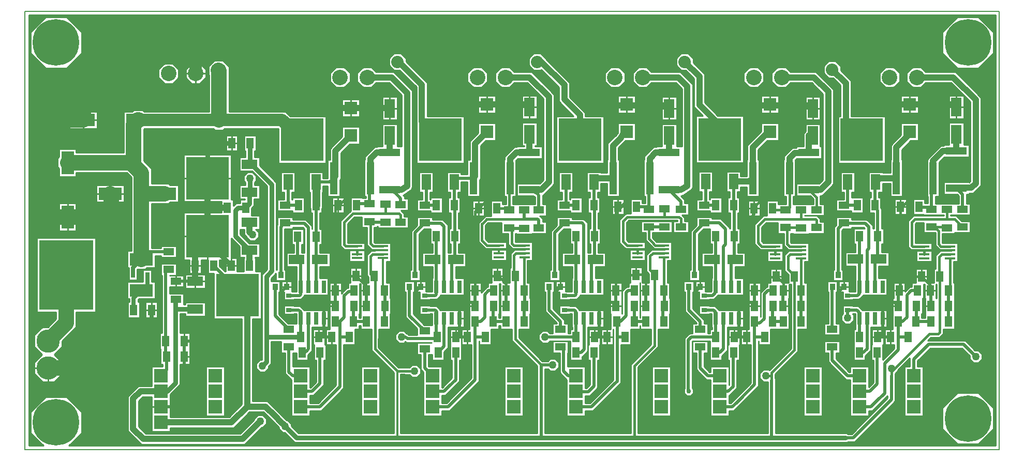
<source format=gbr>
G04 PROTEUS RS274X GERBER FILE*
%FSLAX45Y45*%
%MOMM*%
G01*
%ADD10C,0.508000*%
%ADD11C,1.016000*%
%ADD12C,1.270000*%
%ADD13C,0.254000*%
%ADD14C,0.762000*%
%ADD15C,2.032000*%
%ADD16C,2.540000*%
%ADD17C,0.635000*%
%ADD18C,0.381000*%
%ADD19C,0.304800*%
%ADD70C,1.270000*%
%ADD71C,0.762000*%
%ADD20C,2.032000*%
%ADD21R,1.193800X5.308600*%
%ADD22C,3.810000*%
%ADD23C,2.540000*%
%ADD24R,2.286000X2.286000*%
%ADD25R,1.143000X1.803400*%
%ADD26R,1.803400X1.143000*%
%ADD27R,2.108200X2.108200*%
%ADD28R,1.651000X3.048000*%
%ADD29R,3.403600X1.244600*%
%ADD72R,6.985000X6.985000*%
%ADD73R,1.524000X2.540000*%
%ADD30R,0.635000X2.032000*%
%ADD31R,2.540000X1.524000*%
%ADD32R,0.889000X0.635000*%
%ADD33R,0.889000X1.016000*%
%ADD34R,1.778000X0.381000*%
%ADD35C,7.620000*%
%ADD36R,2.032000X3.810000*%
%ADD37R,0.635000X0.889000*%
%ADD38R,8.890000X11.430000*%
%ADD39R,3.810000X2.032000*%
%ADD40C,0.203200*%
G36*
X+8448040Y-4193540D02*
X-6712345Y-4193540D01*
X-6502401Y-3983596D01*
X-6502401Y-3636404D01*
X-6747904Y-3390901D01*
X-7095096Y-3390901D01*
X-7340599Y-3636404D01*
X-7340599Y-3983596D01*
X-7130655Y-4193540D01*
X-7368540Y-4193540D01*
X-7368540Y+2860040D01*
X+8448040Y+2860040D01*
X+8448040Y-4193540D01*
G37*
%LPC*%
G36*
X+7307386Y+1930399D02*
X+7796722Y+1930399D01*
X+8216899Y+1510222D01*
X+8216899Y+69133D01*
X+8089309Y-58457D01*
X+8018779Y-58457D01*
X+8018779Y-75329D01*
X+7975599Y-75329D01*
X+7975599Y-224351D01*
X+8040369Y-224351D01*
X+8040369Y-414849D01*
X+7786369Y-414849D01*
X+7786369Y-417549D01*
X+7715249Y-417549D01*
X+7715249Y-424901D01*
X+7808221Y-424901D01*
X+7897671Y-514351D01*
X+8040369Y-514351D01*
X+8040369Y-704849D01*
X+7786369Y-704849D01*
X+7786369Y-717549D01*
X+7579437Y-717549D01*
X+7579437Y-867927D01*
X+7581461Y-869951D01*
X+7835899Y-869951D01*
X+7835899Y-1179249D01*
X+7766049Y-1179249D01*
X+7766049Y-1522731D01*
X+7778749Y-1522731D01*
X+7778749Y-2287269D01*
X+7596149Y-2287269D01*
X+7596149Y-2360648D01*
X+7537792Y-2419006D01*
X+7391486Y-2419005D01*
X+7341460Y-2469031D01*
X+7956331Y-2469031D01*
X+8116201Y-2628901D01*
X+8170084Y-2628901D01*
X+8229599Y-2688416D01*
X+8229599Y-2772584D01*
X+8170084Y-2832099D01*
X+8085916Y-2832099D01*
X+8026401Y-2772584D01*
X+8026401Y-2718701D01*
X+7903729Y-2596029D01*
X+7385541Y-2596029D01*
X+7175499Y-2806071D01*
X+7175499Y-2895601D01*
X+7264399Y-2895601D01*
X+7264399Y-3708399D01*
X+6959601Y-3708399D01*
X+6959601Y-2895601D01*
X+7048501Y-2895601D01*
X+7048501Y-2761990D01*
X+6852216Y-2958275D01*
X+6852216Y-2970693D01*
X+6807765Y-3015144D01*
X+6807765Y-3017480D01*
X+6809732Y-3019447D01*
X+6809732Y-3465399D01*
X+6604868Y-3670264D01*
X+6147633Y-4127499D01*
X+6036194Y-4127499D01*
X+6023494Y-4140199D01*
X-3016063Y-4140199D01*
X-3060699Y-4095563D01*
X-3060699Y-4095561D01*
X-3181161Y-3975099D01*
X-3217084Y-3975099D01*
X-3276599Y-3915584D01*
X-3276599Y-3897623D01*
X-3533085Y-3641137D01*
X-3756715Y-3641137D01*
X-4014477Y-3898899D01*
X-5054601Y-3898899D01*
X-5054601Y-3962399D01*
X-5359399Y-3962399D01*
X-5359399Y-3390898D01*
X-5500376Y-3390898D01*
X-5569656Y-3460178D01*
X-5569656Y-3879950D01*
X-5454750Y-3994856D01*
X-3907972Y-3994856D01*
X-3681118Y-3768002D01*
X-3681118Y-3750041D01*
X-3621603Y-3690526D01*
X-3537435Y-3690526D01*
X-3477920Y-3750041D01*
X-3477920Y-3834209D01*
X-3537435Y-3893724D01*
X-3555396Y-3893724D01*
X-3834326Y-4172654D01*
X-5528396Y-4172654D01*
X-5747454Y-3953596D01*
X-5747454Y-3386532D01*
X-5574024Y-3213102D01*
X-5359399Y-3213102D01*
X-5359399Y-2895601D01*
X-5179499Y-2895601D01*
X-5179499Y-2858769D01*
X-5211249Y-2858769D01*
X-5211249Y-2604769D01*
X-5221249Y-2604769D01*
X-5221249Y-2348231D01*
X-5189499Y-2348231D01*
X-5189499Y-1401249D01*
X-5208269Y-1401249D01*
X-5208269Y-1210751D01*
X-4951731Y-1210751D01*
X-4951731Y-1401249D01*
X-5062501Y-1401249D01*
X-5062501Y-1403351D01*
X-4832351Y-1403351D01*
X-4832351Y-1593849D01*
X-5062501Y-1593849D01*
X-5062501Y-1703351D01*
X-4832351Y-1703351D01*
X-4832351Y-1879601D01*
X-4808219Y-1879601D01*
X-4808219Y-1841501D01*
X-4478021Y-1841501D01*
X-4478021Y-2070099D01*
X-4808219Y-2070099D01*
X-4808219Y-2031999D01*
X-4892654Y-2031999D01*
X-4892654Y-2348231D01*
X-4730751Y-2348231D01*
X-4730751Y-2858769D01*
X-4892654Y-2858769D01*
X-4892654Y-3194323D01*
X-5054601Y-3356270D01*
X-5054601Y-3721101D01*
X-4088123Y-3721101D01*
X-3882437Y-3515415D01*
X-3882437Y-2114549D01*
X-4339589Y-2114549D01*
X-4339589Y-1372869D01*
X-4438369Y-1372869D01*
X-4438369Y-1149349D01*
X-4547871Y-1149349D01*
X-4547871Y-1372869D01*
X-4738369Y-1372869D01*
X-4738369Y-1149349D01*
X-4832349Y-1149349D01*
X-4832349Y-374651D01*
X-4212869Y-374651D01*
X-4212869Y-196849D01*
X-4832349Y-196849D01*
X-4832349Y+577849D01*
X-4057651Y+577849D01*
X-4057651Y-163831D01*
X-4022371Y-163831D01*
X-4022371Y-264426D01*
X-3973846Y-215901D01*
X-3912869Y-215901D01*
X-3912869Y-163831D01*
X-3830319Y-163831D01*
X-3830319Y-152399D01*
X-3919219Y-152399D01*
X-3919219Y+76199D01*
X-3822699Y+76199D01*
X-3822699Y+123016D01*
X-3848099Y+148416D01*
X-3848099Y+232584D01*
X-3788584Y+292099D01*
X-3704416Y+292099D01*
X-3644901Y+232584D01*
X-3644901Y+148416D01*
X-3670301Y+123016D01*
X-3670301Y+76199D01*
X-3589021Y+76199D01*
X-3589021Y-152399D01*
X-3677921Y-152399D01*
X-3677921Y-260161D01*
X-3722371Y-304611D01*
X-3722371Y-419101D01*
X-3589021Y-419101D01*
X-3589021Y-647699D01*
X-3658748Y-647699D01*
X-3609366Y-697081D01*
X-3609366Y-781249D01*
X-3668881Y-840764D01*
X-3753049Y-840764D01*
X-3812564Y-781249D01*
X-3812564Y-763288D01*
X-3843019Y-732833D01*
X-3843019Y-647699D01*
X-3909776Y-647699D01*
X-3909776Y-727184D01*
X-3760659Y-876301D01*
X-3589021Y-876301D01*
X-3589021Y-1104899D01*
X-3665221Y-1104899D01*
X-3665221Y-1116331D01*
X-3658871Y-1116331D01*
X-3658871Y-1339851D01*
X-3564891Y-1339851D01*
X-3564891Y-2114549D01*
X-3704639Y-2114549D01*
X-3704639Y-3463339D01*
X-3459439Y-3463339D01*
X-3150877Y-3771901D01*
X-3132916Y-3771901D01*
X-3073401Y-3831416D01*
X-3073401Y-3867339D01*
X-2952939Y-3987801D01*
X-1392987Y-3987801D01*
X-1392987Y-2999650D01*
X-1761068Y-2631569D01*
X-1761068Y-2389328D01*
X-1755891Y-2384151D01*
X-1755891Y-2287269D01*
X-1936749Y-2287269D01*
X-1936749Y-2222499D01*
X-1964251Y-2222499D01*
X-1964251Y-2287269D01*
X-2027751Y-2287269D01*
X-2027751Y-2541269D01*
X-2212599Y-2541269D01*
X-2212600Y-2635250D01*
X-2212599Y-2906108D01*
X-2212599Y-3254899D01*
X-2577198Y-3619498D01*
X-2768601Y-3619498D01*
X-2768601Y-3708399D01*
X-3073399Y-3708399D01*
X-3073399Y-3111499D01*
X-3074301Y-3111499D01*
X-3174999Y-3010801D01*
X-3174999Y-2671249D01*
X-3239769Y-2671249D01*
X-3239769Y-2489199D01*
X-3403601Y-2489199D01*
X-3403601Y-2850961D01*
X-3441701Y-2889061D01*
X-3441701Y-2924984D01*
X-3501216Y-2984499D01*
X-3585384Y-2984499D01*
X-3644899Y-2924984D01*
X-3644899Y-2840816D01*
X-3585384Y-2781301D01*
X-3555999Y-2781301D01*
X-3555999Y-1389725D01*
X-3467099Y-1300825D01*
X-3467099Y+57339D01*
X-3714561Y+304801D01*
X-3919219Y+304801D01*
X-3919219Y+533399D01*
X-3822699Y+533399D01*
X-3822699Y+633731D01*
X-3841749Y+633731D01*
X-3841749Y+890269D01*
X-3651251Y+890269D01*
X-3651251Y+633731D01*
X-3670301Y+633731D01*
X-3670301Y+533399D01*
X-3589021Y+533399D01*
X-3589021Y+394781D01*
X-3314701Y+120461D01*
X-3314701Y-1308101D01*
X-3307079Y-1308101D01*
X-3307079Y-581199D01*
X-3303269Y-577389D01*
X-3303269Y-448751D01*
X-3046731Y-448751D01*
X-3046731Y-487073D01*
X-2832627Y-487073D01*
X-2730501Y-589199D01*
X-2730501Y-640081D01*
X-2730499Y-640081D01*
X-2730499Y-382269D01*
X-2762249Y-382269D01*
X-2762249Y-302434D01*
X-2768599Y-296084D01*
X-2768599Y-38099D01*
X-2781299Y-38099D01*
X-2781299Y+292099D01*
X-2552701Y+292099D01*
X-2552701Y+190499D01*
X-2475789Y+190499D01*
X-2475789Y+494029D01*
X-2438399Y+494029D01*
X-2438399Y+671823D01*
X-2239009Y+871213D01*
X-2239009Y+1032509D01*
X-1951991Y+1032509D01*
X-1951991Y+745491D01*
X-2113287Y+745491D01*
X-2260601Y+598177D01*
X-2260601Y+182177D01*
X-2280211Y+162567D01*
X-2280211Y-113029D01*
X-2475789Y-113029D01*
X-2475789Y+63501D01*
X-2552701Y+63501D01*
X-2552701Y-38099D01*
X-2565401Y-38099D01*
X-2565401Y-296084D01*
X-2571751Y-302434D01*
X-2571751Y-382269D01*
X-2603501Y-382269D01*
X-2603501Y-640081D01*
X-2571751Y-640081D01*
X-2571751Y-896619D01*
X-2603501Y-896619D01*
X-2603501Y-1028701D01*
X-2438401Y-1028701D01*
X-2438401Y-1257299D01*
X-2603501Y-1257299D01*
X-2603501Y-1447801D01*
X-2470151Y-1447801D01*
X-2470151Y-1727199D01*
X-2857501Y-1727199D01*
X-2857501Y-1740801D01*
X-2913749Y-1797049D01*
X-3028951Y-1797049D01*
X-3028951Y-1803399D01*
X-3194049Y-1803399D01*
X-3194049Y-1676399D01*
X-3232149Y-1676399D01*
X-3232149Y-1498601D01*
X-3067051Y-1498601D01*
X-3067051Y-1663701D01*
X-3028951Y-1663701D01*
X-3028951Y-1670051D01*
X-2990849Y-1670051D01*
X-2990849Y-1447801D01*
X-2984499Y-1447801D01*
X-2984499Y-1257299D01*
X-3149599Y-1257299D01*
X-3149599Y-1028701D01*
X-3030499Y-1028701D01*
X-3030499Y-896619D01*
X-3062249Y-896619D01*
X-3062249Y-640081D01*
X-2871751Y-640081D01*
X-2871751Y-896619D01*
X-2903501Y-896619D01*
X-2903501Y-1028701D01*
X-2857499Y-1028701D01*
X-2857499Y-641801D01*
X-2885229Y-614071D01*
X-3046731Y-614071D01*
X-3046731Y-639249D01*
X-3180081Y-639249D01*
X-3180081Y-1308101D01*
X-3161031Y-1308101D01*
X-3161031Y-1485899D01*
X-3326129Y-1485899D01*
X-3326129Y-1375375D01*
X-3403601Y-1452847D01*
X-3403601Y-1498601D01*
X-3255011Y-1498601D01*
X-3255011Y-1676399D01*
X-3274061Y-1676399D01*
X-3274061Y-2038719D01*
X-3122029Y-2190751D01*
X-2990849Y-2190751D01*
X-2990849Y-2031999D01*
X-3028951Y-2031999D01*
X-3028951Y-2038349D01*
X-3194049Y-2038349D01*
X-3194049Y-1898651D01*
X-3028951Y-1898651D01*
X-3028951Y-1905001D01*
X-2926244Y-1905001D01*
X-2862744Y-1968501D01*
X-2470151Y-1968501D01*
X-2470151Y-2247899D01*
X-2730501Y-2247899D01*
X-2730501Y-2637510D01*
X-2798251Y-2705260D01*
X-2798251Y-2795269D01*
X-2988749Y-2795269D01*
X-2988749Y-2671249D01*
X-3048001Y-2671249D01*
X-3048001Y-2895601D01*
X-2768601Y-2895601D01*
X-2768601Y-3238501D01*
X-2756801Y-3238501D01*
X-2666999Y-3148699D01*
X-2666999Y-2795269D01*
X-2698749Y-2795269D01*
X-2698749Y-2541269D01*
X-2716249Y-2541269D01*
X-2716249Y-2284731D01*
X-2525751Y-2284731D01*
X-2525751Y-2538731D01*
X-2508251Y-2538731D01*
X-2508251Y-2795269D01*
X-2540001Y-2795269D01*
X-2540001Y-3201301D01*
X-2704199Y-3365499D01*
X-2768601Y-3365499D01*
X-2768601Y-3492502D01*
X-2629802Y-3492502D01*
X-2339597Y-3202297D01*
X-2339597Y-2831198D01*
X-2339596Y-2635250D01*
X-2339597Y-2541269D01*
X-2508249Y-2541269D01*
X-2508249Y-2284731D01*
X-2444749Y-2284731D01*
X-2444749Y-1522731D01*
X-2254251Y-1522731D01*
X-2254251Y-1698321D01*
X-2162108Y-1606178D01*
X-2144749Y-1606178D01*
X-2144749Y-1522731D01*
X-2109749Y-1522731D01*
X-2109749Y-1281431D01*
X-1919251Y-1281431D01*
X-1919251Y-1522731D01*
X-1809749Y-1522731D01*
X-1809749Y-1428700D01*
X-1835149Y-1403300D01*
X-1835149Y-1068529D01*
X-1765071Y-998451D01*
X-1697249Y-998451D01*
X-1697249Y-982749D01*
X-1757574Y-982749D01*
X-1834032Y-906291D01*
X-1834032Y-615949D01*
X-1918969Y-615949D01*
X-1918969Y-445675D01*
X-2037433Y-445675D01*
X-2149681Y-557923D01*
X-2149681Y-868451D01*
X-1873251Y-868451D01*
X-1873251Y-1177749D01*
X-2127249Y-1177749D01*
X-2127249Y-982749D01*
X-2202955Y-982749D01*
X-2263979Y-921725D01*
X-2263979Y-510581D01*
X-2101849Y-348451D01*
X-2101849Y-125731D01*
X-1911351Y-125731D01*
X-1911351Y-135451D01*
X-1854199Y-135451D01*
X-1854199Y-113029D01*
X-1875789Y-113029D01*
X-1875789Y+494029D01*
X-1866899Y+494029D01*
X-1866899Y+544823D01*
X-1712823Y+698899D01*
X-1668779Y+698899D01*
X-1668779Y+710329D01*
X-1581149Y+710329D01*
X-1581149Y+1079499D01*
X-1339851Y+1079499D01*
X-1339851Y+710329D01*
X-1266267Y+710329D01*
X-1266267Y+1550677D01*
X-1468191Y+1752601D01*
X-1684214Y+1752601D01*
X-1760414Y+1676401D01*
X-1897186Y+1676401D01*
X-1993899Y+1773114D01*
X-1993899Y+1909886D01*
X-1897186Y+2006599D01*
X-1760414Y+2006599D01*
X-1684214Y+1930399D01*
X-1394545Y+1930399D01*
X-1088469Y+1624323D01*
X-1088469Y+41515D01*
X-1108968Y+2608D01*
X-1242456Y-88899D01*
X-1243701Y-88899D01*
X-1219201Y-113399D01*
X-1219201Y-146051D01*
X-1154431Y-146051D01*
X-1154431Y-336549D01*
X-1278610Y-336549D01*
X-1228050Y-387109D01*
X-1228050Y-436051D01*
X-1154431Y-436051D01*
X-1154431Y-626549D01*
X-1400531Y-626549D01*
X-1400531Y-628649D01*
X-1657069Y-628649D01*
X-1657069Y-596899D01*
X-1662431Y-596899D01*
X-1662431Y-615949D01*
X-1719734Y-615949D01*
X-1719734Y-858949D01*
X-1710232Y-868451D01*
X-1443251Y-868451D01*
X-1443251Y-1177749D01*
X-1516911Y-1177749D01*
X-1516911Y-1522731D01*
X-1456251Y-1522731D01*
X-1456251Y-1776731D01*
X-1446251Y-1776731D01*
X-1446251Y-2033269D01*
X-1456251Y-2033269D01*
X-1456251Y-2287269D01*
X-1641593Y-2287269D01*
X-1641593Y-2431494D01*
X-1646770Y-2436671D01*
X-1646770Y-2584227D01*
X-1320196Y-2910801D01*
X-1139189Y-2913206D01*
X-1096184Y-2870201D01*
X-1012016Y-2870201D01*
X-952501Y-2929716D01*
X-952501Y-3013884D01*
X-1012016Y-3073399D01*
X-1096184Y-3073399D01*
X-1141629Y-3027954D01*
X-1286309Y-3025699D01*
X-1286309Y-3987801D01*
X+952501Y-3987801D01*
X+952502Y-3467100D01*
X+952501Y-2887521D01*
X+536621Y-2471641D01*
X+536621Y-2287269D01*
X+349251Y-2287269D01*
X+349251Y-2222499D01*
X+321749Y-2222499D01*
X+321749Y-2287269D01*
X+194749Y-2287269D01*
X+194749Y-2541269D01*
X+4251Y-2541269D01*
X+4251Y-2476498D01*
X-1Y-2476498D01*
X-2Y-2594678D01*
X-1Y-2777609D01*
X-1Y-3137801D01*
X-481699Y-3619499D01*
X-609601Y-3619499D01*
X-609601Y-3708399D01*
X-914399Y-3708399D01*
X-914399Y-2985887D01*
X-952499Y-2947787D01*
X-952499Y-2698749D01*
X-1017269Y-2698749D01*
X-1017269Y-2508251D01*
X-776249Y-2508251D01*
X-776249Y-2503925D01*
X-1191822Y-2503925D01*
X-1206263Y-2492946D01*
X-1227916Y-2514599D01*
X-1312084Y-2514599D01*
X-1371599Y-2455084D01*
X-1371599Y-2370916D01*
X-1312084Y-2311401D01*
X-1227916Y-2311401D01*
X-1189816Y-2349501D01*
X-1185104Y-2349501D01*
X-1149030Y-2376927D01*
X-1017269Y-2376927D01*
X-1017269Y-2275031D01*
X-1203959Y-2088341D01*
X-1203959Y-1676399D01*
X-1223009Y-1676399D01*
X-1223009Y-1498601D01*
X-1057911Y-1498601D01*
X-1057911Y-1676399D01*
X-1076961Y-1676399D01*
X-1076961Y-2035739D01*
X-894449Y-2218251D01*
X-768349Y-2218251D01*
X-768349Y-2031999D01*
X-806451Y-2031999D01*
X-806451Y-2038349D01*
X-971549Y-2038349D01*
X-971549Y-1898651D01*
X-806451Y-1898651D01*
X-806451Y-1905001D01*
X-695115Y-1905001D01*
X-631615Y-1968501D01*
X-247651Y-1968501D01*
X-247651Y-2247899D01*
X-508001Y-2247899D01*
X-508001Y-2593801D01*
X-575751Y-2661551D01*
X-575751Y-2795269D01*
X-766249Y-2795269D01*
X-766249Y-2698749D01*
X-825501Y-2698749D01*
X-825501Y-2895185D01*
X-825085Y-2895601D01*
X-609601Y-2895601D01*
X-609601Y-3238501D01*
X-597801Y-3238501D01*
X-444499Y-3085199D01*
X-444499Y-2795269D01*
X-476249Y-2795269D01*
X-476249Y-2284731D01*
X-285751Y-2284731D01*
X-285751Y-2795269D01*
X-317501Y-2795269D01*
X-317501Y-3137801D01*
X-545198Y-3365499D01*
X-609601Y-3365499D01*
X-609601Y-3492501D01*
X-534301Y-3492501D01*
X-126999Y-3085199D01*
X-126999Y-2742391D01*
X-126998Y-2594678D01*
X-126999Y-2541269D01*
X-285749Y-2541269D01*
X-285749Y-2284731D01*
X-158749Y-2284731D01*
X-158749Y-1522731D01*
X+31749Y-1522731D01*
X+31749Y-1685369D01*
X+129617Y-1587501D01*
X+141251Y-1587501D01*
X+141251Y-1522731D01*
X+201651Y-1522731D01*
X+201651Y-1281431D01*
X+392149Y-1281431D01*
X+392149Y-1522731D01*
X+501651Y-1522731D01*
X+501651Y-1281431D01*
X+514572Y-1281431D01*
X+514572Y-1047186D01*
X+577507Y-984251D01*
X+622301Y-984251D01*
X+622301Y-968549D01*
X+544829Y-968549D01*
X+476251Y-899971D01*
X+476251Y-717549D01*
X+367031Y-717549D01*
X+367031Y-542814D01*
X+147606Y-542814D01*
X+104171Y-586249D01*
X+104171Y-804298D01*
X+154124Y-854251D01*
X+446299Y-854251D01*
X+446299Y-1163549D01*
X+192301Y-1163549D01*
X+192301Y-968549D01*
X+106782Y-968549D01*
X-10127Y-851640D01*
X-10127Y-538907D01*
X+100264Y-428516D01*
X+194151Y-428516D01*
X+194151Y-176531D01*
X+384649Y-176531D01*
X+384649Y-237051D01*
X+438151Y-237051D01*
X+438151Y-113029D01*
X+410211Y-113029D01*
X+410211Y+494029D01*
X+419101Y+494029D01*
X+419101Y+544823D01*
X+573177Y+698899D01*
X+617221Y+698899D01*
X+617221Y+710329D01*
X+736601Y+710329D01*
X+736601Y+716501D01*
X+704851Y+716501D01*
X+704851Y+1097499D01*
X+946149Y+1097499D01*
X+946149Y+716501D01*
X+914399Y+716501D01*
X+914399Y+710329D01*
X+1033779Y+710329D01*
X+1033779Y+509671D01*
X+635393Y+509671D01*
X+605789Y+480067D01*
X+605789Y-113029D01*
X+552449Y-113029D01*
X+552449Y-237051D01*
X+914401Y-237051D01*
X+914401Y-115248D01*
X+881188Y-100329D01*
X+617221Y-100329D01*
X+617221Y+100329D01*
X+990607Y+100329D01*
X+1054101Y+163823D01*
X+1054101Y+1487177D01*
X+788677Y+1752601D01*
X+576386Y+1752601D01*
X+500186Y+1676401D01*
X+363414Y+1676401D01*
X+266701Y+1773114D01*
X+266701Y+1909886D01*
X+363414Y+2006599D01*
X+500186Y+2006599D01*
X+576386Y+1930399D01*
X+862323Y+1930399D01*
X+1231899Y+1560823D01*
X+1231899Y+90177D01*
X+1052823Y-88899D01*
X+1041399Y-88899D01*
X+1041399Y-237051D01*
X+1106169Y-237051D01*
X+1106169Y-427549D01*
X+993172Y-427549D01*
X+1041399Y-475776D01*
X+1041399Y-527051D01*
X+1106169Y-527051D01*
X+1106169Y-717549D01*
X+864869Y-717549D01*
X+864869Y-727549D01*
X+608331Y-727549D01*
X+608331Y-717549D01*
X+590549Y-717549D01*
X+590549Y-852629D01*
X+592171Y-854251D01*
X+876299Y-854251D01*
X+876299Y-1163549D01*
X+791649Y-1163549D01*
X+791649Y-1522731D01*
X+829749Y-1522731D01*
X+829749Y-1776731D01*
X+839749Y-1776731D01*
X+839749Y-2033269D01*
X+829749Y-2033269D01*
X+829749Y-2287269D01*
X+650919Y-2287269D01*
X+650919Y-2424299D01*
X+1033321Y-2806701D01*
X+1126316Y-2806701D01*
X+1164416Y-2768601D01*
X+1248584Y-2768601D01*
X+1308099Y-2828116D01*
X+1308099Y-2912284D01*
X+1248584Y-2971799D01*
X+1164416Y-2971799D01*
X+1126316Y-2933699D01*
X+1079499Y-2933699D01*
X+1079498Y-3467100D01*
X+1079499Y-3987801D01*
X+2482851Y-3987801D01*
X+2482851Y-2859229D01*
X+2813051Y-2529029D01*
X+2813051Y-2287269D01*
X+2635251Y-2287269D01*
X+2635251Y-2222499D01*
X+2635249Y-2222499D01*
X+2635249Y-2287269D01*
X+2480749Y-2287269D01*
X+2480749Y-2541269D01*
X+2323497Y-2541269D01*
X+2323496Y-2571750D01*
X+2323497Y-2756802D01*
X+2323496Y-2801796D01*
X+2323497Y-2899394D01*
X+2323496Y-3163804D01*
X+1867802Y-3619499D01*
X+1739899Y-3619499D01*
X+1739899Y-3708399D01*
X+1435101Y-3708399D01*
X+1435101Y-3111499D01*
X+1434199Y-3111499D01*
X+1320801Y-2998101D01*
X+1320801Y-2671249D01*
X+1205231Y-2671249D01*
X+1205231Y-2480751D01*
X+1461769Y-2480751D01*
X+1461769Y-2671249D01*
X+1447799Y-2671249D01*
X+1447799Y-2895601D01*
X+1739899Y-2895601D01*
X+1739899Y-3246864D01*
X+1757446Y-3246864D01*
X+1814002Y-3190308D01*
X+1814001Y-2795269D01*
X+1782251Y-2795269D01*
X+1782251Y-2538731D01*
X+1792251Y-2538731D01*
X+1792251Y-2284731D01*
X+1982749Y-2284731D01*
X+1982749Y-2541269D01*
X+1972749Y-2541269D01*
X+1972749Y-2795269D01*
X+1940999Y-2795269D01*
X+1940998Y-3242912D01*
X+1810050Y-3373860D01*
X+1739899Y-3373860D01*
X+1739899Y-3492501D01*
X+1815199Y-3492501D01*
X+2196500Y-3111200D01*
X+2196499Y-2846790D01*
X+2196500Y-2801796D01*
X+2196499Y-2704198D01*
X+2196500Y-2571750D01*
X+2196499Y-2287269D01*
X+2190749Y-2287269D01*
X+2190749Y-2541269D01*
X+2000251Y-2541269D01*
X+2000251Y-2284731D01*
X+2154751Y-2284731D01*
X+2154751Y-2033269D01*
X+2144751Y-2033269D01*
X+2144751Y-1522731D01*
X+2335249Y-1522731D01*
X+2335249Y-2030731D01*
X+2338612Y-2030731D01*
X+2338612Y-1661894D01*
X+2410653Y-1589853D01*
X+2444751Y-1589853D01*
X+2444751Y-1522731D01*
X+2474951Y-1522731D01*
X+2474951Y-1268731D01*
X+2665449Y-1268731D01*
X+2665449Y-1522731D01*
X+2774951Y-1522731D01*
X+2774951Y-1375987D01*
X+2771134Y-1371510D01*
X+2738978Y-1339354D01*
X+2738978Y-1063455D01*
X+2819682Y-982751D01*
X+2895601Y-982751D01*
X+2895601Y-967049D01*
X+2860441Y-967049D01*
X+2724151Y-830759D01*
X+2724151Y-702749D01*
X+2653031Y-702749D01*
X+2653031Y-512251D01*
X+2909569Y-512251D01*
X+2909569Y-514491D01*
X+3158629Y-514491D01*
X+3158629Y-704989D01*
X+2902091Y-704989D01*
X+2902091Y-702749D01*
X+2838449Y-702749D01*
X+2838449Y-783417D01*
X+2907783Y-852751D01*
X+3149599Y-852751D01*
X+3149599Y-1162049D01*
X+3079749Y-1162049D01*
X+3079749Y-1522731D01*
X+3115749Y-1522731D01*
X+3115749Y-1776731D01*
X+3125749Y-1776731D01*
X+3125749Y-2033269D01*
X+3115749Y-2033269D01*
X+3115749Y-2287269D01*
X+2927349Y-2287269D01*
X+2927349Y-2576371D01*
X+2597149Y-2906571D01*
X+2597149Y-3987801D01*
X+4721997Y-3987801D01*
X+4721997Y-3266460D01*
X+4721998Y-3266460D01*
X+4721997Y-3146865D01*
X+4652313Y-3146865D01*
X+4592798Y-3087350D01*
X+4592798Y-3003182D01*
X+4652313Y-2943667D01*
X+4736481Y-2943667D01*
X+4748547Y-2955733D01*
X+5104131Y-2600149D01*
X+5104131Y-1550669D01*
X+5075749Y-1550669D01*
X+5075749Y-1779269D01*
X+5065749Y-1779269D01*
X+5065749Y-2030731D01*
X+5075749Y-2030731D01*
X+5075749Y-2287269D01*
X+4766749Y-2287269D01*
X+4766749Y-2541269D01*
X+4576251Y-2541269D01*
X+4576251Y-2476499D01*
X+4571999Y-2476499D01*
X+4571999Y-2883802D01*
X+4571998Y-3217574D01*
X+4170074Y-3619499D01*
X+4089399Y-3619499D01*
X+4089399Y-3708399D01*
X+3784601Y-3708399D01*
X+3784601Y-3111499D01*
X+3720198Y-3111499D01*
X+3556001Y-2947301D01*
X+3556001Y-2671249D01*
X+3491231Y-2671249D01*
X+3491231Y-2481216D01*
X+3486904Y-2485543D01*
X+3486904Y-3252142D01*
X+3505199Y-3270437D01*
X+3505199Y-3333563D01*
X+3460563Y-3378199D01*
X+3397437Y-3378199D01*
X+3352801Y-3333563D01*
X+3352801Y-3270437D01*
X+3359906Y-3263332D01*
X+3359906Y-2432941D01*
X+3443346Y-2349501D01*
X+3491231Y-2349501D01*
X+3491231Y-2190751D01*
X+3556001Y-2190751D01*
X+3556001Y-2185301D01*
X+3368041Y-1997341D01*
X+3368041Y-1676399D01*
X+3348991Y-1676399D01*
X+3348991Y-1498601D01*
X+3514089Y-1498601D01*
X+3514089Y-1676399D01*
X+3495039Y-1676399D01*
X+3495039Y-1944739D01*
X+3682999Y-2132699D01*
X+3682999Y-2190751D01*
X+3747769Y-2190751D01*
X+3747769Y-2349501D01*
X+3778251Y-2349501D01*
X+3778251Y-2284731D01*
X+3810001Y-2284731D01*
X+3810001Y-2247899D01*
X+3803651Y-2247899D01*
X+3803651Y-2031998D01*
X+3765549Y-2031998D01*
X+3765549Y-2038349D01*
X+3600451Y-2038349D01*
X+3600451Y-1898651D01*
X+3765549Y-1898651D01*
X+3765549Y-1905002D01*
X+3862709Y-1905002D01*
X+3926208Y-1968501D01*
X+4324349Y-1968501D01*
X+4324349Y-2247899D01*
X+4063999Y-2247899D01*
X+4063999Y-2629801D01*
X+3968749Y-2725051D01*
X+3968749Y-2795269D01*
X+3778251Y-2795269D01*
X+3778251Y-2476499D01*
X+3495948Y-2476499D01*
X+3491696Y-2480751D01*
X+3747769Y-2480751D01*
X+3747769Y-2671249D01*
X+3682999Y-2671249D01*
X+3682999Y-2894699D01*
X+3772801Y-2984501D01*
X+3784601Y-2984501D01*
X+3784601Y-2895601D01*
X+4089399Y-2895601D01*
X+4089399Y-3199154D01*
X+4093399Y-3195154D01*
X+4093399Y-2795269D01*
X+4068251Y-2795269D01*
X+4068251Y-2538731D01*
X+4078251Y-2538731D01*
X+4078251Y-2284731D01*
X+4268749Y-2284731D01*
X+4268749Y-2541269D01*
X+4258749Y-2541269D01*
X+4258749Y-2795269D01*
X+4220397Y-2795269D01*
X+4220397Y-3247756D01*
X+4102654Y-3365499D01*
X+4089399Y-3365499D01*
X+4089399Y-3492501D01*
X+4117471Y-3492501D01*
X+4445002Y-3164970D01*
X+4445001Y-2541269D01*
X+4286251Y-2541269D01*
X+4286251Y-2284731D01*
X+4413251Y-2284731D01*
X+4413251Y-1522731D01*
X+4603749Y-1522731D01*
X+4603749Y-2081352D01*
X+4607018Y-2078083D01*
X+4607018Y-1683496D01*
X+4703013Y-1587501D01*
X+4713251Y-1587501D01*
X+4713251Y-1522731D01*
X+4766031Y-1522731D01*
X+4766031Y-1294131D01*
X+4956529Y-1294131D01*
X+4956529Y-1522731D01*
X+5066031Y-1522731D01*
X+5066031Y-1395589D01*
X+5061042Y-1388978D01*
X+4997451Y-1325387D01*
X+4997451Y-1068529D01*
X+5066029Y-999951D01*
X+5143501Y-999951D01*
X+5143501Y-984249D01*
X+5056329Y-984249D01*
X+4984751Y-912671D01*
X+4984751Y-715449D01*
X+4888231Y-715449D01*
X+4888231Y-540679D01*
X+4697220Y-540679D01*
X+4620079Y-617820D01*
X+4620079Y-840646D01*
X+4649384Y-869951D01*
X+4967499Y-869951D01*
X+4967499Y-1179249D01*
X+4713501Y-1179249D01*
X+4713501Y-984249D01*
X+4602042Y-984249D01*
X+4505781Y-887988D01*
X+4505781Y-570478D01*
X+4649878Y-426381D01*
X+4705351Y-426381D01*
X+4705351Y-176531D01*
X+4895849Y-176531D01*
X+4895849Y-234951D01*
X+5022851Y-234951D01*
X+5022851Y-113029D01*
X+4982211Y-113029D01*
X+4982211Y+494029D01*
X+4991101Y+494029D01*
X+4991101Y+553446D01*
X+5125492Y+687837D01*
X+5189221Y+687837D01*
X+5189221Y+710329D01*
X+5308601Y+710329D01*
X+5308601Y+925823D01*
X+5340351Y+957573D01*
X+5340351Y+1079499D01*
X+5581649Y+1079499D01*
X+5581649Y+710329D01*
X+5605779Y+710329D01*
X+5605779Y+509671D01*
X+5198770Y+509671D01*
X+5177789Y+488690D01*
X+5177789Y-113029D01*
X+5137149Y-113029D01*
X+5137149Y-234951D01*
X+5467351Y-234951D01*
X+5467351Y-150671D01*
X+5417009Y-100329D01*
X+5189221Y-100329D01*
X+5189221Y+100329D01*
X+5562607Y+100329D01*
X+5626101Y+163823D01*
X+5626101Y+1569977D01*
X+5443477Y+1752601D01*
X+5097586Y+1752601D01*
X+5021386Y+1676401D01*
X+4884614Y+1676401D01*
X+4787901Y+1773114D01*
X+4787901Y+1909886D01*
X+4884614Y+2006599D01*
X+5021386Y+2006599D01*
X+5097586Y+1930399D01*
X+5517123Y+1930399D01*
X+5803899Y+1643623D01*
X+5803899Y+90177D01*
X+5624823Y-88899D01*
X+5605779Y-88899D01*
X+5605779Y-100329D01*
X+5578649Y-100329D01*
X+5581649Y-103329D01*
X+5581649Y-234951D01*
X+5652769Y-234951D01*
X+5652769Y-425449D01*
X+5327649Y-425449D01*
X+5327649Y-426381D01*
X+5531123Y-426381D01*
X+5581649Y-476907D01*
X+5581649Y-524951D01*
X+5652769Y-524951D01*
X+5652769Y-715449D01*
X+5398769Y-715449D01*
X+5398769Y-725449D01*
X+5142231Y-725449D01*
X+5142231Y-715449D01*
X+5099049Y-715449D01*
X+5099049Y-865329D01*
X+5103671Y-869951D01*
X+5397499Y-869951D01*
X+5397499Y-1179249D01*
X+5327649Y-1179249D01*
X+5327649Y-1522731D01*
X+5365749Y-1522731D01*
X+5365749Y-2287269D01*
X+5218429Y-2287269D01*
X+5218429Y-2647491D01*
X+4842645Y-3023275D01*
X+4842645Y-3091548D01*
X+4848995Y-3097898D01*
X+4848995Y-3987801D01*
X+6023494Y-3987801D01*
X+6036194Y-4000501D01*
X+6095031Y-4000501D01*
X+6682734Y-3412797D01*
X+6682734Y-3376567D01*
X+6648900Y-3410400D01*
X+6439802Y-3619499D01*
X+6375399Y-3619499D01*
X+6375399Y-3708399D01*
X+6070601Y-3708399D01*
X+6070601Y-3111499D01*
X+6006199Y-3111499D01*
X+5715001Y-2820301D01*
X+5715001Y-2671249D01*
X+5650231Y-2671249D01*
X+5650231Y-2480751D01*
X+5906769Y-2480751D01*
X+5906769Y-2671249D01*
X+5841999Y-2671249D01*
X+5841999Y-2767699D01*
X+6058801Y-2984501D01*
X+6070601Y-2984501D01*
X+6070601Y-2895601D01*
X+6375399Y-2895601D01*
X+6375399Y-3234425D01*
X+6449501Y-3160323D01*
X+6449501Y-2795269D01*
X+6417751Y-2795269D01*
X+6417751Y-2538731D01*
X+6427751Y-2538731D01*
X+6427751Y-2284731D01*
X+6618249Y-2284731D01*
X+6618249Y-2541269D01*
X+6608249Y-2541269D01*
X+6608249Y-2783930D01*
X+6794501Y-2597678D01*
X+6794501Y-2541269D01*
X+6635751Y-2541269D01*
X+6635751Y-2284731D01*
X+6762751Y-2284731D01*
X+6762751Y-1776731D01*
X+6780251Y-1776731D01*
X+6780251Y-1522731D01*
X+6970749Y-1522731D01*
X+6970749Y-1664038D01*
X+7047286Y-1587501D01*
X+7080251Y-1587501D01*
X+7080251Y-1522731D01*
X+7143751Y-1522731D01*
X+7143751Y-1294131D01*
X+7334249Y-1294131D01*
X+7334249Y-1522731D01*
X+7443751Y-1522731D01*
X+7443751Y-1294131D01*
X+7469979Y-1294131D01*
X+7469979Y-1073445D01*
X+7543472Y-999952D01*
X+7581901Y-999952D01*
X+7581901Y-984249D01*
X+7534119Y-984249D01*
X+7465139Y-915269D01*
X+7465139Y-704849D01*
X+7275831Y-704849D01*
X+7275831Y-539198D01*
X+7155942Y-539198D01*
X+7136265Y-558875D01*
X+7136265Y-869951D01*
X+7405899Y-869951D01*
X+7405899Y-1179249D01*
X+7151901Y-1179249D01*
X+7151901Y-984249D01*
X+7069569Y-984249D01*
X+7021967Y-936647D01*
X+7021967Y-511533D01*
X+7108598Y-424902D01*
X+7132270Y-424902D01*
X+7600951Y-424901D01*
X+7600951Y-417549D01*
X+7529831Y-417549D01*
X+7529831Y-414849D01*
X+7275831Y-414849D01*
X+7275831Y-407669D01*
X+7100851Y-407669D01*
X+7100851Y-151131D01*
X+7291349Y-151131D01*
X+7291349Y-221080D01*
X+7340601Y-221080D01*
X+7340601Y-113029D01*
X+7331711Y-113029D01*
X+7331711Y+494029D01*
X+7340601Y+494029D01*
X+7340601Y+509823D01*
X+7554677Y+723899D01*
X+7602221Y+723899D01*
X+7602221Y+735329D01*
X+7689851Y+735329D01*
X+7689851Y+1097499D01*
X+7931149Y+1097499D01*
X+7931149Y+735329D01*
X+8018779Y+735329D01*
X+8018779Y+534671D01*
X+7616893Y+534671D01*
X+7527289Y+445067D01*
X+7527289Y-113029D01*
X+7467599Y-113029D01*
X+7467599Y-224351D01*
X+7532369Y-224351D01*
X+7532369Y-227051D01*
X+7783831Y-227051D01*
X+7783831Y-224351D01*
X+7848601Y-224351D01*
X+7848601Y-102901D01*
X+7821029Y-75329D01*
X+7602221Y-75329D01*
X+7602221Y+125329D01*
X+8018779Y+125329D01*
X+8018779Y+122457D01*
X+8039101Y+142779D01*
X+8039101Y+1436576D01*
X+7723076Y+1752601D01*
X+7307386Y+1752601D01*
X+7231186Y+1676401D01*
X+7094414Y+1676401D01*
X+6997701Y+1773114D01*
X+6997701Y+1909886D01*
X+7094414Y+2006599D01*
X+7231186Y+2006599D01*
X+7307386Y+1930399D01*
G37*
G36*
X-6273801Y-2005815D02*
X-6591301Y-2005815D01*
X-6591301Y-2252785D01*
X-6819901Y-2481385D01*
X-6819901Y-2571189D01*
X-6947462Y-2698750D01*
X-6819901Y-2826311D01*
X-6819901Y-3015689D01*
X-6953811Y-3149599D01*
X-7143189Y-3149599D01*
X-7277099Y-3015689D01*
X-7277099Y-2826311D01*
X-7149538Y-2698750D01*
X-7277099Y-2571189D01*
X-7277099Y-2381811D01*
X-7143189Y-2247901D01*
X-7053385Y-2247901D01*
X-6921499Y-2116015D01*
X-6921499Y-2005815D01*
X-7238999Y-2005815D01*
X-7238999Y-786617D01*
X-6273801Y-786617D01*
X-6273801Y-2005815D01*
G37*
G36*
X-1951991Y+1195491D02*
X-2239009Y+1195491D01*
X-2239009Y+1482509D01*
X-1951991Y+1482509D01*
X-1951991Y+1195491D01*
G37*
G36*
X-1339851Y+1143001D02*
X-1581149Y+1143001D01*
X-1581149Y+1523999D01*
X-1339851Y+1523999D01*
X-1339851Y+1143001D01*
G37*
G36*
X-4147219Y+2071825D02*
X-4089401Y+2014007D01*
X-4089401Y+1282699D01*
X-3162855Y+1282699D01*
X-3085385Y+1205229D01*
X-2508251Y+1205229D01*
X-2508251Y+430531D01*
X-3282949Y+430531D01*
X-3282949Y+998227D01*
X-3288023Y+1003301D01*
X-4160714Y+1003301D01*
X-4186114Y+977901D01*
X-4322886Y+977901D01*
X-4348286Y+1003301D01*
X-5478012Y+1003301D01*
X-5486401Y+994912D01*
X-5486401Y+470551D01*
X-5359401Y+343551D01*
X-5359401Y+101599D01*
X-5075114Y+101599D01*
X-5049714Y+76199D01*
X-4914901Y+76199D01*
X-4914901Y-203199D01*
X-5049714Y-203199D01*
X-5075114Y-228599D01*
X-5359401Y-228599D01*
X-5359401Y-952501D01*
X-5208269Y-952501D01*
X-5208269Y-920751D01*
X-4951731Y-920751D01*
X-4951731Y-1111249D01*
X-5208269Y-1111249D01*
X-5208269Y-1079499D01*
X-5295901Y-1079499D01*
X-5295901Y-1281915D01*
X-5430714Y-1281915D01*
X-5456114Y-1307315D01*
X-5590819Y-1307315D01*
X-5594351Y-1310847D01*
X-5594351Y-1479549D01*
X-5734049Y-1479549D01*
X-5734049Y-1281915D01*
X-5753099Y-1281915D01*
X-5753099Y-1002517D01*
X-5689599Y-1002517D01*
X-5689599Y+206781D01*
X-5762219Y+279401D01*
X-6591301Y+279401D01*
X-6591301Y+215901D01*
X-6870699Y+215901D01*
X-6870699Y+350714D01*
X-6896099Y+376114D01*
X-6896099Y+512886D01*
X-6870699Y+538286D01*
X-6870699Y+673099D01*
X-6591301Y+673099D01*
X-6591301Y+609599D01*
X-5816599Y+609599D01*
X-5816599Y+1282699D01*
X-5681786Y+1282699D01*
X-5656386Y+1308099D01*
X-5503412Y+1308099D01*
X-5478012Y+1282699D01*
X-4419599Y+1282699D01*
X-4419599Y+1877237D01*
X-4429059Y+1886697D01*
X-4429059Y+2023469D01*
X-4332347Y+2120181D01*
X-4195575Y+2120181D01*
X-4147219Y+2071825D01*
G37*
G36*
X-3009901Y-38099D02*
X-3060701Y-38099D01*
X-3060701Y-158751D01*
X-3052249Y-158751D01*
X-3052249Y-125731D01*
X-2861751Y-125731D01*
X-2861751Y-382269D01*
X-3052249Y-382269D01*
X-3052249Y-349249D01*
X-3303269Y-349249D01*
X-3303269Y-158751D01*
X-3187699Y-158751D01*
X-3187699Y-38099D01*
X-3238499Y-38099D01*
X-3238499Y+292099D01*
X-3009901Y+292099D01*
X-3009901Y-38099D01*
G37*
G36*
X-2401849Y-125731D02*
X-2211351Y-125731D01*
X-2211351Y-382269D01*
X-2401849Y-382269D01*
X-2401849Y-125731D01*
G37*
G36*
X-1193801Y+2153365D02*
X-1193801Y+2100676D01*
X-849428Y+1756303D01*
X-849428Y+1205229D01*
X-247651Y+1205229D01*
X-247651Y+430531D01*
X-1022349Y+430531D01*
X-1022349Y+1079507D01*
X-1027226Y+1084384D01*
X-1027226Y+1682657D01*
X-1300370Y+1955801D01*
X-1391365Y+1955801D01*
X-1473199Y+2037635D01*
X-1473199Y+2153365D01*
X-1391365Y+2235199D01*
X-1275635Y+2235199D01*
X-1193801Y+2153365D01*
G37*
G36*
X-749301Y-38099D02*
X-800101Y-38099D01*
X-800101Y-158751D01*
X-793749Y-158751D01*
X-793749Y-125731D01*
X-603251Y-125731D01*
X-603251Y-382269D01*
X-793749Y-382269D01*
X-793749Y-349249D01*
X-1017269Y-349249D01*
X-1017269Y-158751D01*
X-927099Y-158751D01*
X-927099Y-38099D01*
X-977899Y-38099D01*
X-977899Y+292099D01*
X-749301Y+292099D01*
X-749301Y-38099D01*
G37*
G36*
X+270509Y+803491D02*
X+109213Y+803491D01*
X+25399Y+719677D01*
X+25399Y+182177D01*
X+5789Y+162567D01*
X+5789Y-113029D01*
X-189789Y-113029D01*
X-189789Y+127001D01*
X-292101Y+127001D01*
X-292101Y-38099D01*
X-345001Y-38099D01*
X-345001Y-125731D01*
X-313251Y-125731D01*
X-313251Y-382269D01*
X-335001Y-382269D01*
X-335001Y-633731D01*
X-303251Y-633731D01*
X-303251Y-890269D01*
X-335001Y-890269D01*
X-335001Y-1028701D01*
X-215901Y-1028701D01*
X-215901Y-1257299D01*
X-381001Y-1257299D01*
X-381001Y-1447801D01*
X-247651Y-1447801D01*
X-247651Y-1727199D01*
X-635001Y-1727199D01*
X-635001Y-1740801D01*
X-691249Y-1797049D01*
X-806451Y-1797049D01*
X-806451Y-1803399D01*
X-971549Y-1803399D01*
X-971549Y-1676399D01*
X-1035049Y-1676399D01*
X-1035049Y-1498601D01*
X-869951Y-1498601D01*
X-869951Y-1663701D01*
X-806451Y-1663701D01*
X-806451Y-1670051D01*
X-768349Y-1670051D01*
X-768349Y-1447801D01*
X-761999Y-1447801D01*
X-761999Y-1257299D01*
X-927099Y-1257299D01*
X-927099Y-1028701D01*
X-761998Y-1028701D01*
X-761999Y-890269D01*
X-793749Y-890269D01*
X-793749Y-639249D01*
X-894449Y-639249D01*
X-982981Y-727781D01*
X-982981Y-1308101D01*
X-963931Y-1308101D01*
X-963931Y-1485899D01*
X-1129029Y-1485899D01*
X-1129029Y-1308101D01*
X-1109979Y-1308101D01*
X-1109979Y-675179D01*
X-1017269Y-582469D01*
X-1017269Y-448751D01*
X-760731Y-448751D01*
X-760731Y-488375D01*
X-595346Y-488375D01*
X-508001Y-575720D01*
X-508001Y-1028701D01*
X-461999Y-1028701D01*
X-461999Y-890269D01*
X-493749Y-890269D01*
X-493749Y-633731D01*
X-461999Y-633731D01*
X-461999Y-382269D01*
X-503749Y-382269D01*
X-503749Y-125731D01*
X-471999Y-125731D01*
X-471999Y-38099D01*
X-520699Y-38099D01*
X-520699Y+292099D01*
X-292101Y+292099D01*
X-292101Y+253999D01*
X-189789Y+253999D01*
X-189789Y+494029D01*
X-152399Y+494029D01*
X-152399Y+793323D01*
X-16509Y+929213D01*
X-16509Y+1090509D01*
X+270509Y+1090509D01*
X+270509Y+803491D01*
G37*
G36*
X+270509Y+1253491D02*
X-16509Y+1253491D01*
X-16509Y+1540509D01*
X+270509Y+1540509D01*
X+270509Y+1253491D01*
G37*
G36*
X+946149Y+1161001D02*
X+704851Y+1161001D01*
X+704851Y+1541999D01*
X+946149Y+1541999D01*
X+946149Y+1161001D01*
G37*
G36*
X-105849Y-176531D02*
X+84649Y-176531D01*
X+84649Y-433069D01*
X-105849Y-433069D01*
X-105849Y-176531D01*
G37*
G36*
X+2824286Y+1930399D02*
X+3294921Y+1930399D01*
X+3496732Y+1728588D01*
X+3496732Y+40082D01*
X+3473652Y-681D01*
X+3338823Y-88899D01*
X+3319779Y-88899D01*
X+3319779Y-100329D01*
X+3301629Y-100329D01*
X+3365499Y-164199D01*
X+3365499Y-222251D01*
X+3430269Y-222251D01*
X+3430269Y-412749D01*
X+3319479Y-412749D01*
X+3359982Y-453252D01*
X+3359982Y-512251D01*
X+3430269Y-512251D01*
X+3430269Y-702749D01*
X+3173731Y-702749D01*
X+3173731Y-512251D01*
X+3245684Y-512251D01*
X+3245684Y-501648D01*
X+3054824Y-501649D01*
X+2449371Y-501649D01*
X+2413413Y-537607D01*
X+2413413Y-821962D01*
X+2444202Y-852751D01*
X+2719599Y-852751D01*
X+2719599Y-1162049D01*
X+2465601Y-1162049D01*
X+2465601Y-967049D01*
X+2396860Y-967049D01*
X+2299115Y-869304D01*
X+2299115Y-490265D01*
X+2402029Y-387351D01*
X+2478051Y-387351D01*
X+2478051Y-151131D01*
X+2668549Y-151131D01*
X+2668549Y-215902D01*
X+2717801Y-215902D01*
X+2717801Y-113029D01*
X+2696211Y-113029D01*
X+2696211Y+494029D01*
X+2705101Y+494029D01*
X+2705101Y+548323D01*
X+2855677Y+698899D01*
X+2903221Y+698899D01*
X+2903221Y+710329D01*
X+2990851Y+710329D01*
X+2990851Y+1079499D01*
X+3232149Y+1079499D01*
X+3232149Y+710329D01*
X+3318934Y+710329D01*
X+3318934Y+1654942D01*
X+3221275Y+1752601D01*
X+2824286Y+1752601D01*
X+2748086Y+1676401D01*
X+2611314Y+1676401D01*
X+2514601Y+1773114D01*
X+2514601Y+1909886D01*
X+2611314Y+2006599D01*
X+2748086Y+2006599D01*
X+2824286Y+1930399D01*
G37*
G36*
X+3232149Y+1143001D02*
X+2990851Y+1143001D01*
X+2990851Y+1523999D01*
X+3232149Y+1523999D01*
X+3232149Y+1143001D01*
G37*
G36*
X+2556509Y+1253491D02*
X+2269491Y+1253491D01*
X+2269491Y+1540509D01*
X+2556509Y+1540509D01*
X+2556509Y+1253491D01*
G37*
G36*
X+2556509Y+803491D02*
X+2395467Y+803491D01*
X+2383036Y+784905D01*
X+2282899Y+684768D01*
X+2282899Y+494029D01*
X+2291789Y+494029D01*
X+2291789Y-113029D01*
X+2096211Y-113029D01*
X+2096211Y+101601D01*
X+1993899Y+101602D01*
X+1993899Y-38099D01*
X+1943099Y-38099D01*
X+1943099Y-125731D01*
X+1972749Y-125731D01*
X+1972749Y-382269D01*
X+1950999Y-382269D01*
X+1950999Y-633731D01*
X+1982749Y-633731D01*
X+1982749Y-890269D01*
X+1950999Y-890269D01*
X+1950998Y-1028701D01*
X+2070099Y-1028701D01*
X+2070099Y-1257299D01*
X+1904999Y-1257299D01*
X+1904999Y-1447801D01*
X+2038349Y-1447801D01*
X+2038349Y-1727199D01*
X+1650999Y-1727199D01*
X+1650999Y-1740801D01*
X+1594751Y-1797049D01*
X+1479549Y-1797049D01*
X+1479549Y-1803399D01*
X+1314451Y-1803399D01*
X+1314451Y-1676399D01*
X+1250951Y-1676399D01*
X+1250951Y-1498601D01*
X+1416049Y-1498601D01*
X+1416049Y-1663701D01*
X+1479549Y-1663701D01*
X+1479549Y-1670051D01*
X+1517651Y-1670051D01*
X+1517651Y-1447801D01*
X+1524001Y-1447801D01*
X+1524001Y-1257299D01*
X+1358901Y-1257299D01*
X+1358901Y-1028701D01*
X+1524002Y-1028701D01*
X+1524001Y-890269D01*
X+1492251Y-890269D01*
X+1492251Y-639249D01*
X+1391551Y-639249D01*
X+1303019Y-727781D01*
X+1303019Y-1308101D01*
X+1322069Y-1308101D01*
X+1322069Y-1485899D01*
X+1156971Y-1485899D01*
X+1156971Y-1308101D01*
X+1176021Y-1308101D01*
X+1176021Y-675179D01*
X+1268731Y-582469D01*
X+1268731Y-448751D01*
X+1525269Y-448751D01*
X+1525269Y-478296D01*
X+1711187Y-478296D01*
X+1777999Y-545108D01*
X+1777999Y-1028701D01*
X+1824002Y-1028701D01*
X+1824001Y-890269D01*
X+1792251Y-890269D01*
X+1792251Y-633731D01*
X+1824001Y-633731D01*
X+1824001Y-382269D01*
X+1782251Y-382269D01*
X+1782251Y-125731D01*
X+1814001Y-125731D01*
X+1814001Y-100698D01*
X+1816101Y-98598D01*
X+1816101Y-38099D01*
X+1765301Y-38099D01*
X+1765301Y+292099D01*
X+1993899Y+292099D01*
X+1993899Y+279398D01*
X+2096211Y+279399D01*
X+2096211Y+494029D01*
X+2105101Y+494029D01*
X+2105101Y+758414D01*
X+2244964Y+898277D01*
X+2269491Y+934949D01*
X+2269491Y+1090509D01*
X+2556509Y+1090509D01*
X+2556509Y+803491D01*
G37*
G36*
X+1228089Y-1676399D02*
X+1209039Y-1676399D01*
X+1209039Y-1944739D01*
X+1396999Y-2132699D01*
X+1396999Y-2190751D01*
X+1461769Y-2190751D01*
X+1461769Y-2349501D01*
X+1492251Y-2349501D01*
X+1492251Y-2284731D01*
X+1524001Y-2284731D01*
X+1524001Y-2247899D01*
X+1517651Y-2247899D01*
X+1517651Y-2031999D01*
X+1479549Y-2031999D01*
X+1479549Y-2038349D01*
X+1314451Y-2038349D01*
X+1314451Y-1898651D01*
X+1479549Y-1898651D01*
X+1479549Y-1905001D01*
X+1584461Y-1905001D01*
X+1647961Y-1968501D01*
X+2038349Y-1968501D01*
X+2038349Y-2247899D01*
X+1780090Y-2247899D01*
X+1780090Y-2643912D01*
X+1693504Y-2730498D01*
X+1682749Y-2730498D01*
X+1682749Y-2795269D01*
X+1492251Y-2795269D01*
X+1492251Y-2476499D01*
X+1365250Y-2476498D01*
X+1159684Y-2476499D01*
X+1121584Y-2514599D01*
X+1037416Y-2514599D01*
X+977901Y-2455084D01*
X+977901Y-2370916D01*
X+1037416Y-2311401D01*
X+1121584Y-2311401D01*
X+1159684Y-2349501D01*
X+1205231Y-2349501D01*
X+1205231Y-2190751D01*
X+1270001Y-2190751D01*
X+1270001Y-2185301D01*
X+1082041Y-1997341D01*
X+1082041Y-1676399D01*
X+1062991Y-1676399D01*
X+1062991Y-1498601D01*
X+1228089Y-1498601D01*
X+1228089Y-1676399D01*
G37*
G36*
X+1092199Y+2153365D02*
X+1092199Y+2145023D01*
X+1484789Y+1752433D01*
X+1484789Y+1517670D01*
X+1739899Y+1262560D01*
X+1739899Y+1205229D01*
X+2038349Y+1205229D01*
X+2038349Y+430531D01*
X+1263651Y+430531D01*
X+1263651Y+1205229D01*
X+1545786Y+1205229D01*
X+1306991Y+1444024D01*
X+1306991Y+1678787D01*
X+1020171Y+1965607D01*
X+1010365Y+1955801D01*
X+894635Y+1955801D01*
X+812801Y+2037635D01*
X+812801Y+2153365D01*
X+894635Y+2235199D01*
X+1010365Y+2235199D01*
X+1092199Y+2153365D01*
G37*
G36*
X+1536699Y-38099D02*
X+1485899Y-38099D01*
X+1485899Y-158751D01*
X+1492251Y-158751D01*
X+1492251Y-125731D01*
X+1682749Y-125731D01*
X+1682749Y-382269D01*
X+1492251Y-382269D01*
X+1492251Y-349249D01*
X+1268731Y-349249D01*
X+1268731Y-158751D01*
X+1358901Y-158751D01*
X+1358901Y-38099D01*
X+1308101Y-38099D01*
X+1308101Y+292099D01*
X+1536699Y+292099D01*
X+1536699Y-38099D01*
G37*
G36*
X+2178051Y-151131D02*
X+2368549Y-151131D01*
X+2368549Y-407669D01*
X+2178051Y-407669D01*
X+2178051Y-151131D01*
G37*
G36*
X+5581649Y+1143001D02*
X+5340351Y+1143001D01*
X+5340351Y+1523999D01*
X+5581649Y+1523999D01*
X+5581649Y+1143001D01*
G37*
G36*
X+4906009Y+1253491D02*
X+4618991Y+1253491D01*
X+4618991Y+1540509D01*
X+4906009Y+1540509D01*
X+4906009Y+1253491D01*
G37*
G36*
X+4906009Y+803491D02*
X+4716213Y+803491D01*
X+4568899Y+656177D01*
X+4568899Y+494029D01*
X+4577789Y+494029D01*
X+4577789Y-113029D01*
X+4382211Y-113029D01*
X+4382211Y+45721D01*
X+4279899Y+45721D01*
X+4279899Y-30479D01*
X+4229099Y-30479D01*
X+4229099Y-125731D01*
X+4258749Y-125731D01*
X+4258749Y-382269D01*
X+4236999Y-382269D01*
X+4236999Y-633731D01*
X+4268749Y-633731D01*
X+4268749Y-890269D01*
X+4236999Y-890269D01*
X+4236999Y-1028701D01*
X+4356099Y-1028701D01*
X+4356099Y-1257299D01*
X+4190999Y-1257299D01*
X+4190999Y-1447801D01*
X+4324349Y-1447801D01*
X+4324349Y-1727199D01*
X+3916470Y-1727199D01*
X+3846620Y-1797049D01*
X+3765549Y-1797049D01*
X+3765549Y-1803399D01*
X+3600451Y-1803399D01*
X+3600451Y-1676399D01*
X+3536951Y-1676399D01*
X+3536951Y-1498601D01*
X+3702049Y-1498601D01*
X+3702049Y-1663701D01*
X+3765549Y-1663701D01*
X+3765549Y-1670051D01*
X+3794018Y-1670051D01*
X+3803077Y-1660992D01*
X+3803651Y-1652720D01*
X+3803651Y-1447801D01*
X+3810001Y-1447801D01*
X+3810001Y-1257299D01*
X+3644901Y-1257299D01*
X+3644901Y-1028701D01*
X+3810002Y-1028701D01*
X+3810001Y-890269D01*
X+3778251Y-890269D01*
X+3778251Y-639249D01*
X+3677551Y-639249D01*
X+3589019Y-727781D01*
X+3589019Y-1308101D01*
X+3608069Y-1308101D01*
X+3608069Y-1485899D01*
X+3442971Y-1485899D01*
X+3442971Y-1308101D01*
X+3462021Y-1308101D01*
X+3462021Y-675179D01*
X+3554731Y-582469D01*
X+3554731Y-448751D01*
X+3811269Y-448751D01*
X+3811269Y-475420D01*
X+3954124Y-475420D01*
X+4095978Y-617274D01*
X+4095978Y-633731D01*
X+4110001Y-633731D01*
X+4110001Y-382269D01*
X+4068251Y-382269D01*
X+4068251Y-125731D01*
X+4100001Y-125731D01*
X+4100001Y-100698D01*
X+4102101Y-98598D01*
X+4102101Y-30479D01*
X+4051301Y-30479D01*
X+4051301Y+299719D01*
X+4279899Y+299719D01*
X+4279899Y+223519D01*
X+4382211Y+223519D01*
X+4382211Y+494029D01*
X+4391101Y+494029D01*
X+4391101Y+729823D01*
X+4618991Y+957713D01*
X+4618991Y+1090509D01*
X+4906009Y+1090509D01*
X+4906009Y+803491D01*
G37*
G36*
X+3505199Y+2153365D02*
X+3505199Y+2081523D01*
X+3693684Y+1893038D01*
X+3693684Y+1427342D01*
X+3908177Y+1212849D01*
X+4324349Y+1212849D01*
X+4324349Y+438151D01*
X+3549651Y+438151D01*
X+3549651Y+1212849D01*
X+3656733Y+1212849D01*
X+3515886Y+1353696D01*
X+3515886Y+1819392D01*
X+3379477Y+1955801D01*
X+3307635Y+1955801D01*
X+3225801Y+2037635D01*
X+3225801Y+2153365D01*
X+3307635Y+2235199D01*
X+3423365Y+2235199D01*
X+3505199Y+2153365D01*
G37*
G36*
X+3822699Y-30479D02*
X+3771899Y-30479D01*
X+3771899Y-158751D01*
X+3778251Y-158751D01*
X+3778251Y-125731D01*
X+3968749Y-125731D01*
X+3968749Y-382269D01*
X+3778251Y-382269D01*
X+3778251Y-349249D01*
X+3554731Y-349249D01*
X+3554731Y-158751D01*
X+3644901Y-158751D01*
X+3644901Y-30479D01*
X+3594101Y-30479D01*
X+3594101Y+299719D01*
X+3822699Y+299719D01*
X+3822699Y-30479D01*
G37*
G36*
X+7192009Y+803491D02*
X+7065713Y+803491D01*
X+6918399Y+656177D01*
X+6918399Y+494029D01*
X+6927289Y+494029D01*
X+6927289Y-113029D01*
X+6731711Y-113029D01*
X+6731711Y+101601D01*
X+6603999Y+101601D01*
X+6603999Y-38099D01*
X+6540499Y-38099D01*
X+6540499Y-125731D01*
X+6572249Y-125731D01*
X+6572249Y-299351D01*
X+6586499Y-313601D01*
X+6586499Y-633731D01*
X+6618249Y-633731D01*
X+6618249Y-890269D01*
X+6586499Y-890269D01*
X+6586499Y-1021081D01*
X+6705599Y-1021081D01*
X+6705599Y-1249679D01*
X+6540499Y-1249679D01*
X+6540499Y-1447801D01*
X+6673849Y-1447801D01*
X+6673849Y-1727199D01*
X+6289333Y-1727199D01*
X+6289333Y-1727574D01*
X+6219858Y-1797049D01*
X+6115049Y-1797049D01*
X+6115049Y-1803399D01*
X+5949951Y-1803399D01*
X+5949951Y-1676399D01*
X+5886451Y-1676399D01*
X+5886451Y-1498601D01*
X+6051549Y-1498601D01*
X+6051549Y-1663701D01*
X+6115049Y-1663701D01*
X+6115049Y-1670051D01*
X+6153151Y-1670051D01*
X+6153151Y-1447801D01*
X+6159501Y-1447801D01*
X+6159501Y-1249679D01*
X+5994401Y-1249679D01*
X+5994401Y-1021081D01*
X+6159501Y-1021081D01*
X+6159501Y-890269D01*
X+6127751Y-890269D01*
X+6127751Y-633731D01*
X+6313279Y-633731D01*
X+6293674Y-614126D01*
X+6097269Y-614126D01*
X+6097269Y-639249D01*
X+5963551Y-639249D01*
X+5938519Y-664281D01*
X+5938519Y-1308101D01*
X+5957569Y-1308101D01*
X+5957569Y-1485899D01*
X+5792471Y-1485899D01*
X+5792471Y-1308101D01*
X+5811521Y-1308101D01*
X+5811521Y-611679D01*
X+5840731Y-582469D01*
X+5840731Y-448751D01*
X+6097269Y-448751D01*
X+6097269Y-487128D01*
X+6346276Y-487128D01*
X+6440588Y-581440D01*
X+6440588Y-633731D01*
X+6459501Y-633731D01*
X+6459501Y-382269D01*
X+6381751Y-382269D01*
X+6381751Y-125731D01*
X+6413501Y-125731D01*
X+6413501Y-38099D01*
X+6375401Y-38099D01*
X+6375401Y+292099D01*
X+6603999Y+292099D01*
X+6603999Y+279399D01*
X+6731711Y+279399D01*
X+6731711Y+494029D01*
X+6740601Y+494029D01*
X+6740601Y+729823D01*
X+6904991Y+894213D01*
X+6904991Y+1090509D01*
X+7192009Y+1090509D01*
X+7192009Y+803491D01*
G37*
G36*
X+5863589Y-1676399D02*
X+5841999Y-1676399D01*
X+5841999Y-2190751D01*
X+5906769Y-2190751D01*
X+5906769Y-2381249D01*
X+5650231Y-2381249D01*
X+5650231Y-2190751D01*
X+5715001Y-2190751D01*
X+5715001Y-1676399D01*
X+5698491Y-1676399D01*
X+5698491Y-1498601D01*
X+5863589Y-1498601D01*
X+5863589Y-1676399D01*
G37*
G36*
X+5918199Y+2026365D02*
X+5918199Y+1954523D01*
X+6089649Y+1783073D01*
X+6089649Y+1205229D01*
X+6648449Y+1205229D01*
X+6648449Y+430531D01*
X+5873751Y+430531D01*
X+5873751Y+1205229D01*
X+5911851Y+1205229D01*
X+5911851Y+1709427D01*
X+5792477Y+1828801D01*
X+5720635Y+1828801D01*
X+5638801Y+1910635D01*
X+5638801Y+2026365D01*
X+5720635Y+2108199D01*
X+5836365Y+2108199D01*
X+5918199Y+2026365D01*
G37*
G36*
X+6146799Y-38099D02*
X+6095999Y-38099D01*
X+6095999Y-125731D01*
X+6282249Y-125731D01*
X+6282249Y-382269D01*
X+6091751Y-382269D01*
X+6091751Y-349249D01*
X+5840731Y-349249D01*
X+5840731Y-158751D01*
X+5969001Y-158751D01*
X+5969001Y-38099D01*
X+5918201Y-38099D01*
X+5918201Y+292099D01*
X+6146799Y+292099D01*
X+6146799Y-38099D01*
G37*
G36*
X+6115049Y-1905001D02*
X+6208194Y-1905001D01*
X+6271694Y-1968501D01*
X+6673849Y-1968501D01*
X+6673849Y-2247899D01*
X+6413499Y-2247899D01*
X+6413499Y-2629801D01*
X+6318249Y-2725051D01*
X+6318249Y-2795269D01*
X+6127751Y-2795269D01*
X+6127751Y-2284731D01*
X+6159501Y-2284731D01*
X+6159501Y-2247899D01*
X+6153151Y-2247899D01*
X+6153151Y-2031999D01*
X+6115049Y-2031999D01*
X+6115049Y-2034366D01*
X+6134099Y-2053416D01*
X+6134099Y-2137584D01*
X+6074584Y-2197099D01*
X+5990416Y-2197099D01*
X+5930901Y-2137584D01*
X+5930901Y-2053416D01*
X+5949951Y-2034366D01*
X+5949951Y-1898651D01*
X+6115049Y-1898651D01*
X+6115049Y-1905001D01*
G37*
G36*
X+4405351Y-176531D02*
X+4595849Y-176531D01*
X+4595849Y-433069D01*
X+4405351Y-433069D01*
X+4405351Y-176531D01*
G37*
G36*
X+7931149Y+1161001D02*
X+7689851Y+1161001D01*
X+7689851Y+1541999D01*
X+7931149Y+1541999D01*
X+7931149Y+1161001D01*
G37*
G36*
X+7192009Y+1253491D02*
X+6904991Y+1253491D01*
X+6904991Y+1540509D01*
X+7192009Y+1540509D01*
X+7192009Y+1253491D01*
G37*
G36*
X+6800851Y-151131D02*
X+6991349Y-151131D01*
X+6991349Y-407669D01*
X+6800851Y-407669D01*
X+6800851Y-151131D01*
G37*
G36*
X+5613399Y-3200399D02*
X+5613399Y-3708399D01*
X+5308601Y-3708399D01*
X+5308601Y-2895601D01*
X+5613399Y-2895601D01*
X+5613399Y-3200399D01*
G37*
G36*
X+3136899Y-3200399D02*
X+3136899Y-3708399D01*
X+2832101Y-3708399D01*
X+2832101Y-2895601D01*
X+3136899Y-2895601D01*
X+3136899Y-3200399D01*
G37*
G36*
X+723899Y-3200399D02*
X+723899Y-3708399D01*
X+419101Y-3708399D01*
X+419101Y-2895601D01*
X+723899Y-2895601D01*
X+723899Y-3200399D01*
G37*
G36*
X-1625601Y-3200399D02*
X-1625601Y-3708399D01*
X-1930399Y-3708399D01*
X-1930399Y-2895601D01*
X-1625601Y-2895601D01*
X-1625601Y-3200399D01*
G37*
G36*
X+6553201Y+1773114D02*
X+6553201Y+1909886D01*
X+6649914Y+2006599D01*
X+6786686Y+2006599D01*
X+6883399Y+1909886D01*
X+6883399Y+1773114D01*
X+6786686Y+1676401D01*
X+6649914Y+1676401D01*
X+6553201Y+1773114D01*
G37*
G36*
X+4330701Y+1773114D02*
X+4330701Y+1909886D01*
X+4427414Y+2006599D01*
X+4564186Y+2006599D01*
X+4660899Y+1909886D01*
X+4660899Y+1773114D01*
X+4564186Y+1676401D01*
X+4427414Y+1676401D01*
X+4330701Y+1773114D01*
G37*
G36*
X+2057401Y+1773114D02*
X+2057401Y+1909886D01*
X+2154114Y+2006599D01*
X+2290886Y+2006599D01*
X+2387599Y+1909886D01*
X+2387599Y+1773114D01*
X+2290886Y+1676401D01*
X+2154114Y+1676401D01*
X+2057401Y+1773114D01*
G37*
G36*
X-190499Y+1773114D02*
X-190499Y+1909886D01*
X-93786Y+2006599D01*
X+42986Y+2006599D01*
X+139699Y+1909886D01*
X+139699Y+1773114D01*
X+42986Y+1676401D01*
X-93786Y+1676401D01*
X-190499Y+1773114D01*
G37*
G36*
X-2438399Y+1773114D02*
X-2438399Y+1909886D01*
X-2341686Y+2006599D01*
X-2204914Y+2006599D01*
X-2108201Y+1909886D01*
X-2108201Y+1773114D01*
X-2204914Y+1676401D01*
X-2341686Y+1676401D01*
X-2438399Y+1773114D01*
G37*
G36*
X-5245099Y+1836614D02*
X-5245099Y+1973386D01*
X-5148386Y+2070099D01*
X-5011614Y+2070099D01*
X-4914901Y+1973386D01*
X-4914901Y+1836614D01*
X-5011614Y+1739901D01*
X-5148386Y+1739901D01*
X-5245099Y+1836614D01*
G37*
G36*
X-4165601Y-3200399D02*
X-4165601Y-3708399D01*
X-4470399Y-3708399D01*
X-4470399Y-2895601D01*
X-4165601Y-2895601D01*
X-4165601Y-3200399D01*
G37*
G36*
X-4141749Y+890269D02*
X-3951251Y+890269D01*
X-3951251Y+633731D01*
X-4141749Y+633731D01*
X-4141749Y+890269D01*
G37*
G36*
X-7340599Y+2239404D02*
X-7340599Y+2586596D01*
X-7095096Y+2832099D01*
X-6747904Y+2832099D01*
X-6502401Y+2586596D01*
X-6502401Y+2239404D01*
X-6747904Y+1993901D01*
X-7095096Y+1993901D01*
X-7340599Y+2239404D01*
G37*
G36*
X+7581901Y+2239404D02*
X+7581901Y+2586596D01*
X+7827404Y+2832099D01*
X+8174596Y+2832099D01*
X+8420099Y+2586596D01*
X+8420099Y+2239404D01*
X+8174596Y+1993901D01*
X+7827404Y+1993901D01*
X+7581901Y+2239404D01*
G37*
G36*
X+7581901Y-3920096D02*
X+7581901Y-3572904D01*
X+7827404Y-3327401D01*
X+8174596Y-3327401D01*
X+8420099Y-3572904D01*
X+8420099Y-3920096D01*
X+8174596Y-4165599D01*
X+7827404Y-4165599D01*
X+7581901Y-3920096D01*
G37*
G36*
X-4478021Y-1384301D02*
X-4478021Y-1612899D01*
X-4808219Y-1612899D01*
X-4808219Y-1384301D01*
X-4478021Y-1384301D01*
G37*
G36*
X-4800599Y+1836614D02*
X-4800599Y+1973386D01*
X-4703886Y+2070099D01*
X-4567114Y+2070099D01*
X-4470401Y+1973386D01*
X-4470401Y+1836614D01*
X-4567114Y+1739901D01*
X-4703886Y+1739901D01*
X-4800599Y+1836614D01*
G37*
G36*
X-6870699Y-215901D02*
X-6591301Y-215901D01*
X-6591301Y-673099D01*
X-6870699Y-673099D01*
X-6870699Y-215901D01*
G37*
G36*
X-5359401Y-1479549D02*
X-5359401Y-1510517D01*
X-5295901Y-1510517D01*
X-5295901Y-1789915D01*
X-5565419Y-1789915D01*
X-5581651Y-1806147D01*
X-5581651Y-1840231D01*
X-5556251Y-1840231D01*
X-5556251Y-2096769D01*
X-5746749Y-2096769D01*
X-5746749Y-1840231D01*
X-5721349Y-1840231D01*
X-5721349Y-1789915D01*
X-5753099Y-1789915D01*
X-5753099Y-1510517D01*
X-5499099Y-1510517D01*
X-5499099Y-1314451D01*
X-5359401Y-1314451D01*
X-5359401Y-1479549D01*
G37*
G36*
X-5266251Y-2096769D02*
X-5456749Y-2096769D01*
X-5456749Y-1840231D01*
X-5266251Y-1840231D01*
X-5266251Y-2096769D01*
G37*
G36*
X-5803901Y+76199D02*
X-5803901Y-203199D01*
X-6261099Y-203199D01*
X-6261099Y+76199D01*
X-5803901Y+76199D01*
G37*
G36*
X-6248401Y+1282699D02*
X-6248401Y+1003301D01*
X-6705599Y+1003301D01*
X-6705599Y+1282699D01*
X-6248401Y+1282699D01*
G37*
G36*
X-3022600Y+1571718D02*
X-3022600Y+1603282D01*
X-3000282Y+1625600D01*
X-2968718Y+1625600D01*
X-2946400Y+1603282D01*
X-2946400Y+1571718D01*
X-2968718Y+1549400D01*
X-3000282Y+1549400D01*
X-3022600Y+1571718D01*
G37*
G36*
X-609600Y+1635218D02*
X-609600Y+1666782D01*
X-587282Y+1689100D01*
X-555718Y+1689100D01*
X-533400Y+1666782D01*
X-533400Y+1635218D01*
X-555718Y+1612900D01*
X-587282Y+1612900D01*
X-609600Y+1635218D01*
G37*
G36*
X+1676400Y+1635218D02*
X+1676400Y+1666782D01*
X+1698718Y+1689100D01*
X+1730282Y+1689100D01*
X+1752600Y+1666782D01*
X+1752600Y+1635218D01*
X+1730282Y+1612900D01*
X+1698718Y+1612900D01*
X+1676400Y+1635218D01*
G37*
G36*
X+4096246Y+1629227D02*
X+4096246Y+1660791D01*
X+4118564Y+1683109D01*
X+4150128Y+1683109D01*
X+4172446Y+1660791D01*
X+4172446Y+1629227D01*
X+4150128Y+1606909D01*
X+4118564Y+1606909D01*
X+4096246Y+1629227D01*
G37*
G36*
X+6399056Y+1691247D02*
X+6399056Y+1722811D01*
X+6421374Y+1745129D01*
X+6452938Y+1745129D01*
X+6475256Y+1722811D01*
X+6475256Y+1691247D01*
X+6452938Y+1668929D01*
X+6421374Y+1668929D01*
X+6399056Y+1691247D01*
G37*
G36*
X-4673600Y-2492282D02*
X-4673600Y-2460718D01*
X-4651282Y-2438400D01*
X-4619718Y-2438400D01*
X-4597400Y-2460718D01*
X-4597400Y-2492282D01*
X-4619718Y-2514600D01*
X-4651282Y-2514600D01*
X-4673600Y-2492282D01*
G37*
G36*
X-5432660Y+702904D02*
X-5432660Y+734468D01*
X-5410342Y+756786D01*
X-5378778Y+756786D01*
X-5356460Y+734468D01*
X-5356460Y+702904D01*
X-5378778Y+680586D01*
X-5410342Y+680586D01*
X-5432660Y+702904D01*
G37*
%LPD*%
G36*
X-3919219Y-933261D02*
X-3919219Y-1104899D01*
X-3843019Y-1104899D01*
X-3843019Y-1116331D01*
X-3849369Y-1116331D01*
X-3849369Y-1339851D01*
X-3958871Y-1339851D01*
X-3958871Y-1116331D01*
X-4057651Y-1116331D01*
X-4057651Y-794829D01*
X-3919219Y-933261D01*
G37*
G36*
X-4149369Y-1339851D02*
X-4158069Y-1339851D01*
X-4247871Y-1250049D01*
X-4247871Y-1149349D01*
X-4149369Y-1149349D01*
X-4149369Y-1339851D01*
G37*
G36*
X+7481851Y-1776731D02*
X+7478749Y-1776731D01*
X+7478749Y-1550669D01*
X+7481851Y-1550669D01*
X+7481851Y-1776731D01*
G37*
G36*
X+7288251Y-1779269D02*
X+7298251Y-1779269D01*
X+7298251Y-2095501D01*
X+7243249Y-2095501D01*
X+7243249Y-2033269D01*
X+7253249Y-2033269D01*
X+7253249Y-1779269D01*
X+7270749Y-1779269D01*
X+7270749Y-1550669D01*
X+7288251Y-1550669D01*
X+7288251Y-1779269D01*
G37*
G36*
X+2635251Y-1779269D02*
X+2635251Y-2095501D01*
X+2635249Y-2095501D01*
X+2635249Y-1525269D01*
X+2635251Y-1525269D01*
X+2635251Y-1779269D01*
G37*
G36*
X+349251Y-1779269D02*
X+349251Y-2095501D01*
X+321749Y-2095501D01*
X+321749Y-2033269D01*
X+331749Y-2033269D01*
X+331749Y-1537969D01*
X+349251Y-1537969D01*
X+349251Y-1779269D01*
G37*
G36*
X-1936749Y-1779269D02*
X-1936749Y-2095501D01*
X-1964251Y-2095501D01*
X-1964251Y-2033269D01*
X-1954251Y-2033269D01*
X-1954251Y-1537969D01*
X-1936749Y-1537969D01*
X-1936749Y-1779269D01*
G37*
D10*
X-2921000Y-2413000D02*
X-2921000Y-2108200D01*
X-2349500Y-2159000D02*
X-2276098Y-2159000D01*
X-1551500Y-2159000D02*
X-1551500Y-1915000D01*
X-1541500Y-1905000D01*
X-2059500Y-2159000D02*
X-2059500Y-1915000D01*
X-2049500Y-1905000D01*
X-2276098Y-2159000D02*
X-2205301Y-2088203D01*
X-2205301Y-1739171D01*
X-2135807Y-1669677D01*
X-2068177Y-1669677D01*
X-2049500Y-1651000D01*
X-2349500Y-1651000D02*
X-2349500Y-1905000D01*
X-2540000Y-2108200D02*
X-2540000Y-2413000D01*
X-2621000Y-2413000D01*
X-2540000Y-2108200D02*
X-2540000Y-1841500D01*
X-2406650Y-1841500D01*
X-2349500Y-1905000D01*
X-2059500Y-2159000D02*
X-1841500Y-2159000D01*
D11*
X-1460500Y+889000D02*
X-1460500Y+610000D01*
D10*
X-2378000Y+190500D02*
X-2441500Y+127000D01*
X-2667000Y+127000D01*
X-2794000Y-2108200D02*
X-2794000Y-2611207D01*
X-2794000Y-2611208D01*
X-2821896Y-2639104D01*
X-2893500Y-2667000D02*
X-2849793Y-2667000D01*
X-2821896Y-2639104D01*
X-2794000Y-2611208D01*
X-2794000Y-2611207D01*
X-889000Y-254000D02*
X-698500Y-254000D01*
X-406400Y+127000D02*
X-342900Y+190500D01*
X-92000Y+190500D01*
D11*
X+825500Y+610000D02*
X+825500Y+907000D01*
D10*
X-571500Y-2108200D02*
X-571500Y-2567500D01*
X-671000Y-2667000D01*
X+226500Y-2159000D02*
X+226500Y-1915000D01*
X+236500Y-1905000D01*
X-63500Y-1651000D02*
X-63500Y-1905000D01*
X-317500Y-2108200D02*
X-317500Y-1845210D01*
X-79168Y-1845210D01*
X-67673Y-1856705D01*
X-63500Y-1905000D01*
X+444500Y-2159000D02*
X+226500Y-2159000D01*
X+734500Y-2159000D02*
X+734500Y-1915000D01*
X+744500Y-1905000D01*
X+744500Y-1661000D01*
X+734500Y-1651000D01*
X-317500Y-1845210D02*
X-1003101Y-1845210D01*
X-1044386Y-1803925D01*
X-1044386Y-1679386D01*
X-952500Y-1587500D01*
X-1140460Y-1587500D02*
X-1140460Y-2062040D01*
X-889000Y-2313500D01*
D11*
X-2095500Y+889000D02*
X-2349500Y+635000D01*
X-2349500Y+219000D01*
X-2378000Y+190500D01*
X-92000Y+190500D02*
X-63500Y+219000D01*
X-63500Y+756500D01*
X+127000Y+947000D01*
D10*
X+1397000Y-254000D02*
X+1587500Y-254000D01*
X+1887500Y-793977D02*
X+1892195Y-798672D01*
X+1887500Y-762000D01*
X+1968500Y-2413000D02*
X+1887500Y-2413000D01*
X+2788426Y+196074D02*
X+2794000Y+196074D01*
D11*
X+1879600Y+127000D02*
X+1943100Y+190500D01*
X+2159000Y+190500D01*
X+2194000Y+190500D01*
X+2194000Y+721591D01*
X+2313999Y+841590D01*
X+2384500Y+947000D01*
X+2413000Y+947000D01*
D10*
X+3111500Y+610000D02*
X+3175000Y+610000D01*
D11*
X+2794000Y+196074D02*
X+2794000Y+511500D01*
X+2892500Y+610000D01*
X+2984500Y+610000D02*
X+3111500Y+610000D01*
X+2892500Y+610000D02*
X+2984500Y+610000D01*
X+3111500Y+889000D02*
X+3111500Y+610000D01*
D10*
X+1333500Y-2286000D02*
X+1333500Y-2159000D01*
X+1145540Y-1971040D01*
X+1145540Y-1587500D01*
X+2250000Y-2159000D02*
X+2311085Y-2159000D01*
X+2402111Y-2067974D01*
X+2402111Y-1688195D01*
X+2436954Y-1653352D01*
X+2537648Y-1653352D01*
X+2540000Y-1651000D01*
X+2540000Y-1905000D02*
X+2540000Y-2159000D01*
X+1968500Y-2108200D02*
X+1968500Y-2413000D01*
X+1587500Y-2667000D02*
X+1667202Y-2667000D01*
X+1716591Y-2617611D01*
X+1716591Y-2110291D01*
X+1714500Y-2108200D01*
X+1587500Y-2108200D02*
X+1587500Y-2413000D01*
X-317500Y-2108200D02*
X-317500Y-2413000D01*
X-63500Y-2159000D02*
X+25540Y-2159000D01*
X+39651Y-2144889D01*
X+91324Y-2093216D01*
X+236500Y-1651000D02*
X+155918Y-1651000D01*
X+91324Y-1715594D01*
X+91324Y-1797080D01*
X+91324Y-2093216D01*
X-3111500Y-1968500D02*
X-2952545Y-1968500D01*
X-2919775Y-2001270D01*
X-2921000Y-2002495D01*
X-2921000Y-2108200D01*
X-889000Y-1968500D02*
X-721416Y-1968500D01*
X-692669Y-1997247D01*
X-692669Y-2102369D01*
X-698500Y-2108200D01*
X-698500Y-2395500D01*
X-681000Y-2413000D01*
X+1397000Y-1968500D02*
X+1558160Y-1968500D01*
X+1587209Y-1997549D01*
X+1587209Y-2107909D01*
X+1587500Y-2108200D01*
X-1841500Y-1651000D02*
X-1841500Y-1905000D01*
X+3873500Y-254000D02*
X+3683000Y-254000D01*
X+3683000Y-1733550D02*
X+3820319Y-1733550D01*
X+3864769Y-1689100D01*
X+3873500Y-1587500D01*
X+3683000Y-1968500D02*
X+3836407Y-1968500D01*
X+3874507Y-2006600D01*
X+3873500Y-2108200D01*
X+3873500Y-2413000D02*
X+3873500Y-2108200D01*
X+3619500Y-2286000D02*
X+3619500Y-2159000D01*
X+3431540Y-1971040D01*
X+3431540Y-1587500D01*
X+3873500Y-2667000D02*
X+3937000Y-2667000D01*
X+4000500Y-2603500D01*
X+4000500Y-2108200D01*
D11*
X+4762500Y+947000D02*
X+4734000Y+947000D01*
X+4480000Y+693000D01*
X+4480000Y+190500D01*
X+4165600Y+134620D02*
X+4424120Y+134620D01*
X+4480000Y+190500D01*
D10*
X+5397500Y+610000D02*
X+5397500Y+635000D01*
D11*
X+5397500Y+889000D01*
X+5461000Y+889000D01*
D10*
X+5397500Y+635000D02*
X+5461000Y+635000D01*
D11*
X+5080000Y+190500D02*
X+5080000Y+516623D01*
X+5162315Y+598938D01*
X+5386438Y+598938D01*
X+5397500Y+610000D01*
D10*
X+4980500Y-2159000D02*
X+4798500Y-2159000D01*
X+4798500Y-1915000D01*
X+4808500Y-1905000D01*
X+5270500Y-1905000D02*
X+5270500Y-2159000D01*
X+5270500Y-1905000D02*
X+5270500Y-1651000D01*
X+4970500Y-1905000D02*
X+4970500Y-1661000D01*
X+4980500Y-1651000D01*
X+4808500Y-1651000D02*
X+4729314Y-1651000D01*
X+4670517Y-1709797D01*
X+4670517Y-2104384D01*
X+4662677Y-2112224D01*
X+4589508Y-2185393D01*
X+4565650Y-2185393D01*
X+4508500Y-2159000D01*
X+4508500Y-1905000D02*
X+4508500Y-1651000D01*
X+4254500Y-1841500D02*
X+4451350Y-1841500D01*
X+4508500Y-1905000D01*
X+3619500Y-1587500D02*
X+3530378Y-1676622D01*
X+3530378Y-1815878D01*
X+3556000Y-1841500D01*
X+4254500Y-1841500D01*
X+4254500Y-2108200D01*
X+6032500Y-1733550D02*
X+6193557Y-1733550D01*
X+6225834Y-1701273D01*
X+6225834Y-1590334D01*
X+6223000Y-1587500D01*
X+6032500Y-1968500D02*
X+6181893Y-1968500D01*
X+6219993Y-2006600D01*
X+6223000Y-2108200D01*
X+6523000Y-762000D02*
X+6523000Y-339902D01*
X+6474286Y-291188D01*
X+6477000Y-254000D01*
X+6223000Y-2413000D02*
X+6223000Y-2108200D01*
X+6350000Y-2108200D02*
X+6350000Y-2603500D01*
X+6286500Y-2667000D01*
X+6223000Y-2667000D01*
D11*
X+7810500Y+635000D02*
X+7810500Y+907000D01*
X+6489700Y+127000D02*
X+6553200Y+190500D01*
X+6794500Y+190500D01*
X+6829500Y+190500D01*
X+7048500Y+947000D02*
X+7083500Y+947000D01*
X+6829500Y+693000D01*
X+6829500Y+190500D01*
D10*
X+7393500Y-1905000D02*
X+7393500Y-1661000D01*
X+7383500Y-1651000D01*
X+7148000Y-2159000D02*
X+7393500Y-2159000D01*
X+7683500Y-1905000D02*
X+7683500Y-1937728D01*
X+7683500Y-2159000D01*
X+7683500Y-1937728D02*
X+7679972Y-1941256D01*
X+7683500Y-1905000D01*
X+6858000Y-2159000D02*
X+6930123Y-2159000D01*
X+7001855Y-2087268D01*
X+7001855Y-1722732D01*
X+7048892Y-1675695D01*
X+7073587Y-1651000D01*
X+7175500Y-1651000D01*
X+7158000Y-1905000D02*
X+7158000Y-2149000D01*
X+7148000Y-2159000D01*
X+6540500Y-1841500D02*
X+5937904Y-1841500D01*
X+5886927Y-1790523D01*
X+5886927Y-1669573D01*
X+5969000Y-1587500D01*
X+6604000Y-2108200D02*
X+6604000Y-1841500D01*
X+6540500Y-1841500D02*
X+6604000Y-1841500D01*
X+6800850Y-1841500D01*
X+6858000Y-1905000D01*
X+1905000Y-1841500D02*
X+1968500Y-1841500D01*
X+2182850Y-1841500D01*
X+2240000Y-1905000D01*
X+1968500Y-2108200D02*
X+1968500Y-1841500D01*
X+1905000Y-1841500D02*
X+1272709Y-1841500D01*
X+1249128Y-1817919D01*
X+1249128Y-1671872D01*
X+1333500Y-1587500D01*
X-381000Y-2413000D02*
X-317500Y-2413000D01*
X-1046480Y-1397000D02*
X-1046480Y-701480D01*
X-889000Y-544000D01*
X+1239520Y-1397000D02*
X+1239520Y-701480D01*
X+1397000Y-544000D01*
X+3525520Y-1397000D02*
X+3525520Y-701480D01*
X+3683000Y-544000D01*
X-889000Y-1733550D02*
X-717550Y-1733550D01*
X-698500Y-1714500D01*
X-698500Y-1587500D01*
X-3111500Y-1733550D02*
X-2940050Y-1733550D01*
X-2921000Y-1714500D01*
X-2921000Y-1587500D01*
X+1397000Y-1733550D02*
X+1568450Y-1733550D01*
X+1587500Y-1714500D01*
X+1587500Y-1587500D01*
X-1551500Y-1651000D02*
X-1551500Y-1618171D01*
X-1541500Y-1608171D01*
X+3048000Y-1678500D02*
X+3020500Y-1651000D01*
X+2730500Y-1905000D02*
X+2730500Y-1668500D01*
X+2748000Y-1668500D01*
X+3030500Y-1905000D02*
X+3030500Y-1678500D01*
X+3048000Y-1678500D01*
X+2540000Y-2159000D02*
X+2730500Y-2159000D01*
X+3020500Y-2159000D02*
X+3003000Y-2159000D01*
X+3003000Y-1905000D01*
X+3030500Y-1905000D01*
X+7683500Y-1714500D02*
X+7683500Y-1651000D01*
X+7683500Y-1714500D02*
X+7683500Y-1937728D01*
D12*
X-2667000Y-254000D02*
X-2667000Y-127000D01*
X-2667000Y+127000D01*
D10*
X-2667000Y-641350D02*
X-2667000Y-254000D01*
X-863600Y+127000D02*
X-863600Y-228600D01*
X-889000Y-254000D01*
X-408500Y-254000D02*
X-408500Y-127000D01*
X-408500Y+124900D01*
X-406400Y+127000D01*
X+1422400Y+127000D02*
X+1422400Y-228600D01*
X+1397000Y-254000D01*
X+1879600Y+127000D02*
X+1879600Y-251900D01*
X+1877500Y-254000D01*
X+1877500Y-127000D02*
X+1877500Y-254000D01*
X+3708400Y+134620D02*
X+3708400Y-228600D01*
X+3683000Y-254000D01*
X+4165600Y+134620D02*
X+4165600Y-251900D01*
X+4163500Y-254000D01*
X+4163500Y-127000D02*
X+4163500Y-254000D01*
X+6477000Y-254000D02*
X+6477000Y+114300D01*
X+6489700Y+127000D01*
D11*
X-1460500Y+610000D02*
X-1676000Y+610000D01*
X-1778000Y+508000D01*
X-1778000Y+190500D01*
D10*
X-3124200Y+127000D02*
X-3124200Y-250178D01*
X-3120378Y-254000D01*
X-3175000Y-254000D01*
X-3120378Y-254000D02*
X-2957000Y-254000D01*
X-2667000Y-641350D02*
X-2667000Y-768350D01*
X-398500Y-762000D02*
X-398500Y-264000D01*
X-408500Y-254000D01*
D11*
X+952500Y+0D02*
X+825500Y+0D01*
D10*
X+1887500Y-762000D02*
X+1887500Y-264000D01*
X+1877500Y-254000D01*
D11*
X+3302000Y+0D02*
X+3111500Y+0D01*
D10*
X+4173500Y-762000D02*
X+4173500Y-264000D01*
X+4163500Y-254000D01*
X+6032500Y+127000D02*
X+6032500Y-246160D01*
X+6040340Y-254000D01*
X+5969000Y-254000D01*
X+6040340Y-254000D02*
X+6187000Y-254000D01*
D11*
X+7411997Y+1397000D02*
X+7112000Y+1397000D01*
X-2984500Y+1587500D02*
X-2984500Y+1841500D01*
D13*
X-698500Y-1483150D02*
X-703844Y-1488494D01*
D10*
X+1079500Y-2413000D02*
X+1143000Y-2413000D01*
X+1587500Y-2413000D02*
X+1143000Y-2413000D01*
X-1270000Y-2413000D02*
X-1206500Y-2413000D01*
X-1170426Y-2440426D01*
X-708426Y-2440426D01*
X-681000Y-2413000D01*
X-3111500Y-2576000D02*
X-3111500Y-2984500D01*
X-3048000Y-3048000D01*
X-2921000Y-3048000D01*
X-2603500Y-2667000D02*
X-2603500Y-3175000D01*
X-2730500Y-3302000D01*
X-2921000Y-3302000D01*
X-2459833Y-3412333D02*
X-2571750Y-3524250D01*
X-2603500Y-3556000D01*
X-2921000Y-3556000D01*
X-889000Y-2603500D02*
X-889000Y-2921486D01*
X-863600Y-2946886D01*
X-762000Y-3048000D01*
X+1877500Y-2667000D02*
X+1877500Y-3216610D01*
X+1783748Y-3310362D01*
X+1595862Y-3310362D01*
X+1587500Y-3302000D01*
X+3937000Y-3302000D02*
X+4076353Y-3302000D01*
X+4156898Y-3221455D01*
X+4156898Y-2673602D01*
X+4163500Y-2667000D01*
X+6032500Y-2095500D02*
X+6032500Y-1968500D01*
D14*
X-1270000Y-4064000D02*
X+1016000Y-4064000D01*
D11*
X+7747000Y+1841500D02*
X+7759899Y+1841500D01*
X+8128000Y+1473399D01*
D10*
X+6223000Y-3302000D02*
X+6397624Y-3302000D01*
X+6462006Y-3237618D01*
X+6513000Y-3186624D01*
X+6513000Y-2812930D01*
X+6513000Y-2667000D01*
X+6413500Y-3556000D02*
X+6212613Y-3556000D01*
X+6189095Y-3532482D01*
X+6223000Y-3556000D01*
X-4826000Y-2476500D02*
X-4826000Y-2730500D01*
X-5126000Y-2476500D02*
X-5126000Y-2720500D01*
X-5116000Y-2730500D01*
X+2259998Y-2730500D02*
X+2259998Y-2873092D01*
X+2259998Y-3137502D01*
X+2222500Y-3175000D01*
X+1841500Y-3556000D01*
X+1587500Y-3556000D02*
X+1841500Y-3556000D01*
X-444500Y-3492500D02*
X-381000Y-3429000D01*
X-63500Y-3111500D01*
X-63500Y-2803911D01*
X-63500Y-2768693D01*
X-444500Y-3492500D02*
X-508000Y-3556000D01*
X-762000Y-3556000D01*
X-2459833Y-3412333D02*
X-2276098Y-3228598D01*
X-2276098Y-2932410D01*
X-2276098Y-2898987D01*
X-2276098Y-2857500D02*
X-2276098Y-2898987D01*
X-571500Y-3302000D02*
X-490483Y-3220983D01*
X-381000Y-3111500D01*
X-381000Y-2871854D01*
X-381000Y-2794000D01*
X-381000Y-2667000D02*
X-381000Y-2794000D01*
X-571500Y-3302000D02*
X-762000Y-3302000D01*
X+4143772Y-3556000D02*
X+4215694Y-3484078D01*
X+4256851Y-3442921D01*
X+4508500Y-3191272D01*
X+4508500Y-2857500D01*
X+4508500Y-2760810D01*
X+3937000Y-3556000D02*
X+4143772Y-3556000D01*
X+3619500Y-2693856D02*
X+3619500Y-2921000D01*
X+3674769Y-2976269D01*
X+3746500Y-3048000D01*
X+3619500Y-2576000D02*
X+3619500Y-2693856D01*
X+3746500Y-3048000D02*
X+3937000Y-3048000D01*
X+6540500Y-3429000D02*
X+6604000Y-3365500D01*
X+6540500Y-3429000D02*
X+6413500Y-3556000D01*
X+6635750Y-3333750D02*
X+6636353Y-3333147D01*
X+6636353Y-2845626D01*
X+6858000Y-2623979D01*
X+6858000Y-2508337D01*
X+6604000Y-3365500D02*
X+6635750Y-3333750D01*
D14*
X+3429000Y-4064000D02*
X+4784189Y-4064000D01*
X+1016000Y-4064000D02*
X+2540000Y-4064000D01*
X+3429000Y-4064000D01*
X+5143500Y-4064000D02*
X+5542139Y-4064000D01*
X+5629938Y-4064000D01*
X+5715000Y-4064000D01*
D10*
X+6626930Y-3558402D02*
X+6648416Y-3536916D01*
D14*
X+4784189Y-4064000D02*
X+5143500Y-4064000D01*
X+5715000Y-4064000D02*
X+5991931Y-4064000D01*
D10*
X+5778500Y-2286000D02*
X+5778500Y-1587500D01*
X+5781040Y-1587500D01*
X+5778500Y-2576000D02*
X+5778500Y-2794000D01*
X+6032500Y-3048000D01*
X+6159500Y-3048000D01*
X+6223000Y-3048000D01*
X+7112000Y-2921000D02*
X+7112000Y-2779770D01*
X+7159136Y-2732634D01*
X+7359240Y-2532530D01*
X+7930030Y-2532530D01*
X+8128000Y-2730500D01*
X+7112000Y-3048000D02*
X+7112000Y-2921000D01*
X+3873500Y-2413000D02*
X+3469647Y-2413000D01*
X+3423405Y-2459242D01*
X+3423405Y-3296405D01*
X+3429000Y-3302000D01*
X+5397500Y+0D02*
X+5471175Y+0D01*
D11*
X+5588000Y+0D01*
D10*
X+7810500Y+25000D02*
X+7815942Y+30442D01*
X-5116000Y-2730500D02*
X-5116000Y-2957000D01*
X-5207000Y-3048000D01*
X-4826000Y-2730500D02*
X-4826000Y-3258089D01*
X-4927456Y-3359545D01*
X-4927456Y-3466956D01*
X-5016500Y-3556000D01*
X-5207000Y-3556000D01*
D11*
X-2893108Y+825500D02*
X-2887980Y+825500D01*
X-2878079Y+835401D01*
X-2895600Y+817880D01*
D10*
X-2878079Y+871451D02*
X-2893108Y+825500D01*
X-2895600Y+817880D01*
X-2878079Y+871451D02*
X-2878079Y+835401D01*
X-2887980Y+825500D02*
X-2895600Y+817880D01*
D11*
X-2984500Y+1841500D02*
X-2984500Y+2370912D01*
D15*
X-2095500Y+2370912D02*
X-2984500Y+2370912D01*
D11*
X-762000Y+1841500D02*
X-762000Y+2370912D01*
D15*
X-2095500Y+2370912D01*
X+127000Y+2370912D02*
X-762000Y+2370912D01*
D11*
X+1524000Y+1841500D02*
X+1524000Y+2370912D01*
D15*
X+127000Y+2370912D01*
X+2396770Y+2370912D02*
X+1524000Y+2370912D01*
D11*
X+3873500Y+1841500D02*
X+3873500Y+2370912D01*
D15*
X+4762500Y+2370912D02*
X+3873500Y+2370912D01*
X+2396770Y+2370912D01*
D11*
X+6000750Y+1746250D02*
X+6000750Y+1078230D01*
X+6261100Y+817880D01*
X+6000750Y+1746250D02*
X+5778500Y+1968500D01*
X-4643120Y-1244600D02*
X-4643120Y-1498600D01*
D10*
X-4960620Y-1498600D01*
D11*
X-4643120Y-1244600D02*
X-4643120Y-960120D01*
X-4490860Y-807860D01*
D14*
X-4054120Y-1244600D02*
X-4490860Y-807860D01*
D11*
X-3754120Y-1244600D02*
X-3754120Y-990600D01*
X-4445000Y-292100D02*
X-4445000Y-412750D01*
X-4445000Y-762000D01*
X-4117620Y-292100D02*
X-4445000Y-292100D01*
D14*
X-3754120Y-990600D02*
X-3985975Y-758745D01*
X-3985975Y-706393D01*
X-3985975Y-335790D01*
X-3942285Y-292100D01*
X-3817620Y-292100D01*
X-3754120Y-38100D02*
X-3754120Y-228600D01*
X-3817620Y-292100D01*
X-3746500Y+762000D02*
X-3746500Y+426720D01*
X-3754120Y+419100D01*
D10*
X-4445000Y-762000D02*
X-4484521Y-801521D01*
X-4493273Y-801521D01*
X-4490860Y-807860D02*
X-4484521Y-801521D01*
X-4490860Y-807860D02*
X-4493273Y-805447D01*
X-4493273Y-801521D01*
X-4493273Y-716778D01*
X-4445000Y-762000D01*
D11*
X+3937000Y+825500D02*
X+3937000Y+1058304D01*
X+3604785Y+1390519D01*
X+3604785Y+1856215D01*
X+3365500Y+2095500D01*
X+1651000Y+817880D02*
X+1651000Y+1225737D01*
X+1395890Y+1480847D01*
X+1395890Y+1715610D01*
X+1016000Y+2095500D01*
X+952500Y+2095500D01*
X-635000Y+817880D02*
X-938327Y+1121207D01*
X-938327Y+1391571D01*
X-938327Y+1719480D01*
X-1063245Y+1844398D01*
X-1314347Y+2095500D01*
X-1333500Y+2095500D01*
X-2936240Y+777240D02*
X-2895600Y+817880D01*
D10*
X-4343120Y-1244600D02*
X-3944620Y-1643100D01*
X-3944620Y-1689100D01*
X-3952240Y-1727200D01*
X-4826000Y-2476500D02*
X-4635500Y-2476500D01*
D14*
X-4643120Y-1955800D02*
X-4956153Y-1955800D01*
X-4968853Y-1968500D01*
X-5207000Y-3302000D02*
X-5108091Y-3302000D01*
X-4968853Y-3162762D01*
X-4968853Y-1968500D01*
X-4968853Y-1806833D01*
X-4960620Y-1798600D01*
X-3746500Y+190500D02*
X-3746500Y-30480D01*
X-3754120Y-38100D01*
D11*
X-1460500Y+1841500D02*
X-1431368Y+1841500D01*
X-1177368Y+1587500D01*
X-1177368Y+63500D01*
X-1270000Y+0D01*
X-1460500Y+0D01*
X+825500Y+1841500D02*
X+1143000Y+1524000D01*
X+1143000Y+127000D01*
X+1016000Y+0D01*
X+952500Y+0D01*
X+5461000Y+1841500D02*
X+5480300Y+1841500D01*
X+5715000Y+1606800D01*
X+5588000Y+0D02*
X+5715000Y+127000D01*
X+5715000Y+1606800D01*
D10*
X+7021000Y-2413000D02*
X+6862943Y-2413000D01*
X+6858000Y-2417943D01*
X+6858000Y-2159000D02*
X+6858000Y-2417943D01*
X+6858000Y-2508337D01*
X+6604000Y-2286000D02*
X+6604000Y-2332000D01*
X+6604000Y-2408184D01*
X+6599184Y-2413000D01*
X+6604000Y-2286000D02*
X+6604000Y-2108200D01*
X+6731000Y-2413000D02*
X+6599184Y-2413000D01*
X+6523000Y-2413000D01*
X+4254500Y-2286000D02*
X+4254500Y-2332000D01*
X+4254500Y-2413000D01*
X+4254500Y-2286000D02*
X+4254500Y-2108200D01*
X+4381500Y-2413000D02*
X+4254500Y-2413000D01*
X+4173500Y-2413000D01*
X+4671500Y-2413000D02*
X+4508500Y-2413000D01*
X+4508500Y-2760810D02*
X+4508500Y-2413000D01*
X+4508500Y-2159000D01*
X+2095500Y-2413000D02*
X+1968500Y-2413000D01*
X+2385500Y-2413000D02*
X+2259998Y-2413000D01*
X+2259998Y-2730500D02*
X+2259998Y-2413000D01*
X+2259998Y-2168998D01*
X+2250000Y-2159000D01*
X-190500Y-2413000D02*
X-317500Y-2413000D01*
X+99500Y-2413000D02*
X-55836Y-2413000D01*
X-63500Y-2420664D01*
X-63500Y-2159000D02*
X-63500Y-2420664D01*
X-63500Y-2768693D01*
X-2413000Y-2413000D02*
X-2540000Y-2413000D01*
X-2123000Y-2413000D02*
X-2276098Y-2413000D01*
X-2276098Y-2159000D02*
X-2276098Y-2413000D01*
X-2276098Y-2857500D01*
X-2667000Y-768350D02*
X-2667000Y-1079500D01*
X-2603500Y-1143000D01*
X-2667000Y-1587500D02*
X-2667000Y-1206500D01*
X-2603500Y-1143000D01*
X-2921000Y-1587500D02*
X-2921000Y-1206500D01*
X-2984500Y-1143000D01*
X-2967000Y-768350D02*
X-2967000Y-1125500D01*
X-2984500Y-1143000D01*
X-2794000Y-1587500D02*
X-2794000Y-615500D01*
X-2858928Y-550572D01*
X-3168428Y-550572D01*
X-3175000Y-544000D01*
X-571500Y-1587500D02*
X-571500Y-602021D01*
X-621647Y-551874D01*
X-881126Y-551874D01*
X-889000Y-544000D01*
X-698500Y-762000D02*
X-698500Y-1079500D01*
X-762000Y-1143000D01*
X-698500Y-1587500D02*
X-698500Y-1524000D01*
X-698500Y-1483150D01*
X-698500Y-1206500D01*
X-762000Y-1143000D01*
X-444500Y-1587500D02*
X-444500Y-1206500D01*
X-381000Y-1143000D01*
X-398500Y-762000D02*
X-398500Y-1125500D01*
X-381000Y-1143000D01*
X+1587500Y-762000D02*
X+1587500Y-1079500D01*
X+1524000Y-1143000D01*
X+1587500Y-1587500D02*
X+1587500Y-1206500D01*
X+1524000Y-1143000D01*
X+1714500Y-1587500D02*
X+1714500Y-571409D01*
X+1684885Y-541794D01*
X+1365114Y-541794D01*
X+1354213Y-530893D01*
X+1397000Y-544000D01*
X+1887500Y-762000D02*
X+1887500Y-793977D01*
X+1887500Y-1125500D01*
X+1905000Y-1143000D01*
X+1841500Y-1587500D02*
X+1841500Y-1206500D01*
X+1905000Y-1143000D01*
X+4000500Y-1587500D02*
X+4000500Y-930974D01*
X+4032480Y-898994D01*
X+4032480Y-643576D01*
X+3927823Y-538919D01*
X+3688081Y-538919D01*
X+3683000Y-544000D01*
X+3873500Y-762000D02*
X+3873500Y-1079500D01*
X+3810000Y-1143000D01*
X+3873500Y-1587500D02*
X+3873500Y-1206500D01*
X+3810000Y-1143000D01*
X+4127500Y-1587500D02*
X+4127500Y-1171500D01*
X+4173500Y-1125500D01*
X+4191000Y-1143000D01*
X+4173500Y-762000D02*
X+4173500Y-1125500D01*
X+6350000Y-1587500D02*
X+6350000Y-992390D01*
X+6377090Y-965300D01*
X+6377090Y-607742D01*
X+6319975Y-550627D01*
X+5962373Y-550627D01*
X+5923500Y-589500D01*
X+5969000Y-544000D01*
X+5875020Y-1397000D02*
X+5875020Y-637980D01*
X+5923500Y-589500D01*
X+5962373Y-550627D01*
X+5969000Y-544000D01*
X+6223000Y-1587500D02*
X+6223000Y-1198880D01*
X+6159500Y-1135380D01*
X+6223000Y-762000D02*
X+6223000Y-1071880D01*
X+6159500Y-1135380D01*
X+6477000Y-1587500D02*
X+6477000Y-1163880D01*
X+6523000Y-1117880D01*
X+6540500Y-1135380D01*
X+6523000Y-762000D02*
X+6523000Y-1117880D01*
D11*
X-1500500Y+1339000D02*
X-1466000Y+1339000D01*
X-1460500Y+1333500D01*
X-1778000Y+1339000D02*
X-1500500Y+1339000D01*
X-1460500Y+1379000D01*
X+444500Y+1397000D02*
X+232937Y+1397000D01*
X+762000Y+1397000D02*
X+813860Y+1345140D01*
X+813860Y+1319080D01*
X+825500Y+1351500D01*
X+825500Y+1397000D02*
X+762000Y+1397000D01*
X+444500Y+1397000D01*
X+2857500Y+1379000D02*
X+3028950Y+1379000D01*
X+3111500Y+1333500D01*
X+3111500Y+1379000D02*
X+3028950Y+1379000D01*
X+5397500Y+1379000D02*
X+5401560Y+1379000D01*
X+5479069Y+1301491D01*
X+5461000Y+1333500D01*
X+5461000Y+1379000D02*
X+5401560Y+1379000D01*
X+5397500Y+1379000D02*
X+5117814Y+1379000D01*
X+7683500Y+1397000D02*
X+7765000Y+1397000D01*
X+7810500Y+1351500D01*
X+7810500Y+1397000D02*
X+7765000Y+1397000D01*
D16*
X-7048500Y-2476500D02*
X-6756400Y-2184400D01*
X-6756400Y-1396216D01*
D13*
X-4445000Y+63500D02*
X-4445000Y+152400D01*
X-4445000Y+190500D01*
D11*
X-4445000Y+63500D02*
X-4445000Y-292100D01*
D16*
X-6477000Y+444500D02*
X-5693834Y+444500D01*
X-6731000Y+444500D02*
X-6477000Y+444500D01*
D15*
X-2984500Y+2370912D02*
X-4169588Y+2370912D01*
X-4635500Y+1905000D02*
X-4635500Y+2370912D01*
D16*
X-6477000Y+1143000D02*
X-6477000Y+1619382D01*
X-6115339Y+1981043D01*
X-5725470Y+2370912D01*
X-4635500Y+2370912D01*
D15*
X-4169588Y+2370912D01*
X-3302000Y+1143000D02*
X-3220720Y+1143000D01*
X-2895600Y+817880D01*
D11*
X-2936240Y+777240D02*
X-3302000Y+1143000D01*
D16*
X-5651500Y+444500D02*
X-5651500Y+1063298D01*
X-5571798Y+1143000D01*
X-5588000Y+1143000D01*
X-5693834Y+444500D02*
X-5651500Y+444500D01*
X-4254500Y+1143000D02*
X-4254500Y+1945622D01*
X-4263961Y+1955083D01*
D15*
X-5571798Y+1143000D02*
X-4254500Y+1143000D01*
X-3302000Y+1143000D01*
D17*
X-5664200Y-1397000D02*
X-5664200Y-1281916D01*
X-5524500Y-1142216D01*
X-5429250Y-1397000D02*
X-5429250Y-1554966D01*
X-5524500Y-1650216D01*
X-5651500Y-1968500D02*
X-5651500Y-1777216D01*
X-5524500Y-1650216D01*
X-5361500Y-1968500D02*
X-5361500Y-2186500D01*
X-5397500Y-2222500D01*
X-6016037Y-2222500D01*
D16*
X-7048500Y-2921000D02*
X-6233975Y-2921000D01*
X-6117166Y-2804191D01*
X-6016037Y-2703062D01*
X-6016037Y-2222500D01*
D10*
X-5080000Y-1306000D02*
X-5126000Y-1352000D01*
X-5126000Y-2476500D01*
X-5080000Y-1016000D02*
X-5398284Y-1016000D01*
X-5524500Y-1142216D01*
D14*
X-4445000Y+190500D02*
X-4445000Y+762000D01*
X-4254500Y+762000D02*
X-4266893Y+762000D01*
X-4318000Y+762000D01*
X-4445000Y+762000D01*
X-5351246Y+762000D01*
X-4046500Y+762000D02*
X-4254500Y+762000D01*
D16*
X-7048500Y-444500D02*
X-6731000Y-444500D01*
X-6016037Y-444500D01*
X-7048500Y-444500D02*
X-7135256Y-444500D01*
X-7147277Y-432479D01*
X-7147277Y+781076D01*
X-6865055Y+1063298D01*
X-6785353Y+1143000D01*
X-6477000Y+1143000D01*
X-6016037Y-2222500D02*
X-6016037Y-444500D01*
X-6016037Y-165100D01*
X-6032500Y-63500D01*
X-5524500Y-698500D02*
X-5524500Y-444500D01*
X-5524500Y-1142216D02*
X-5524500Y-698500D01*
X-5143500Y-63500D02*
X-5524500Y-63500D01*
X-5524500Y-444500D02*
X-5524500Y-63500D01*
X-5524500Y+275166D01*
X-5693834Y+444500D01*
D18*
X-1551500Y-1653700D02*
X-1541500Y-1663700D01*
X-1551500Y-1651000D01*
D10*
X-1551500Y-1714500D02*
X-1551500Y-1653700D01*
X-1551500Y-1651000D01*
X-1541500Y-1905000D02*
X-1541500Y-1663700D01*
X-1541500Y-1608171D01*
D18*
X-2000250Y-990600D02*
X-2000250Y-1028700D01*
X-2000250Y-1055600D01*
D11*
X-1828800Y+1841500D02*
X-1460500Y+1841500D01*
X-1866900Y+1339000D02*
X-2095500Y+1339000D01*
X-2736000Y+1339000D01*
X-2984500Y+1587500D01*
X-1866900Y+1339000D02*
X-1778000Y+1339000D01*
X+431800Y+1841500D02*
X+825500Y+1841500D01*
X+152400Y+1397000D02*
X+127000Y+1397000D01*
X-317500Y+1397000D01*
X-571500Y+1651000D01*
X-603250Y+1682750D01*
X-762000Y+1841500D01*
X+152400Y+1397000D02*
X+232937Y+1397000D01*
X+3302000Y+0D02*
X+3407833Y+63500D01*
X+3407833Y+1691765D01*
X+3258098Y+1841500D01*
X+2679700Y+1841500D01*
X+2590800Y+1379000D02*
X+2413000Y+1379000D01*
X+1986500Y+1379000D01*
X+1714500Y+1651000D01*
X+1638300Y+1727200D01*
X+2667000Y+1379000D02*
X+2590800Y+1379000D01*
X+2413000Y+1379000D02*
X+2413000Y+1397000D01*
X+1638300Y+1727200D02*
X+1524000Y+1841500D01*
X+4953000Y+1379000D02*
X+4780500Y+1379000D01*
X+4336000Y+1379000D01*
X+4069991Y+1645009D01*
X+4006850Y+1708150D01*
X+4780500Y+1379000D02*
X+4762500Y+1397000D01*
X+4134346Y+1645009D02*
X+4069991Y+1645009D01*
X+4006850Y+1708150D02*
X+3873500Y+1841500D01*
X+5461000Y+1841500D02*
X+4953000Y+1841500D01*
X+7162800Y+1841500D02*
X+7747000Y+1841500D01*
X+7061200Y+1397000D02*
X+7048500Y+1397000D01*
X+6236958Y+1893877D02*
X+6236957Y+1893878D01*
X+7112000Y+1397000D02*
X+7061200Y+1397000D01*
X+6437156Y+1707029D02*
X+6302685Y+1841500D01*
X+6236957Y+1893878D01*
D15*
X+6223000Y+2108200D02*
X+5960288Y+2370912D01*
X+5822819Y+2370912D01*
X+4762500Y+2370912D01*
X+6236958Y+1893877D02*
X+6223000Y+1905000D01*
X+6223000Y+2108200D01*
D10*
X+1333500Y-2576000D02*
X+1384300Y-2626800D01*
X+1384300Y-2971800D01*
X+1460500Y-3048000D01*
X+1587500Y-3048000D01*
X+1016000Y-2870200D02*
X+1016000Y-4064000D01*
X+1016000Y-2870200D02*
X+1206500Y-2870200D01*
D19*
X-1372841Y-4064000D02*
X-1389995Y-4081154D01*
X-1440930Y-4081154D01*
X-1440930Y-4067396D01*
X-1444326Y-4064000D01*
D14*
X-1372841Y-4064000D01*
X-1270000Y-4064000D01*
D19*
X-1798809Y-525291D02*
X-1790700Y-520700D01*
D10*
X+7937500Y+30442D02*
X+7937500Y+34111D01*
X+7944353Y+40964D01*
X+7856129Y+30442D01*
X+7810500Y+25000D01*
D11*
X+8128000Y+1473399D02*
X+8128000Y+105956D01*
X+8052486Y+30442D01*
X+7937500Y+30442D01*
X+7856129Y+30442D02*
X+7815942Y+30442D01*
D18*
X+6747087Y-2982584D02*
X+6746233Y-2983438D01*
X+6746233Y-2984500D01*
D19*
X+6747087Y-2982584D02*
X+6747087Y-2983646D01*
X+6746233Y-2984500D01*
D10*
X+6626930Y-3558402D02*
X+6746233Y-3439098D01*
X+6746233Y-3045749D01*
X+7912100Y+30442D02*
X+7937500Y+30442D01*
D11*
X+7912100Y+30442D02*
X+7856129Y+30442D01*
D10*
X+5991931Y-4064000D02*
X+6121332Y-4064000D01*
X+6578566Y-3606766D01*
X+6626930Y-3558402D01*
D18*
X+5080000Y+190500D02*
X+5080000Y-286146D01*
X+5035946Y-330200D01*
X+5016500Y-330200D01*
X+5524500Y-330200D02*
X+5524500Y-127000D01*
X+5397500Y+0D01*
X+4840500Y-1057100D02*
X+4840500Y-992100D01*
D11*
X+5117814Y+1379000D02*
X+5041900Y+1379000D01*
X+4953000Y+1379000D01*
D10*
X+2781300Y-317500D02*
X+2781300Y-304800D01*
X+2781300Y+183374D01*
X+2791213Y+193287D01*
X+2794000Y+196074D01*
X+2794000Y+190500D01*
X+2788426Y+196074D02*
X+2791213Y+193287D01*
X+2794000Y+190500D01*
X+3302000Y-317500D02*
X+3302000Y-190500D01*
X+3111500Y+0D01*
D18*
X+3035300Y-976488D02*
X+3022600Y-974900D01*
X+3035300Y-976488D02*
X+3024188Y-976488D01*
X+3022600Y-974900D01*
X+2732213Y-1652713D02*
X+2725501Y-1659425D01*
X+2730500Y-1651000D01*
D10*
X+2732213Y-1652713D01*
X+2748000Y-1668500D01*
X+2732213Y-1652713D01*
X+2730500Y-1651000D01*
D11*
X+2857500Y+1379000D02*
X+2705100Y+1379000D01*
X+2667000Y+1379000D01*
D18*
X+4507281Y-1311761D02*
X+4507281Y-1409700D01*
X+4507281Y-1642546D01*
X+4508475Y-1643740D01*
X+4508500Y-1651000D01*
D14*
X-5394560Y+718686D02*
X-5355323Y+757923D01*
X-5351246Y+762000D02*
X-5355323Y+757923D01*
X-2984500Y-4064000D02*
X-2794000Y-4064000D01*
X-1444326Y-4064000D01*
D11*
X-3754120Y-533400D02*
X-3754120Y-696010D01*
X-3710965Y-739165D01*
D14*
X-3162300Y-3886200D02*
X-3175000Y-3873500D01*
D11*
X-3194050Y-3854450D01*
X-3238500Y-3810000D01*
D14*
X-3162300Y-3886200D02*
X-2984500Y-4064000D01*
D11*
X-3944620Y-1689100D02*
X-3793538Y-1840182D01*
X-3793538Y-3436996D01*
X-4051300Y-3810000D02*
X-3793538Y-3552238D01*
X-3793538Y-3505200D01*
X-3793538Y-3436996D01*
X-5207000Y-3810000D02*
X-4051300Y-3810000D01*
X-3793538Y-3552238D02*
X-3496262Y-3552238D01*
X-3346450Y-3702050D01*
X-3238500Y-3810000D02*
X-3346450Y-3702050D01*
X-3579519Y-3792125D02*
X-3871149Y-4083755D01*
X-5082351Y-4083755D01*
X-5491573Y-4083755D01*
X-5658555Y-3916773D01*
X-5658555Y-3423355D01*
X-5537200Y-3302000D01*
X-5321300Y-3302000D01*
X-5207000Y-3302000D01*
D18*
X-1703919Y-2413000D02*
X-1703919Y-2607898D01*
X-1339648Y-2972169D01*
D19*
X-1339648Y-4030807D01*
X-1352642Y-4043801D01*
X-1372841Y-4064000D01*
D18*
X+749300Y-911400D02*
X+568500Y-911400D01*
X+533400Y-876300D01*
X+533400Y-660400D01*
X+495300Y-622300D01*
X+508000Y+198945D02*
X+508000Y+190500D01*
D11*
X+508000Y+198945D02*
X+508000Y+508000D01*
X+571500Y+571500D01*
X+610000Y+610000D01*
X+825500Y+610000D01*
D18*
X+289400Y-304800D02*
X+495300Y-304800D01*
X+496196Y-304800D01*
X+511696Y-320300D01*
X+495300Y-332300D01*
X+495300Y-304800D01*
X+495300Y+186245D01*
X+508000Y+198945D01*
X+190500Y-103700D02*
X+190500Y+185715D01*
D10*
X+190500Y+508000D01*
X+444500Y+762000D01*
X+444500Y+1397000D01*
X+977900Y-332300D02*
X+977900Y-88900D01*
X+951230Y-62230D01*
X+825500Y+0D01*
X+736600Y-632300D02*
X+518000Y-632300D01*
X+508000Y-622300D01*
X+495300Y-622300D01*
X+736600Y-332300D02*
X+736600Y-485665D01*
X+977900Y-622300D02*
X+977900Y-502077D01*
X+963141Y-487318D01*
X+961488Y-485665D01*
X+736600Y-485665D01*
D18*
X+319300Y-911400D02*
X+130453Y-911400D01*
X+47022Y-827969D01*
X+47022Y-562578D01*
X+50800Y-558800D01*
X+114300Y-495300D01*
X+736600Y-485665D02*
X+420746Y-485665D01*
X+123935Y-485665D01*
X+114300Y-495300D01*
X+749300Y-976400D02*
X+319300Y-976400D01*
X-63500Y-976400D01*
X-63500Y-1092200D02*
X-63500Y-976400D01*
X-63500Y-923329D01*
X-63500Y-357700D01*
X-10600Y-304800D01*
X+7400Y-286800D01*
X+190500Y-103700D01*
X+444500Y-1663700D02*
X+444500Y-1651000D01*
X+444500Y-1546709D01*
X+354050Y-1456259D01*
X+296900Y-1409700D01*
D10*
X+444500Y-1663700D02*
X+444500Y-1905000D01*
D18*
X+296900Y-1409700D02*
X-57535Y-1409700D01*
X-63500Y-1403735D01*
X-63500Y-1651000D02*
X-63500Y-1403735D01*
X-63500Y-1092200D01*
X+593770Y-1399381D02*
X+593770Y-2447970D01*
X+1016000Y-2870200D01*
X+749300Y-1041400D02*
X+601178Y-1041400D01*
X+571721Y-1070857D01*
X+571721Y-1377332D01*
X+593770Y-1399381D01*
X+596900Y-1409700D01*
X+734500Y-1651000D02*
X+734500Y-1121200D01*
X+749300Y-1106400D01*
D19*
X+319300Y-1041400D02*
X+319300Y-976400D01*
D18*
X+4694397Y-3045266D02*
X+4770062Y-3045266D01*
X+4785496Y-3060700D01*
D10*
X-2349500Y-1371600D02*
X-2349500Y-1333500D01*
X-2349500Y-1270000D01*
D18*
X+6750617Y-2928609D02*
X+6750617Y-2979054D01*
X+6750617Y-3014585D01*
X+6746233Y-3018969D01*
X+6750617Y-2979054D02*
X+6747087Y-2982584D01*
X+6746233Y-2984500D02*
X+6746233Y-3018969D01*
X+6746233Y-3045749D01*
X+7023100Y+1397000D02*
X+7048500Y+1397000D01*
D11*
X+7023100Y+1397000D02*
X+6733835Y+1397000D01*
X+6236958Y+1893877D01*
D10*
X+7912100Y-319600D02*
X+7912100Y-76600D01*
X+7810500Y+25000D01*
X+7404100Y-319600D02*
X+7369079Y-284579D01*
X+7253250Y-284579D01*
X+7196100Y-279400D01*
X+7404100Y-319600D02*
X+7404100Y+177800D01*
X+7429500Y+203200D01*
X+7429500Y+190500D01*
D11*
X+7429500Y+203200D02*
X+7429500Y+473000D01*
X+7591500Y+635000D01*
X+7771739Y+635000D01*
X+7775313Y+631426D01*
X+7810500Y+635000D01*
D18*
X+7278900Y-992100D02*
X+7719907Y-992100D01*
X+7721467Y-993660D01*
X+7708900Y-992100D01*
X+7658100Y-622300D02*
X+7640961Y-605161D01*
X+7494270Y-605161D01*
X+7404100Y-609600D01*
X+7708900Y-927100D02*
X+7557790Y-927100D01*
X+7522288Y-891598D01*
X+7522288Y-676988D01*
X+7494270Y-648970D01*
X+7404100Y-609600D01*
X+7278900Y-1057100D02*
X+7278900Y-992100D01*
D10*
X+6858000Y-1905000D02*
X+6858000Y-1668500D01*
X+6866750Y-1659750D01*
X+6875500Y-1651000D01*
D18*
X+7239000Y-1422400D02*
X+7383500Y-1566900D01*
X+7383500Y-1651000D01*
X+7239000Y-1422400D02*
X+6901130Y-1422400D01*
X+6896100Y-1427430D01*
X+6896100Y-1630400D01*
X+6866750Y-1659750D01*
X+6875500Y-1651000D01*
X+7278900Y-992100D02*
X+6901188Y-992100D01*
X+6896100Y-987012D01*
X+6896100Y-1427430D01*
X+7658100Y-322300D02*
X+7658100Y-482050D01*
X+7278900Y-927100D02*
X+7093240Y-927100D01*
X+7079116Y-912976D01*
X+7079116Y-535204D01*
X+7132270Y-482050D01*
X+7658100Y-482050D01*
X+7784550Y-482050D01*
X+7912100Y-609600D01*
X+7708900Y-1057100D02*
X+7567144Y-1057100D01*
X+7527128Y-1097116D01*
X+7527128Y-1410528D01*
X+7539000Y-1422400D01*
X+7539000Y-2336977D01*
X+7514120Y-2361857D01*
X+7367814Y-2361857D01*
X+6750617Y-2979054D01*
X+7708900Y-1122100D02*
X+7708900Y-1615251D01*
X+7675667Y-1648484D01*
X+7683500Y-1651000D01*
X+6896100Y-304800D02*
X+7049574Y-151326D01*
X+7049574Y-16576D01*
X+7049574Y+427681D01*
X+7336914Y+715021D01*
X+7480300Y+858407D01*
X+7480300Y+1397000D01*
X+7480300Y+1409700D01*
D11*
X+7683500Y+1397000D02*
X+7480300Y+1397000D01*
X+7411997Y+1397000D01*
D18*
X+6896100Y-279400D02*
X+6896100Y-304800D01*
X+6896100Y-987012D01*
X+5016500Y-330200D02*
X+4813300Y-330200D01*
X+4787900Y-304800D01*
X+4800600Y-304800D01*
X+4500600Y-304800D02*
X+4500600Y-280428D01*
X+4543164Y-237864D01*
X+4953000Y-992100D02*
X+4840500Y-992100D01*
X+4827500Y-992100D01*
X+4484489Y-992100D01*
X+4482989Y-990600D01*
X+4482989Y-1287469D01*
X+4507281Y-1311761D01*
X+5270500Y-992100D02*
X+4953000Y-992100D01*
X+4827500Y-992100D01*
X+4826000Y-990600D01*
X+4840500Y-992100D01*
X+5270500Y-927100D02*
X+5080000Y-927100D01*
X+5041900Y-889000D01*
X+5041900Y-638828D01*
X+5023272Y-620200D01*
X+5016500Y-620200D01*
X+5023272Y-620200D02*
X+5259080Y-620200D01*
X+5277703Y-638823D01*
X+5270500Y-630200D01*
X+5270500Y-330200D02*
X+5270500Y-477330D01*
X+5264300Y-483530D01*
X+5524500Y-620200D02*
X+5524500Y-500578D01*
X+5507452Y-483530D01*
X+5264300Y-483530D01*
X+4673549Y-483530D01*
X+4562930Y-594149D01*
X+4562930Y-864317D01*
X+4584203Y-885590D01*
X+4625713Y-927100D01*
X+4840500Y-927100D01*
X+4500600Y-304800D02*
X+4500600Y-399681D01*
X+4482989Y-417292D01*
X+4475780Y-424501D01*
X+5041900Y+1379000D02*
X+5041900Y+805501D01*
X+4878120Y+641721D01*
X+4796619Y+560220D01*
X+4796619Y+145909D01*
X+4796619Y+15592D01*
X+4486228Y-294799D01*
X+4482989Y-298038D01*
X+4482989Y-417292D01*
X+4482989Y-990600D01*
X+5270500Y-1057100D02*
X+5089700Y-1057100D01*
X+5054600Y-1092200D01*
X+5054600Y-1301716D01*
X+5104130Y-1351246D01*
X+5161280Y-1422400D01*
X+5161280Y-2623820D01*
X+4889500Y-2895600D01*
X+4785496Y-2999604D01*
X+4785496Y-3060700D01*
X+4785496Y-3124200D01*
D10*
X+4785496Y-3266460D01*
X+4785496Y-4062693D01*
X+4784189Y-4064000D01*
D18*
X+5270500Y-1122100D02*
X+5270500Y-1560830D01*
X+5270500Y-1651000D01*
X+4980500Y-1651000D02*
X+4980500Y-1533113D01*
X+4918430Y-1471043D01*
X+4861280Y-1422400D01*
X+4775200Y-1429127D02*
X+4844673Y-1429127D01*
X+4864100Y-1409700D01*
X+4861280Y-1422400D01*
X+4864100Y-1429127D02*
X+4844673Y-1429127D01*
X+4775200Y-1429127D02*
X+4526708Y-1429127D01*
X+4507281Y-1409700D01*
D10*
X+2273300Y-279400D02*
X+2273300Y-334898D01*
X+2705100Y+1379000D02*
X+2571935Y+1245835D01*
X+2571935Y-36263D01*
X+2273300Y-334898D01*
X+2573300Y-279400D02*
X+2743200Y-279400D01*
X+2781300Y-317500D01*
D18*
X+3022600Y-909900D02*
X+2884112Y-909900D01*
X+2828470Y-854258D01*
X+2781300Y-807088D01*
X+2781300Y-609740D01*
X+2781300Y-607500D01*
D10*
X+3030360Y-609740D02*
X+2781300Y-609740D01*
X+2779060Y-609740D01*
X+2781300Y-607500D01*
D18*
X+3030360Y-309740D02*
X+3030360Y-443708D01*
X+3031152Y-444500D01*
X+2592600Y-909900D02*
X+2420531Y-909900D01*
X+2356264Y-845633D01*
X+2356264Y-513936D01*
X+2425700Y-444500D01*
X+3031152Y-444500D01*
X+3270410Y-444500D01*
X+3302833Y-476923D01*
X+3302833Y-606667D01*
X+3302000Y-607500D01*
X+2576196Y-975004D02*
X+2592600Y-974900D01*
X+2592600Y-1039900D02*
X+2592600Y-974900D01*
X+3022600Y-974900D02*
X+2592600Y-974900D01*
X+3022600Y-1039900D02*
X+2843353Y-1039900D01*
X+2796127Y-1087126D01*
X+2796127Y-1315683D01*
X+2813050Y-1332606D01*
X+2870200Y-1397000D01*
X+2870200Y-2552700D01*
X+2667000Y-2755900D01*
X+2540000Y-2882900D01*
X+2540000Y-4064000D01*
X+2578100Y-1397000D02*
X+2570200Y-1397000D01*
X+2730500Y-1651000D02*
X+2730500Y-1452488D01*
X+2666329Y-1388317D01*
X+2586783Y-1388317D01*
X+2578100Y-1397000D01*
X+2240000Y-1663700D02*
X+2240000Y-1651000D01*
D10*
X+2240000Y-1905000D02*
X+2240000Y-1663700D01*
D18*
X+2240000Y-1651000D02*
X+2240000Y-1403984D01*
X+2592600Y-974900D02*
X+2576300Y-974900D01*
X+2243000Y-974900D01*
X+2240000Y-977900D01*
X+2576300Y-974900D02*
X+2576196Y-975004D01*
X+2240000Y-977900D02*
X+2240000Y-302332D01*
X+2277117Y-265215D01*
X+2273300Y-279400D01*
X+2570200Y-1397000D02*
X+2240000Y-1397000D01*
X+2240000Y-1403984D02*
X+2240000Y-1397000D01*
X+2240000Y-977900D01*
X+3022600Y-1104900D02*
X+3022600Y-1648900D01*
X+3020500Y-1651000D01*
D10*
X-2349500Y-1270000D02*
X-2349500Y-1028700D01*
X-2306600Y-254000D02*
X-2306600Y-267029D01*
X-2306600Y-285654D01*
X-2321483Y-300537D01*
D18*
X-2306600Y-267029D02*
X-2107102Y-67531D01*
X-2107102Y+466478D01*
X-1866383Y+707197D01*
X-1866383Y+1338483D01*
X-1866900Y+1339000D01*
D10*
X-2006600Y-254000D02*
X-1983300Y-230700D01*
X-1790700Y-230700D01*
X-1790700Y+177800D01*
X-1778000Y+190500D01*
X-1282700Y-241300D02*
X-1282700Y-139700D01*
X-1360170Y-62230D01*
X-1460500Y+0D01*
D18*
X-1528800Y-233400D02*
X-1528800Y-385182D01*
X-1532144Y-388526D01*
X-2000250Y-925600D02*
X-2179284Y-925600D01*
X-2206830Y-898054D01*
X-2206830Y-534252D01*
X-2096587Y-424009D01*
X-2061104Y-388526D01*
X-1532144Y-388526D01*
X-1307453Y-388526D01*
X-1285199Y-410780D01*
X-1285199Y-528801D01*
X-1282700Y-531300D01*
X-1570250Y-925600D02*
X-1733903Y-925600D01*
X-1776883Y-882620D01*
X-1776883Y-533400D01*
X-1776883Y-525871D01*
X-1788136Y-514618D01*
X-1790700Y-520700D01*
D10*
X-1798809Y-525291D02*
X-1788136Y-514618D01*
X-1528800Y-533400D02*
X-1776883Y-533400D01*
X-1778000Y-533400D01*
X-1790700Y-520700D01*
D19*
X-1570250Y-990600D02*
X-2000250Y-990600D01*
X-2346032Y-990600D01*
X-2349500Y-987132D01*
D10*
X-2349500Y-1028700D02*
X-2349500Y-987132D01*
D18*
X-2349500Y-309929D01*
X-2306600Y-267029D01*
D19*
X-1570250Y-1120600D02*
X-1570250Y-1632250D01*
X-1551500Y-1651000D01*
D18*
X-1841500Y-1651000D02*
X-1841500Y-1582700D01*
X-2014500Y-1409700D01*
X-2342484Y-1409700D01*
X-2349500Y-1416716D01*
D10*
X-2349500Y-1651000D02*
X-2349500Y-1416716D01*
X-2349500Y-1371600D01*
D18*
X-1714500Y-1409700D02*
X-1744572Y-1379628D01*
X-1778000Y-1379628D01*
X-1570250Y-1055600D02*
X-1741400Y-1055600D01*
X-1778000Y-1092200D01*
X-1778000Y-1379628D01*
X-1698742Y-1458886D01*
X-1698742Y-2407823D01*
X-1703919Y-2413000D01*
D10*
X-3337560Y-1587500D02*
X-3337560Y-2065020D01*
X-3116580Y-2286000D01*
X-3111500Y-2286000D01*
X-2540000Y-1841500D02*
X-3210732Y-1841500D01*
X-3238620Y-1813612D01*
X-3238620Y-1676520D01*
X-3149600Y-1587500D01*
X-3243580Y-1397000D02*
X-3243580Y-607500D01*
X-3180080Y-544000D01*
X-3175000Y-544000D01*
D18*
X-1054100Y-2971800D02*
X-1335259Y-2967780D01*
X-1339648Y-2972169D01*
D14*
X-3479800Y-1676400D02*
X-3479800Y-2247900D01*
X-3479800Y-2295690D01*
X-3479800Y-2362200D01*
X-3513055Y-2852655D02*
X-3543300Y-2882900D01*
X-3754120Y+419100D02*
X-3721100Y+419100D01*
X-3390900Y+88900D01*
X-3390900Y-1332386D01*
X-3479800Y-1421286D01*
X-3479800Y-1676400D01*
X-2921000Y-2413000D02*
X-3473910Y-2413000D01*
X-3479800Y-2418890D01*
X-3479800Y-2362200D02*
X-3479800Y-2418890D01*
X-3479800Y-2819400D01*
X-3513055Y-2852655D01*
D70*
X-1270000Y-2413000D03*
X+6032500Y-2095500D03*
X+1079500Y-2413000D03*
D71*
X+3429000Y-3302000D03*
D70*
X+8128000Y-2730500D03*
D20*
X-2984500Y+1587500D03*
X-571500Y+1651000D03*
X+1714500Y+1651000D03*
X+4134346Y+1645009D03*
X+5778500Y+1968500D03*
X+6437156Y+1707029D03*
X+3365500Y+2095500D03*
X+952500Y+2095500D03*
X-1333500Y+2095500D03*
D70*
X-4635500Y-2476500D03*
X-3175000Y-3873500D03*
X-3746500Y+190500D03*
D20*
X-4263961Y+1955083D03*
D70*
X+1206500Y-2870200D03*
X-5394560Y+718686D03*
X-3710965Y-739165D03*
X-3579519Y-3792125D03*
X-3543300Y-2882900D03*
X+4694397Y-3045266D03*
X+6750617Y-2928609D03*
X-1054100Y-2971800D03*
D13*
X+8448040Y-4193540D02*
X-6712345Y-4193540D01*
X-6502401Y-3983596D01*
X-6502401Y-3636404D01*
X-6747904Y-3390901D01*
X-7095096Y-3390901D01*
X-7340599Y-3636404D01*
X-7340599Y-3983596D01*
X-7130655Y-4193540D01*
X-7368540Y-4193540D01*
X-7368540Y+2860040D01*
X+8448040Y+2860040D01*
X+8448040Y-4193540D01*
X+7307386Y+1930399D02*
X+7796722Y+1930399D01*
X+8216899Y+1510222D01*
X+8216899Y+69133D01*
X+8089309Y-58457D01*
X+8018779Y-58457D01*
X+8018779Y-75329D01*
X+7975599Y-75329D01*
X+7975599Y-224351D01*
X+8040369Y-224351D01*
X+8040369Y-414849D01*
X+7786369Y-414849D01*
X+7786369Y-417549D01*
X+7715249Y-417549D01*
X+7715249Y-424901D01*
X+7808221Y-424901D01*
X+7897671Y-514351D01*
X+8040369Y-514351D01*
X+8040369Y-704849D01*
X+7786369Y-704849D01*
X+7786369Y-717549D01*
X+7579437Y-717549D01*
X+7579437Y-867927D01*
X+7581461Y-869951D01*
X+7835899Y-869951D01*
X+7835899Y-1179249D01*
X+7766049Y-1179249D01*
X+7766049Y-1522731D01*
X+7778749Y-1522731D01*
X+7778749Y-2287269D01*
X+7596149Y-2287269D01*
X+7596149Y-2360648D01*
X+7537792Y-2419006D01*
X+7391486Y-2419005D01*
X+7341460Y-2469031D01*
X+7956331Y-2469031D01*
X+8116201Y-2628901D01*
X+8170084Y-2628901D01*
X+8229599Y-2688416D01*
X+8229599Y-2772584D01*
X+8170084Y-2832099D01*
X+8085916Y-2832099D01*
X+8026401Y-2772584D01*
X+8026401Y-2718701D01*
X+7903729Y-2596029D01*
X+7385541Y-2596029D01*
X+7175499Y-2806071D01*
X+7175499Y-2895601D01*
X+7264399Y-2895601D01*
X+7264399Y-3708399D01*
X+6959601Y-3708399D01*
X+6959601Y-2895601D01*
X+7048501Y-2895601D01*
X+7048501Y-2761990D01*
X+6852216Y-2958275D01*
X+6852216Y-2970693D01*
X+6807765Y-3015144D01*
X+6807765Y-3017480D01*
X+6809732Y-3019447D01*
X+6809732Y-3465399D01*
X+6604868Y-3670264D01*
X+6147633Y-4127499D01*
X+6036194Y-4127499D01*
X+6023494Y-4140199D01*
X-3016063Y-4140199D01*
X-3060699Y-4095563D01*
X-3060699Y-4095561D01*
X-3181161Y-3975099D01*
X-3217084Y-3975099D01*
X-3276599Y-3915584D01*
X-3276599Y-3897623D01*
X-3533085Y-3641137D01*
X-3756715Y-3641137D01*
X-4014477Y-3898899D01*
X-5054601Y-3898899D01*
X-5054601Y-3962399D01*
X-5359399Y-3962399D01*
X-5359399Y-3390898D01*
X-5500376Y-3390898D01*
X-5569656Y-3460178D01*
X-5569656Y-3879950D01*
X-5454750Y-3994856D01*
X-3907972Y-3994856D01*
X-3681118Y-3768002D01*
X-3681118Y-3750041D01*
X-3621603Y-3690526D01*
X-3537435Y-3690526D01*
X-3477920Y-3750041D01*
X-3477920Y-3834209D01*
X-3537435Y-3893724D01*
X-3555396Y-3893724D01*
X-3834326Y-4172654D01*
X-5528396Y-4172654D01*
X-5747454Y-3953596D01*
X-5747454Y-3386532D01*
X-5574024Y-3213102D01*
X-5359399Y-3213102D01*
X-5359399Y-2895601D01*
X-5179499Y-2895601D01*
X-5179499Y-2858769D01*
X-5211249Y-2858769D01*
X-5211249Y-2604769D01*
X-5221249Y-2604769D01*
X-5221249Y-2348231D01*
X-5189499Y-2348231D01*
X-5189499Y-1401249D01*
X-5208269Y-1401249D01*
X-5208269Y-1210751D01*
X-4951731Y-1210751D01*
X-4951731Y-1401249D01*
X-5062501Y-1401249D01*
X-5062501Y-1403351D01*
X-4832351Y-1403351D01*
X-4832351Y-1593849D01*
X-5062501Y-1593849D01*
X-5062501Y-1703351D01*
X-4832351Y-1703351D01*
X-4832351Y-1879601D01*
X-4808219Y-1879601D01*
X-4808219Y-1841501D01*
X-4478021Y-1841501D01*
X-4478021Y-2070099D01*
X-4808219Y-2070099D01*
X-4808219Y-2031999D01*
X-4892654Y-2031999D01*
X-4892654Y-2348231D01*
X-4730751Y-2348231D01*
X-4730751Y-2858769D01*
X-4892654Y-2858769D01*
X-4892654Y-3194323D01*
X-5054601Y-3356270D01*
X-5054601Y-3721101D01*
X-4088123Y-3721101D01*
X-3882437Y-3515415D01*
X-3882437Y-2114549D01*
X-4339589Y-2114549D01*
X-4339589Y-1372869D01*
X-4438369Y-1372869D01*
X-4438369Y-1149349D01*
X-4547871Y-1149349D01*
X-4547871Y-1372869D01*
X-4738369Y-1372869D01*
X-4738369Y-1149349D01*
X-4832349Y-1149349D01*
X-4832349Y-374651D01*
X-4212869Y-374651D01*
X-4212869Y-196849D01*
X-4832349Y-196849D01*
X-4832349Y+577849D01*
X-4057651Y+577849D01*
X-4057651Y-163831D01*
X-4022371Y-163831D01*
X-4022371Y-264426D01*
X-3973846Y-215901D01*
X-3912869Y-215901D01*
X-3912869Y-163831D01*
X-3830319Y-163831D01*
X-3830319Y-152399D01*
X-3919219Y-152399D01*
X-3919219Y+76199D01*
X-3822699Y+76199D01*
X-3822699Y+123016D01*
X-3848099Y+148416D01*
X-3848099Y+232584D01*
X-3788584Y+292099D01*
X-3704416Y+292099D01*
X-3644901Y+232584D01*
X-3644901Y+148416D01*
X-3670301Y+123016D01*
X-3670301Y+76199D01*
X-3589021Y+76199D01*
X-3589021Y-152399D01*
X-3677921Y-152399D01*
X-3677921Y-260161D01*
X-3722371Y-304611D01*
X-3722371Y-419101D01*
X-3589021Y-419101D01*
X-3589021Y-647699D01*
X-3658748Y-647699D01*
X-3609366Y-697081D01*
X-3609366Y-781249D01*
X-3668881Y-840764D01*
X-3753049Y-840764D01*
X-3812564Y-781249D01*
X-3812564Y-763288D01*
X-3843019Y-732833D01*
X-3843019Y-647699D01*
X-3909776Y-647699D01*
X-3909776Y-727184D01*
X-3760659Y-876301D01*
X-3589021Y-876301D01*
X-3589021Y-1104899D01*
X-3665221Y-1104899D01*
X-3665221Y-1116331D01*
X-3658871Y-1116331D01*
X-3658871Y-1339851D01*
X-3564891Y-1339851D01*
X-3564891Y-2114549D01*
X-3704639Y-2114549D01*
X-3704639Y-3463339D01*
X-3459439Y-3463339D01*
X-3150877Y-3771901D01*
X-3132916Y-3771901D01*
X-3073401Y-3831416D01*
X-3073401Y-3867339D01*
X-2952939Y-3987801D01*
X-1392987Y-3987801D01*
X-1392987Y-2999650D01*
X-1761068Y-2631569D01*
X-1761068Y-2389328D01*
X-1755891Y-2384151D01*
X-1755891Y-2287269D01*
X-1936749Y-2287269D01*
X-1936749Y-2222499D01*
X-1964251Y-2222499D01*
X-1964251Y-2287269D01*
X-2027751Y-2287269D01*
X-2027751Y-2541269D01*
X-2212599Y-2541269D01*
X-2212600Y-2635250D01*
X-2212599Y-2906108D01*
X-2212599Y-3254899D01*
X-2577198Y-3619498D01*
X-2768601Y-3619498D01*
X-2768601Y-3708399D01*
X-3073399Y-3708399D01*
X-3073399Y-3111499D01*
X-3074301Y-3111499D01*
X-3174999Y-3010801D01*
X-3174999Y-2671249D01*
X-3239769Y-2671249D01*
X-3239769Y-2489199D01*
X-3403601Y-2489199D01*
X-3403601Y-2850961D01*
X-3441701Y-2889061D01*
X-3441701Y-2924984D01*
X-3501216Y-2984499D01*
X-3585384Y-2984499D01*
X-3644899Y-2924984D01*
X-3644899Y-2840816D01*
X-3585384Y-2781301D01*
X-3555999Y-2781301D01*
X-3555999Y-1389725D01*
X-3467099Y-1300825D01*
X-3467099Y+57339D01*
X-3714561Y+304801D01*
X-3919219Y+304801D01*
X-3919219Y+533399D01*
X-3822699Y+533399D01*
X-3822699Y+633731D01*
X-3841749Y+633731D01*
X-3841749Y+890269D01*
X-3651251Y+890269D01*
X-3651251Y+633731D01*
X-3670301Y+633731D01*
X-3670301Y+533399D01*
X-3589021Y+533399D01*
X-3589021Y+394781D01*
X-3314701Y+120461D01*
X-3314701Y-1308101D01*
X-3307079Y-1308101D01*
X-3307079Y-581199D01*
X-3303269Y-577389D01*
X-3303269Y-448751D01*
X-3046731Y-448751D01*
X-3046731Y-487073D01*
X-2832627Y-487073D01*
X-2730501Y-589199D01*
X-2730501Y-640081D01*
X-2730499Y-640081D01*
X-2730499Y-382269D01*
X-2762249Y-382269D01*
X-2762249Y-302434D01*
X-2768599Y-296084D01*
X-2768599Y-38099D01*
X-2781299Y-38099D01*
X-2781299Y+292099D01*
X-2552701Y+292099D01*
X-2552701Y+190499D01*
X-2475789Y+190499D01*
X-2475789Y+494029D01*
X-2438399Y+494029D01*
X-2438399Y+671823D01*
X-2239009Y+871213D01*
X-2239009Y+1032509D01*
X-1951991Y+1032509D01*
X-1951991Y+745491D01*
X-2113287Y+745491D01*
X-2260601Y+598177D01*
X-2260601Y+182177D01*
X-2280211Y+162567D01*
X-2280211Y-113029D01*
X-2475789Y-113029D01*
X-2475789Y+63501D01*
X-2552701Y+63501D01*
X-2552701Y-38099D01*
X-2565401Y-38099D01*
X-2565401Y-296084D01*
X-2571751Y-302434D01*
X-2571751Y-382269D01*
X-2603501Y-382269D01*
X-2603501Y-640081D01*
X-2571751Y-640081D01*
X-2571751Y-896619D01*
X-2603501Y-896619D01*
X-2603501Y-1028701D01*
X-2438401Y-1028701D01*
X-2438401Y-1257299D01*
X-2603501Y-1257299D01*
X-2603501Y-1447801D01*
X-2470151Y-1447801D01*
X-2470151Y-1727199D01*
X-2857501Y-1727199D01*
X-2857501Y-1740801D01*
X-2913749Y-1797049D01*
X-3028951Y-1797049D01*
X-3028951Y-1803399D01*
X-3194049Y-1803399D01*
X-3194049Y-1676399D01*
X-3232149Y-1676399D01*
X-3232149Y-1498601D01*
X-3067051Y-1498601D01*
X-3067051Y-1663701D01*
X-3028951Y-1663701D01*
X-3028951Y-1670051D01*
X-2990849Y-1670051D01*
X-2990849Y-1447801D01*
X-2984499Y-1447801D01*
X-2984499Y-1257299D01*
X-3149599Y-1257299D01*
X-3149599Y-1028701D01*
X-3030499Y-1028701D01*
X-3030499Y-896619D01*
X-3062249Y-896619D01*
X-3062249Y-640081D01*
X-2871751Y-640081D01*
X-2871751Y-896619D01*
X-2903501Y-896619D01*
X-2903501Y-1028701D01*
X-2857499Y-1028701D01*
X-2857499Y-641801D01*
X-2885229Y-614071D01*
X-3046731Y-614071D01*
X-3046731Y-639249D01*
X-3180081Y-639249D01*
X-3180081Y-1308101D01*
X-3161031Y-1308101D01*
X-3161031Y-1485899D01*
X-3326129Y-1485899D01*
X-3326129Y-1375375D01*
X-3403601Y-1452847D01*
X-3403601Y-1498601D01*
X-3255011Y-1498601D01*
X-3255011Y-1676399D01*
X-3274061Y-1676399D01*
X-3274061Y-2038719D01*
X-3122029Y-2190751D01*
X-2990849Y-2190751D01*
X-2990849Y-2031999D01*
X-3028951Y-2031999D01*
X-3028951Y-2038349D01*
X-3194049Y-2038349D01*
X-3194049Y-1898651D01*
X-3028951Y-1898651D01*
X-3028951Y-1905001D01*
X-2926244Y-1905001D01*
X-2862744Y-1968501D01*
X-2470151Y-1968501D01*
X-2470151Y-2247899D01*
X-2730501Y-2247899D01*
X-2730501Y-2637510D01*
X-2798251Y-2705260D01*
X-2798251Y-2795269D01*
X-2988749Y-2795269D01*
X-2988749Y-2671249D01*
X-3048001Y-2671249D01*
X-3048001Y-2895601D01*
X-2768601Y-2895601D01*
X-2768601Y-3238501D01*
X-2756801Y-3238501D01*
X-2666999Y-3148699D01*
X-2666999Y-2795269D01*
X-2698749Y-2795269D01*
X-2698749Y-2541269D01*
X-2716249Y-2541269D01*
X-2716249Y-2284731D01*
X-2525751Y-2284731D01*
X-2525751Y-2538731D01*
X-2508251Y-2538731D01*
X-2508251Y-2795269D01*
X-2540001Y-2795269D01*
X-2540001Y-3201301D01*
X-2704199Y-3365499D01*
X-2768601Y-3365499D01*
X-2768601Y-3492502D01*
X-2629802Y-3492502D01*
X-2339597Y-3202297D01*
X-2339597Y-2831198D01*
X-2339596Y-2635250D01*
X-2339597Y-2541269D01*
X-2508249Y-2541269D01*
X-2508249Y-2284731D01*
X-2444749Y-2284731D01*
X-2444749Y-1522731D01*
X-2254251Y-1522731D01*
X-2254251Y-1698321D01*
X-2162108Y-1606178D01*
X-2144749Y-1606178D01*
X-2144749Y-1522731D01*
X-2109749Y-1522731D01*
X-2109749Y-1281431D01*
X-1919251Y-1281431D01*
X-1919251Y-1522731D01*
X-1809749Y-1522731D01*
X-1809749Y-1428700D01*
X-1835149Y-1403300D01*
X-1835149Y-1068529D01*
X-1765071Y-998451D01*
X-1697249Y-998451D01*
X-1697249Y-982749D01*
X-1757574Y-982749D01*
X-1834032Y-906291D01*
X-1834032Y-615949D01*
X-1918969Y-615949D01*
X-1918969Y-445675D01*
X-2037433Y-445675D01*
X-2149681Y-557923D01*
X-2149681Y-868451D01*
X-1873251Y-868451D01*
X-1873251Y-1177749D01*
X-2127249Y-1177749D01*
X-2127249Y-982749D01*
X-2202955Y-982749D01*
X-2263979Y-921725D01*
X-2263979Y-510581D01*
X-2101849Y-348451D01*
X-2101849Y-125731D01*
X-1911351Y-125731D01*
X-1911351Y-135451D01*
X-1854199Y-135451D01*
X-1854199Y-113029D01*
X-1875789Y-113029D01*
X-1875789Y+494029D01*
X-1866899Y+494029D01*
X-1866899Y+544823D01*
X-1712823Y+698899D01*
X-1668779Y+698899D01*
X-1668779Y+710329D01*
X-1581149Y+710329D01*
X-1581149Y+1079499D01*
X-1339851Y+1079499D01*
X-1339851Y+710329D01*
X-1266267Y+710329D01*
X-1266267Y+1550677D01*
X-1468191Y+1752601D01*
X-1684214Y+1752601D01*
X-1760414Y+1676401D01*
X-1897186Y+1676401D01*
X-1993899Y+1773114D01*
X-1993899Y+1909886D01*
X-1897186Y+2006599D01*
X-1760414Y+2006599D01*
X-1684214Y+1930399D01*
X-1394545Y+1930399D01*
X-1088469Y+1624323D01*
X-1088469Y+41515D01*
X-1108968Y+2608D01*
X-1242456Y-88899D01*
X-1243701Y-88899D01*
X-1219201Y-113399D01*
X-1219201Y-146051D01*
X-1154431Y-146051D01*
X-1154431Y-336549D01*
X-1278610Y-336549D01*
X-1228050Y-387109D01*
X-1228050Y-436051D01*
X-1154431Y-436051D01*
X-1154431Y-626549D01*
X-1400531Y-626549D01*
X-1400531Y-628649D01*
X-1657069Y-628649D01*
X-1657069Y-596899D01*
X-1662431Y-596899D01*
X-1662431Y-615949D01*
X-1719734Y-615949D01*
X-1719734Y-858949D01*
X-1710232Y-868451D01*
X-1443251Y-868451D01*
X-1443251Y-1177749D01*
X-1516911Y-1177749D01*
X-1516911Y-1522731D01*
X-1456251Y-1522731D01*
X-1456251Y-1776731D01*
X-1446251Y-1776731D01*
X-1446251Y-2033269D01*
X-1456251Y-2033269D01*
X-1456251Y-2287269D01*
X-1641593Y-2287269D01*
X-1641593Y-2431494D01*
X-1646770Y-2436671D01*
X-1646770Y-2584227D01*
X-1320196Y-2910801D01*
X-1139189Y-2913206D01*
X-1096184Y-2870201D01*
X-1012016Y-2870201D01*
X-952501Y-2929716D01*
X-952501Y-3013884D01*
X-1012016Y-3073399D01*
X-1096184Y-3073399D01*
X-1141629Y-3027954D01*
X-1286309Y-3025699D01*
X-1286309Y-3987801D01*
X+952501Y-3987801D01*
X+952502Y-3467100D01*
X+952501Y-2887521D01*
X+536621Y-2471641D01*
X+536621Y-2287269D01*
X+349251Y-2287269D01*
X+349251Y-2222499D01*
X+321749Y-2222499D01*
X+321749Y-2287269D01*
X+194749Y-2287269D01*
X+194749Y-2541269D01*
X+4251Y-2541269D01*
X+4251Y-2476498D01*
X-1Y-2476498D01*
X-2Y-2594678D01*
X-1Y-2777609D01*
X-1Y-3137801D01*
X-481699Y-3619499D01*
X-609601Y-3619499D01*
X-609601Y-3708399D01*
X-914399Y-3708399D01*
X-914399Y-2985887D01*
X-952499Y-2947787D01*
X-952499Y-2698749D01*
X-1017269Y-2698749D01*
X-1017269Y-2508251D01*
X-776249Y-2508251D01*
X-776249Y-2503925D01*
X-1191822Y-2503925D01*
X-1206263Y-2492946D01*
X-1227916Y-2514599D01*
X-1312084Y-2514599D01*
X-1371599Y-2455084D01*
X-1371599Y-2370916D01*
X-1312084Y-2311401D01*
X-1227916Y-2311401D01*
X-1189816Y-2349501D01*
X-1185104Y-2349501D01*
X-1149030Y-2376927D01*
X-1017269Y-2376927D01*
X-1017269Y-2275031D01*
X-1203959Y-2088341D01*
X-1203959Y-1676399D01*
X-1223009Y-1676399D01*
X-1223009Y-1498601D01*
X-1057911Y-1498601D01*
X-1057911Y-1676399D01*
X-1076961Y-1676399D01*
X-1076961Y-2035739D01*
X-894449Y-2218251D01*
X-768349Y-2218251D01*
X-768349Y-2031999D01*
X-806451Y-2031999D01*
X-806451Y-2038349D01*
X-971549Y-2038349D01*
X-971549Y-1898651D01*
X-806451Y-1898651D01*
X-806451Y-1905001D01*
X-695115Y-1905001D01*
X-631615Y-1968501D01*
X-247651Y-1968501D01*
X-247651Y-2247899D01*
X-508001Y-2247899D01*
X-508001Y-2593801D01*
X-575751Y-2661551D01*
X-575751Y-2795269D01*
X-766249Y-2795269D01*
X-766249Y-2698749D01*
X-825501Y-2698749D01*
X-825501Y-2895185D01*
X-825085Y-2895601D01*
X-609601Y-2895601D01*
X-609601Y-3238501D01*
X-597801Y-3238501D01*
X-444499Y-3085199D01*
X-444499Y-2795269D01*
X-476249Y-2795269D01*
X-476249Y-2284731D01*
X-285751Y-2284731D01*
X-285751Y-2795269D01*
X-317501Y-2795269D01*
X-317501Y-3137801D01*
X-545198Y-3365499D01*
X-609601Y-3365499D01*
X-609601Y-3492501D01*
X-534301Y-3492501D01*
X-126999Y-3085199D01*
X-126999Y-2742391D01*
X-126998Y-2594678D01*
X-126999Y-2541269D01*
X-285749Y-2541269D01*
X-285749Y-2284731D01*
X-158749Y-2284731D01*
X-158749Y-1522731D01*
X+31749Y-1522731D01*
X+31749Y-1685369D01*
X+129617Y-1587501D01*
X+141251Y-1587501D01*
X+141251Y-1522731D01*
X+201651Y-1522731D01*
X+201651Y-1281431D01*
X+392149Y-1281431D01*
X+392149Y-1522731D01*
X+501651Y-1522731D01*
X+501651Y-1281431D01*
X+514572Y-1281431D01*
X+514572Y-1047186D01*
X+577507Y-984251D01*
X+622301Y-984251D01*
X+622301Y-968549D01*
X+544829Y-968549D01*
X+476251Y-899971D01*
X+476251Y-717549D01*
X+367031Y-717549D01*
X+367031Y-542814D01*
X+147606Y-542814D01*
X+104171Y-586249D01*
X+104171Y-804298D01*
X+154124Y-854251D01*
X+446299Y-854251D01*
X+446299Y-1163549D01*
X+192301Y-1163549D01*
X+192301Y-968549D01*
X+106782Y-968549D01*
X-10127Y-851640D01*
X-10127Y-538907D01*
X+100264Y-428516D01*
X+194151Y-428516D01*
X+194151Y-176531D01*
X+384649Y-176531D01*
X+384649Y-237051D01*
X+438151Y-237051D01*
X+438151Y-113029D01*
X+410211Y-113029D01*
X+410211Y+494029D01*
X+419101Y+494029D01*
X+419101Y+544823D01*
X+573177Y+698899D01*
X+617221Y+698899D01*
X+617221Y+710329D01*
X+736601Y+710329D01*
X+736601Y+716501D01*
X+704851Y+716501D01*
X+704851Y+1097499D01*
X+946149Y+1097499D01*
X+946149Y+716501D01*
X+914399Y+716501D01*
X+914399Y+710329D01*
X+1033779Y+710329D01*
X+1033779Y+509671D01*
X+635393Y+509671D01*
X+605789Y+480067D01*
X+605789Y-113029D01*
X+552449Y-113029D01*
X+552449Y-237051D01*
X+914401Y-237051D01*
X+914401Y-115248D01*
X+881188Y-100329D01*
X+617221Y-100329D01*
X+617221Y+100329D01*
X+990607Y+100329D01*
X+1054101Y+163823D01*
X+1054101Y+1487177D01*
X+788677Y+1752601D01*
X+576386Y+1752601D01*
X+500186Y+1676401D01*
X+363414Y+1676401D01*
X+266701Y+1773114D01*
X+266701Y+1909886D01*
X+363414Y+2006599D01*
X+500186Y+2006599D01*
X+576386Y+1930399D01*
X+862323Y+1930399D01*
X+1231899Y+1560823D01*
X+1231899Y+90177D01*
X+1052823Y-88899D01*
X+1041399Y-88899D01*
X+1041399Y-237051D01*
X+1106169Y-237051D01*
X+1106169Y-427549D01*
X+993172Y-427549D01*
X+1041399Y-475776D01*
X+1041399Y-527051D01*
X+1106169Y-527051D01*
X+1106169Y-717549D01*
X+864869Y-717549D01*
X+864869Y-727549D01*
X+608331Y-727549D01*
X+608331Y-717549D01*
X+590549Y-717549D01*
X+590549Y-852629D01*
X+592171Y-854251D01*
X+876299Y-854251D01*
X+876299Y-1163549D01*
X+791649Y-1163549D01*
X+791649Y-1522731D01*
X+829749Y-1522731D01*
X+829749Y-1776731D01*
X+839749Y-1776731D01*
X+839749Y-2033269D01*
X+829749Y-2033269D01*
X+829749Y-2287269D01*
X+650919Y-2287269D01*
X+650919Y-2424299D01*
X+1033321Y-2806701D01*
X+1126316Y-2806701D01*
X+1164416Y-2768601D01*
X+1248584Y-2768601D01*
X+1308099Y-2828116D01*
X+1308099Y-2912284D01*
X+1248584Y-2971799D01*
X+1164416Y-2971799D01*
X+1126316Y-2933699D01*
X+1079499Y-2933699D01*
X+1079498Y-3467100D01*
X+1079499Y-3987801D01*
X+2482851Y-3987801D01*
X+2482851Y-2859229D01*
X+2813051Y-2529029D01*
X+2813051Y-2287269D01*
X+2635251Y-2287269D01*
X+2635251Y-2222499D01*
X+2635249Y-2222499D01*
X+2635249Y-2287269D01*
X+2480749Y-2287269D01*
X+2480749Y-2541269D01*
X+2323497Y-2541269D01*
X+2323496Y-2571750D01*
X+2323497Y-2756802D01*
X+2323496Y-2801796D01*
X+2323497Y-2899394D01*
X+2323496Y-3163804D01*
X+1867802Y-3619499D01*
X+1739899Y-3619499D01*
X+1739899Y-3708399D01*
X+1435101Y-3708399D01*
X+1435101Y-3111499D01*
X+1434199Y-3111499D01*
X+1320801Y-2998101D01*
X+1320801Y-2671249D01*
X+1205231Y-2671249D01*
X+1205231Y-2480751D01*
X+1461769Y-2480751D01*
X+1461769Y-2671249D01*
X+1447799Y-2671249D01*
X+1447799Y-2895601D01*
X+1739899Y-2895601D01*
X+1739899Y-3246864D01*
X+1757446Y-3246864D01*
X+1814002Y-3190308D01*
X+1814001Y-2795269D01*
X+1782251Y-2795269D01*
X+1782251Y-2538731D01*
X+1792251Y-2538731D01*
X+1792251Y-2284731D01*
X+1982749Y-2284731D01*
X+1982749Y-2541269D01*
X+1972749Y-2541269D01*
X+1972749Y-2795269D01*
X+1940999Y-2795269D01*
X+1940998Y-3242912D01*
X+1810050Y-3373860D01*
X+1739899Y-3373860D01*
X+1739899Y-3492501D01*
X+1815199Y-3492501D01*
X+2196500Y-3111200D01*
X+2196499Y-2846790D01*
X+2196500Y-2801796D01*
X+2196499Y-2704198D01*
X+2196500Y-2571750D01*
X+2196499Y-2287269D01*
X+2190749Y-2287269D01*
X+2190749Y-2541269D01*
X+2000251Y-2541269D01*
X+2000251Y-2284731D01*
X+2154751Y-2284731D01*
X+2154751Y-2033269D01*
X+2144751Y-2033269D01*
X+2144751Y-1522731D01*
X+2335249Y-1522731D01*
X+2335249Y-2030731D01*
X+2338612Y-2030731D01*
X+2338612Y-1661894D01*
X+2410653Y-1589853D01*
X+2444751Y-1589853D01*
X+2444751Y-1522731D01*
X+2474951Y-1522731D01*
X+2474951Y-1268731D01*
X+2665449Y-1268731D01*
X+2665449Y-1522731D01*
X+2774951Y-1522731D01*
X+2774951Y-1375987D01*
X+2771134Y-1371510D01*
X+2738978Y-1339354D01*
X+2738978Y-1063455D01*
X+2819682Y-982751D01*
X+2895601Y-982751D01*
X+2895601Y-967049D01*
X+2860441Y-967049D01*
X+2724151Y-830759D01*
X+2724151Y-702749D01*
X+2653031Y-702749D01*
X+2653031Y-512251D01*
X+2909569Y-512251D01*
X+2909569Y-514491D01*
X+3158629Y-514491D01*
X+3158629Y-704989D01*
X+2902091Y-704989D01*
X+2902091Y-702749D01*
X+2838449Y-702749D01*
X+2838449Y-783417D01*
X+2907783Y-852751D01*
X+3149599Y-852751D01*
X+3149599Y-1162049D01*
X+3079749Y-1162049D01*
X+3079749Y-1522731D01*
X+3115749Y-1522731D01*
X+3115749Y-1776731D01*
X+3125749Y-1776731D01*
X+3125749Y-2033269D01*
X+3115749Y-2033269D01*
X+3115749Y-2287269D01*
X+2927349Y-2287269D01*
X+2927349Y-2576371D01*
X+2597149Y-2906571D01*
X+2597149Y-3987801D01*
X+4721997Y-3987801D01*
X+4721997Y-3266460D01*
X+4721998Y-3266460D01*
X+4721997Y-3146865D01*
X+4652313Y-3146865D01*
X+4592798Y-3087350D01*
X+4592798Y-3003182D01*
X+4652313Y-2943667D01*
X+4736481Y-2943667D01*
X+4748547Y-2955733D01*
X+5104131Y-2600149D01*
X+5104131Y-1550669D01*
X+5075749Y-1550669D01*
X+5075749Y-1779269D01*
X+5065749Y-1779269D01*
X+5065749Y-2030731D01*
X+5075749Y-2030731D01*
X+5075749Y-2287269D01*
X+4766749Y-2287269D01*
X+4766749Y-2541269D01*
X+4576251Y-2541269D01*
X+4576251Y-2476499D01*
X+4571999Y-2476499D01*
X+4571999Y-2883802D01*
X+4571998Y-3217574D01*
X+4170074Y-3619499D01*
X+4089399Y-3619499D01*
X+4089399Y-3708399D01*
X+3784601Y-3708399D01*
X+3784601Y-3111499D01*
X+3720198Y-3111499D01*
X+3556001Y-2947301D01*
X+3556001Y-2671249D01*
X+3491231Y-2671249D01*
X+3491231Y-2481216D01*
X+3486904Y-2485543D01*
X+3486904Y-3252142D01*
X+3505199Y-3270437D01*
X+3505199Y-3333563D01*
X+3460563Y-3378199D01*
X+3397437Y-3378199D01*
X+3352801Y-3333563D01*
X+3352801Y-3270437D01*
X+3359906Y-3263332D01*
X+3359906Y-2432941D01*
X+3443346Y-2349501D01*
X+3491231Y-2349501D01*
X+3491231Y-2190751D01*
X+3556001Y-2190751D01*
X+3556001Y-2185301D01*
X+3368041Y-1997341D01*
X+3368041Y-1676399D01*
X+3348991Y-1676399D01*
X+3348991Y-1498601D01*
X+3514089Y-1498601D01*
X+3514089Y-1676399D01*
X+3495039Y-1676399D01*
X+3495039Y-1944739D01*
X+3682999Y-2132699D01*
X+3682999Y-2190751D01*
X+3747769Y-2190751D01*
X+3747769Y-2349501D01*
X+3778251Y-2349501D01*
X+3778251Y-2284731D01*
X+3810001Y-2284731D01*
X+3810001Y-2247899D01*
X+3803651Y-2247899D01*
X+3803651Y-2031998D01*
X+3765549Y-2031998D01*
X+3765549Y-2038349D01*
X+3600451Y-2038349D01*
X+3600451Y-1898651D01*
X+3765549Y-1898651D01*
X+3765549Y-1905002D01*
X+3862709Y-1905002D01*
X+3926208Y-1968501D01*
X+4324349Y-1968501D01*
X+4324349Y-2247899D01*
X+4063999Y-2247899D01*
X+4063999Y-2629801D01*
X+3968749Y-2725051D01*
X+3968749Y-2795269D01*
X+3778251Y-2795269D01*
X+3778251Y-2476499D01*
X+3495948Y-2476499D01*
X+3491696Y-2480751D01*
X+3747769Y-2480751D01*
X+3747769Y-2671249D01*
X+3682999Y-2671249D01*
X+3682999Y-2894699D01*
X+3772801Y-2984501D01*
X+3784601Y-2984501D01*
X+3784601Y-2895601D01*
X+4089399Y-2895601D01*
X+4089399Y-3199154D01*
X+4093399Y-3195154D01*
X+4093399Y-2795269D01*
X+4068251Y-2795269D01*
X+4068251Y-2538731D01*
X+4078251Y-2538731D01*
X+4078251Y-2284731D01*
X+4268749Y-2284731D01*
X+4268749Y-2541269D01*
X+4258749Y-2541269D01*
X+4258749Y-2795269D01*
X+4220397Y-2795269D01*
X+4220397Y-3247756D01*
X+4102654Y-3365499D01*
X+4089399Y-3365499D01*
X+4089399Y-3492501D01*
X+4117471Y-3492501D01*
X+4445002Y-3164970D01*
X+4445001Y-2541269D01*
X+4286251Y-2541269D01*
X+4286251Y-2284731D01*
X+4413251Y-2284731D01*
X+4413251Y-1522731D01*
X+4603749Y-1522731D01*
X+4603749Y-2081352D01*
X+4607018Y-2078083D01*
X+4607018Y-1683496D01*
X+4703013Y-1587501D01*
X+4713251Y-1587501D01*
X+4713251Y-1522731D01*
X+4766031Y-1522731D01*
X+4766031Y-1294131D01*
X+4956529Y-1294131D01*
X+4956529Y-1522731D01*
X+5066031Y-1522731D01*
X+5066031Y-1395589D01*
X+5061042Y-1388978D01*
X+4997451Y-1325387D01*
X+4997451Y-1068529D01*
X+5066029Y-999951D01*
X+5143501Y-999951D01*
X+5143501Y-984249D01*
X+5056329Y-984249D01*
X+4984751Y-912671D01*
X+4984751Y-715449D01*
X+4888231Y-715449D01*
X+4888231Y-540679D01*
X+4697220Y-540679D01*
X+4620079Y-617820D01*
X+4620079Y-840646D01*
X+4649384Y-869951D01*
X+4967499Y-869951D01*
X+4967499Y-1179249D01*
X+4713501Y-1179249D01*
X+4713501Y-984249D01*
X+4602042Y-984249D01*
X+4505781Y-887988D01*
X+4505781Y-570478D01*
X+4649878Y-426381D01*
X+4705351Y-426381D01*
X+4705351Y-176531D01*
X+4895849Y-176531D01*
X+4895849Y-234951D01*
X+5022851Y-234951D01*
X+5022851Y-113029D01*
X+4982211Y-113029D01*
X+4982211Y+494029D01*
X+4991101Y+494029D01*
X+4991101Y+553446D01*
X+5125492Y+687837D01*
X+5189221Y+687837D01*
X+5189221Y+710329D01*
X+5308601Y+710329D01*
X+5308601Y+925823D01*
X+5340351Y+957573D01*
X+5340351Y+1079499D01*
X+5581649Y+1079499D01*
X+5581649Y+710329D01*
X+5605779Y+710329D01*
X+5605779Y+509671D01*
X+5198770Y+509671D01*
X+5177789Y+488690D01*
X+5177789Y-113029D01*
X+5137149Y-113029D01*
X+5137149Y-234951D01*
X+5467351Y-234951D01*
X+5467351Y-150671D01*
X+5417009Y-100329D01*
X+5189221Y-100329D01*
X+5189221Y+100329D01*
X+5562607Y+100329D01*
X+5626101Y+163823D01*
X+5626101Y+1569977D01*
X+5443477Y+1752601D01*
X+5097586Y+1752601D01*
X+5021386Y+1676401D01*
X+4884614Y+1676401D01*
X+4787901Y+1773114D01*
X+4787901Y+1909886D01*
X+4884614Y+2006599D01*
X+5021386Y+2006599D01*
X+5097586Y+1930399D01*
X+5517123Y+1930399D01*
X+5803899Y+1643623D01*
X+5803899Y+90177D01*
X+5624823Y-88899D01*
X+5605779Y-88899D01*
X+5605779Y-100329D01*
X+5578649Y-100329D01*
X+5581649Y-103329D01*
X+5581649Y-234951D01*
X+5652769Y-234951D01*
X+5652769Y-425449D01*
X+5327649Y-425449D01*
X+5327649Y-426381D01*
X+5531123Y-426381D01*
X+5581649Y-476907D01*
X+5581649Y-524951D01*
X+5652769Y-524951D01*
X+5652769Y-715449D01*
X+5398769Y-715449D01*
X+5398769Y-725449D01*
X+5142231Y-725449D01*
X+5142231Y-715449D01*
X+5099049Y-715449D01*
X+5099049Y-865329D01*
X+5103671Y-869951D01*
X+5397499Y-869951D01*
X+5397499Y-1179249D01*
X+5327649Y-1179249D01*
X+5327649Y-1522731D01*
X+5365749Y-1522731D01*
X+5365749Y-2287269D01*
X+5218429Y-2287269D01*
X+5218429Y-2647491D01*
X+4842645Y-3023275D01*
X+4842645Y-3091548D01*
X+4848995Y-3097898D01*
X+4848995Y-3987801D01*
X+6023494Y-3987801D01*
X+6036194Y-4000501D01*
X+6095031Y-4000501D01*
X+6682734Y-3412797D01*
X+6682734Y-3376567D01*
X+6648900Y-3410400D01*
X+6439802Y-3619499D01*
X+6375399Y-3619499D01*
X+6375399Y-3708399D01*
X+6070601Y-3708399D01*
X+6070601Y-3111499D01*
X+6006199Y-3111499D01*
X+5715001Y-2820301D01*
X+5715001Y-2671249D01*
X+5650231Y-2671249D01*
X+5650231Y-2480751D01*
X+5906769Y-2480751D01*
X+5906769Y-2671249D01*
X+5841999Y-2671249D01*
X+5841999Y-2767699D01*
X+6058801Y-2984501D01*
X+6070601Y-2984501D01*
X+6070601Y-2895601D01*
X+6375399Y-2895601D01*
X+6375399Y-3234425D01*
X+6449501Y-3160323D01*
X+6449501Y-2795269D01*
X+6417751Y-2795269D01*
X+6417751Y-2538731D01*
X+6427751Y-2538731D01*
X+6427751Y-2284731D01*
X+6618249Y-2284731D01*
X+6618249Y-2541269D01*
X+6608249Y-2541269D01*
X+6608249Y-2783930D01*
X+6794501Y-2597678D01*
X+6794501Y-2541269D01*
X+6635751Y-2541269D01*
X+6635751Y-2284731D01*
X+6762751Y-2284731D01*
X+6762751Y-1776731D01*
X+6780251Y-1776731D01*
X+6780251Y-1522731D01*
X+6970749Y-1522731D01*
X+6970749Y-1664038D01*
X+7047286Y-1587501D01*
X+7080251Y-1587501D01*
X+7080251Y-1522731D01*
X+7143751Y-1522731D01*
X+7143751Y-1294131D01*
X+7334249Y-1294131D01*
X+7334249Y-1522731D01*
X+7443751Y-1522731D01*
X+7443751Y-1294131D01*
X+7469979Y-1294131D01*
X+7469979Y-1073445D01*
X+7543472Y-999952D01*
X+7581901Y-999952D01*
X+7581901Y-984249D01*
X+7534119Y-984249D01*
X+7465139Y-915269D01*
X+7465139Y-704849D01*
X+7275831Y-704849D01*
X+7275831Y-539198D01*
X+7155942Y-539198D01*
X+7136265Y-558875D01*
X+7136265Y-869951D01*
X+7405899Y-869951D01*
X+7405899Y-1179249D01*
X+7151901Y-1179249D01*
X+7151901Y-984249D01*
X+7069569Y-984249D01*
X+7021967Y-936647D01*
X+7021967Y-511533D01*
X+7108598Y-424902D01*
X+7132270Y-424902D01*
X+7600951Y-424901D01*
X+7600951Y-417549D01*
X+7529831Y-417549D01*
X+7529831Y-414849D01*
X+7275831Y-414849D01*
X+7275831Y-407669D01*
X+7100851Y-407669D01*
X+7100851Y-151131D01*
X+7291349Y-151131D01*
X+7291349Y-221080D01*
X+7340601Y-221080D01*
X+7340601Y-113029D01*
X+7331711Y-113029D01*
X+7331711Y+494029D01*
X+7340601Y+494029D01*
X+7340601Y+509823D01*
X+7554677Y+723899D01*
X+7602221Y+723899D01*
X+7602221Y+735329D01*
X+7689851Y+735329D01*
X+7689851Y+1097499D01*
X+7931149Y+1097499D01*
X+7931149Y+735329D01*
X+8018779Y+735329D01*
X+8018779Y+534671D01*
X+7616893Y+534671D01*
X+7527289Y+445067D01*
X+7527289Y-113029D01*
X+7467599Y-113029D01*
X+7467599Y-224351D01*
X+7532369Y-224351D01*
X+7532369Y-227051D01*
X+7783831Y-227051D01*
X+7783831Y-224351D01*
X+7848601Y-224351D01*
X+7848601Y-102901D01*
X+7821029Y-75329D01*
X+7602221Y-75329D01*
X+7602221Y+125329D01*
X+8018779Y+125329D01*
X+8018779Y+122457D01*
X+8039101Y+142779D01*
X+8039101Y+1436576D01*
X+7723076Y+1752601D01*
X+7307386Y+1752601D01*
X+7231186Y+1676401D01*
X+7094414Y+1676401D01*
X+6997701Y+1773114D01*
X+6997701Y+1909886D01*
X+7094414Y+2006599D01*
X+7231186Y+2006599D01*
X+7307386Y+1930399D01*
X-6273801Y-2005815D02*
X-6591301Y-2005815D01*
X-6591301Y-2252785D01*
X-6819901Y-2481385D01*
X-6819901Y-2571189D01*
X-6947462Y-2698750D01*
X-6819901Y-2826311D01*
X-6819901Y-3015689D01*
X-6953811Y-3149599D01*
X-7143189Y-3149599D01*
X-7277099Y-3015689D01*
X-7277099Y-2826311D01*
X-7149538Y-2698750D01*
X-7277099Y-2571189D01*
X-7277099Y-2381811D01*
X-7143189Y-2247901D01*
X-7053385Y-2247901D01*
X-6921499Y-2116015D01*
X-6921499Y-2005815D01*
X-7238999Y-2005815D01*
X-7238999Y-786617D01*
X-6273801Y-786617D01*
X-6273801Y-2005815D01*
X-1951991Y+1195491D02*
X-2239009Y+1195491D01*
X-2239009Y+1482509D01*
X-1951991Y+1482509D01*
X-1951991Y+1195491D01*
X-1339851Y+1143001D02*
X-1581149Y+1143001D01*
X-1581149Y+1523999D01*
X-1339851Y+1523999D01*
X-1339851Y+1143001D01*
X-4147219Y+2071825D02*
X-4089401Y+2014007D01*
X-4089401Y+1282699D01*
X-3162855Y+1282699D01*
X-3085385Y+1205229D01*
X-2508251Y+1205229D01*
X-2508251Y+430531D01*
X-3282949Y+430531D01*
X-3282949Y+998227D01*
X-3288023Y+1003301D01*
X-4160714Y+1003301D01*
X-4186114Y+977901D01*
X-4322886Y+977901D01*
X-4348286Y+1003301D01*
X-5478012Y+1003301D01*
X-5486401Y+994912D01*
X-5486401Y+470551D01*
X-5359401Y+343551D01*
X-5359401Y+101599D01*
X-5075114Y+101599D01*
X-5049714Y+76199D01*
X-4914901Y+76199D01*
X-4914901Y-203199D01*
X-5049714Y-203199D01*
X-5075114Y-228599D01*
X-5359401Y-228599D01*
X-5359401Y-952501D01*
X-5208269Y-952501D01*
X-5208269Y-920751D01*
X-4951731Y-920751D01*
X-4951731Y-1111249D01*
X-5208269Y-1111249D01*
X-5208269Y-1079499D01*
X-5295901Y-1079499D01*
X-5295901Y-1281915D01*
X-5430714Y-1281915D01*
X-5456114Y-1307315D01*
X-5590819Y-1307315D01*
X-5594351Y-1310847D01*
X-5594351Y-1479549D01*
X-5734049Y-1479549D01*
X-5734049Y-1281915D01*
X-5753099Y-1281915D01*
X-5753099Y-1002517D01*
X-5689599Y-1002517D01*
X-5689599Y+206781D01*
X-5762219Y+279401D01*
X-6591301Y+279401D01*
X-6591301Y+215901D01*
X-6870699Y+215901D01*
X-6870699Y+350714D01*
X-6896099Y+376114D01*
X-6896099Y+512886D01*
X-6870699Y+538286D01*
X-6870699Y+673099D01*
X-6591301Y+673099D01*
X-6591301Y+609599D01*
X-5816599Y+609599D01*
X-5816599Y+1282699D01*
X-5681786Y+1282699D01*
X-5656386Y+1308099D01*
X-5503412Y+1308099D01*
X-5478012Y+1282699D01*
X-4419599Y+1282699D01*
X-4419599Y+1877237D01*
X-4429059Y+1886697D01*
X-4429059Y+2023469D01*
X-4332347Y+2120181D01*
X-4195575Y+2120181D01*
X-4147219Y+2071825D01*
X-3009901Y-38099D02*
X-3060701Y-38099D01*
X-3060701Y-158751D01*
X-3052249Y-158751D01*
X-3052249Y-125731D01*
X-2861751Y-125731D01*
X-2861751Y-382269D01*
X-3052249Y-382269D01*
X-3052249Y-349249D01*
X-3303269Y-349249D01*
X-3303269Y-158751D01*
X-3187699Y-158751D01*
X-3187699Y-38099D01*
X-3238499Y-38099D01*
X-3238499Y+292099D01*
X-3009901Y+292099D01*
X-3009901Y-38099D01*
X-2401849Y-125731D02*
X-2211351Y-125731D01*
X-2211351Y-382269D01*
X-2401849Y-382269D01*
X-2401849Y-125731D01*
X-1193801Y+2153365D02*
X-1193801Y+2100676D01*
X-849428Y+1756303D01*
X-849428Y+1205229D01*
X-247651Y+1205229D01*
X-247651Y+430531D01*
X-1022349Y+430531D01*
X-1022349Y+1079507D01*
X-1027226Y+1084384D01*
X-1027226Y+1682657D01*
X-1300370Y+1955801D01*
X-1391365Y+1955801D01*
X-1473199Y+2037635D01*
X-1473199Y+2153365D01*
X-1391365Y+2235199D01*
X-1275635Y+2235199D01*
X-1193801Y+2153365D01*
X-749301Y-38099D02*
X-800101Y-38099D01*
X-800101Y-158751D01*
X-793749Y-158751D01*
X-793749Y-125731D01*
X-603251Y-125731D01*
X-603251Y-382269D01*
X-793749Y-382269D01*
X-793749Y-349249D01*
X-1017269Y-349249D01*
X-1017269Y-158751D01*
X-927099Y-158751D01*
X-927099Y-38099D01*
X-977899Y-38099D01*
X-977899Y+292099D01*
X-749301Y+292099D01*
X-749301Y-38099D01*
X+270509Y+803491D02*
X+109213Y+803491D01*
X+25399Y+719677D01*
X+25399Y+182177D01*
X+5789Y+162567D01*
X+5789Y-113029D01*
X-189789Y-113029D01*
X-189789Y+127001D01*
X-292101Y+127001D01*
X-292101Y-38099D01*
X-345001Y-38099D01*
X-345001Y-125731D01*
X-313251Y-125731D01*
X-313251Y-382269D01*
X-335001Y-382269D01*
X-335001Y-633731D01*
X-303251Y-633731D01*
X-303251Y-890269D01*
X-335001Y-890269D01*
X-335001Y-1028701D01*
X-215901Y-1028701D01*
X-215901Y-1257299D01*
X-381001Y-1257299D01*
X-381001Y-1447801D01*
X-247651Y-1447801D01*
X-247651Y-1727199D01*
X-635001Y-1727199D01*
X-635001Y-1740801D01*
X-691249Y-1797049D01*
X-806451Y-1797049D01*
X-806451Y-1803399D01*
X-971549Y-1803399D01*
X-971549Y-1676399D01*
X-1035049Y-1676399D01*
X-1035049Y-1498601D01*
X-869951Y-1498601D01*
X-869951Y-1663701D01*
X-806451Y-1663701D01*
X-806451Y-1670051D01*
X-768349Y-1670051D01*
X-768349Y-1447801D01*
X-761999Y-1447801D01*
X-761999Y-1257299D01*
X-927099Y-1257299D01*
X-927099Y-1028701D01*
X-761998Y-1028701D01*
X-761999Y-890269D01*
X-793749Y-890269D01*
X-793749Y-639249D01*
X-894449Y-639249D01*
X-982981Y-727781D01*
X-982981Y-1308101D01*
X-963931Y-1308101D01*
X-963931Y-1485899D01*
X-1129029Y-1485899D01*
X-1129029Y-1308101D01*
X-1109979Y-1308101D01*
X-1109979Y-675179D01*
X-1017269Y-582469D01*
X-1017269Y-448751D01*
X-760731Y-448751D01*
X-760731Y-488375D01*
X-595346Y-488375D01*
X-508001Y-575720D01*
X-508001Y-1028701D01*
X-461999Y-1028701D01*
X-461999Y-890269D01*
X-493749Y-890269D01*
X-493749Y-633731D01*
X-461999Y-633731D01*
X-461999Y-382269D01*
X-503749Y-382269D01*
X-503749Y-125731D01*
X-471999Y-125731D01*
X-471999Y-38099D01*
X-520699Y-38099D01*
X-520699Y+292099D01*
X-292101Y+292099D01*
X-292101Y+253999D01*
X-189789Y+253999D01*
X-189789Y+494029D01*
X-152399Y+494029D01*
X-152399Y+793323D01*
X-16509Y+929213D01*
X-16509Y+1090509D01*
X+270509Y+1090509D01*
X+270509Y+803491D01*
X+270509Y+1253491D02*
X-16509Y+1253491D01*
X-16509Y+1540509D01*
X+270509Y+1540509D01*
X+270509Y+1253491D01*
X+946149Y+1161001D02*
X+704851Y+1161001D01*
X+704851Y+1541999D01*
X+946149Y+1541999D01*
X+946149Y+1161001D01*
X-105849Y-176531D02*
X+84649Y-176531D01*
X+84649Y-433069D01*
X-105849Y-433069D01*
X-105849Y-176531D01*
X+2824286Y+1930399D02*
X+3294921Y+1930399D01*
X+3496732Y+1728588D01*
X+3496732Y+40082D01*
X+3473652Y-681D01*
X+3338823Y-88899D01*
X+3319779Y-88899D01*
X+3319779Y-100329D01*
X+3301629Y-100329D01*
X+3365499Y-164199D01*
X+3365499Y-222251D01*
X+3430269Y-222251D01*
X+3430269Y-412749D01*
X+3319479Y-412749D01*
X+3359982Y-453252D01*
X+3359982Y-512251D01*
X+3430269Y-512251D01*
X+3430269Y-702749D01*
X+3173731Y-702749D01*
X+3173731Y-512251D01*
X+3245684Y-512251D01*
X+3245684Y-501648D01*
X+3054824Y-501649D01*
X+2449371Y-501649D01*
X+2413413Y-537607D01*
X+2413413Y-821962D01*
X+2444202Y-852751D01*
X+2719599Y-852751D01*
X+2719599Y-1162049D01*
X+2465601Y-1162049D01*
X+2465601Y-967049D01*
X+2396860Y-967049D01*
X+2299115Y-869304D01*
X+2299115Y-490265D01*
X+2402029Y-387351D01*
X+2478051Y-387351D01*
X+2478051Y-151131D01*
X+2668549Y-151131D01*
X+2668549Y-215902D01*
X+2717801Y-215902D01*
X+2717801Y-113029D01*
X+2696211Y-113029D01*
X+2696211Y+494029D01*
X+2705101Y+494029D01*
X+2705101Y+548323D01*
X+2855677Y+698899D01*
X+2903221Y+698899D01*
X+2903221Y+710329D01*
X+2990851Y+710329D01*
X+2990851Y+1079499D01*
X+3232149Y+1079499D01*
X+3232149Y+710329D01*
X+3318934Y+710329D01*
X+3318934Y+1654942D01*
X+3221275Y+1752601D01*
X+2824286Y+1752601D01*
X+2748086Y+1676401D01*
X+2611314Y+1676401D01*
X+2514601Y+1773114D01*
X+2514601Y+1909886D01*
X+2611314Y+2006599D01*
X+2748086Y+2006599D01*
X+2824286Y+1930399D01*
X+3232149Y+1143001D02*
X+2990851Y+1143001D01*
X+2990851Y+1523999D01*
X+3232149Y+1523999D01*
X+3232149Y+1143001D01*
X+2556509Y+1253491D02*
X+2269491Y+1253491D01*
X+2269491Y+1540509D01*
X+2556509Y+1540509D01*
X+2556509Y+1253491D01*
X+2556509Y+803491D02*
X+2395467Y+803491D01*
X+2383036Y+784905D01*
X+2282899Y+684768D01*
X+2282899Y+494029D01*
X+2291789Y+494029D01*
X+2291789Y-113029D01*
X+2096211Y-113029D01*
X+2096211Y+101601D01*
X+1993899Y+101602D01*
X+1993899Y-38099D01*
X+1943099Y-38099D01*
X+1943099Y-125731D01*
X+1972749Y-125731D01*
X+1972749Y-382269D01*
X+1950999Y-382269D01*
X+1950999Y-633731D01*
X+1982749Y-633731D01*
X+1982749Y-890269D01*
X+1950999Y-890269D01*
X+1950998Y-1028701D01*
X+2070099Y-1028701D01*
X+2070099Y-1257299D01*
X+1904999Y-1257299D01*
X+1904999Y-1447801D01*
X+2038349Y-1447801D01*
X+2038349Y-1727199D01*
X+1650999Y-1727199D01*
X+1650999Y-1740801D01*
X+1594751Y-1797049D01*
X+1479549Y-1797049D01*
X+1479549Y-1803399D01*
X+1314451Y-1803399D01*
X+1314451Y-1676399D01*
X+1250951Y-1676399D01*
X+1250951Y-1498601D01*
X+1416049Y-1498601D01*
X+1416049Y-1663701D01*
X+1479549Y-1663701D01*
X+1479549Y-1670051D01*
X+1517651Y-1670051D01*
X+1517651Y-1447801D01*
X+1524001Y-1447801D01*
X+1524001Y-1257299D01*
X+1358901Y-1257299D01*
X+1358901Y-1028701D01*
X+1524002Y-1028701D01*
X+1524001Y-890269D01*
X+1492251Y-890269D01*
X+1492251Y-639249D01*
X+1391551Y-639249D01*
X+1303019Y-727781D01*
X+1303019Y-1308101D01*
X+1322069Y-1308101D01*
X+1322069Y-1485899D01*
X+1156971Y-1485899D01*
X+1156971Y-1308101D01*
X+1176021Y-1308101D01*
X+1176021Y-675179D01*
X+1268731Y-582469D01*
X+1268731Y-448751D01*
X+1525269Y-448751D01*
X+1525269Y-478296D01*
X+1711187Y-478296D01*
X+1777999Y-545108D01*
X+1777999Y-1028701D01*
X+1824002Y-1028701D01*
X+1824001Y-890269D01*
X+1792251Y-890269D01*
X+1792251Y-633731D01*
X+1824001Y-633731D01*
X+1824001Y-382269D01*
X+1782251Y-382269D01*
X+1782251Y-125731D01*
X+1814001Y-125731D01*
X+1814001Y-100698D01*
X+1816101Y-98598D01*
X+1816101Y-38099D01*
X+1765301Y-38099D01*
X+1765301Y+292099D01*
X+1993899Y+292099D01*
X+1993899Y+279398D01*
X+2096211Y+279399D01*
X+2096211Y+494029D01*
X+2105101Y+494029D01*
X+2105101Y+758414D01*
X+2244964Y+898277D01*
X+2269491Y+934949D01*
X+2269491Y+1090509D01*
X+2556509Y+1090509D01*
X+2556509Y+803491D01*
X+1228089Y-1676399D02*
X+1209039Y-1676399D01*
X+1209039Y-1944739D01*
X+1396999Y-2132699D01*
X+1396999Y-2190751D01*
X+1461769Y-2190751D01*
X+1461769Y-2349501D01*
X+1492251Y-2349501D01*
X+1492251Y-2284731D01*
X+1524001Y-2284731D01*
X+1524001Y-2247899D01*
X+1517651Y-2247899D01*
X+1517651Y-2031999D01*
X+1479549Y-2031999D01*
X+1479549Y-2038349D01*
X+1314451Y-2038349D01*
X+1314451Y-1898651D01*
X+1479549Y-1898651D01*
X+1479549Y-1905001D01*
X+1584461Y-1905001D01*
X+1647961Y-1968501D01*
X+2038349Y-1968501D01*
X+2038349Y-2247899D01*
X+1780090Y-2247899D01*
X+1780090Y-2643912D01*
X+1693504Y-2730498D01*
X+1682749Y-2730498D01*
X+1682749Y-2795269D01*
X+1492251Y-2795269D01*
X+1492251Y-2476499D01*
X+1365250Y-2476498D01*
X+1159684Y-2476499D01*
X+1121584Y-2514599D01*
X+1037416Y-2514599D01*
X+977901Y-2455084D01*
X+977901Y-2370916D01*
X+1037416Y-2311401D01*
X+1121584Y-2311401D01*
X+1159684Y-2349501D01*
X+1205231Y-2349501D01*
X+1205231Y-2190751D01*
X+1270001Y-2190751D01*
X+1270001Y-2185301D01*
X+1082041Y-1997341D01*
X+1082041Y-1676399D01*
X+1062991Y-1676399D01*
X+1062991Y-1498601D01*
X+1228089Y-1498601D01*
X+1228089Y-1676399D01*
X+1092199Y+2153365D02*
X+1092199Y+2145023D01*
X+1484789Y+1752433D01*
X+1484789Y+1517670D01*
X+1739899Y+1262560D01*
X+1739899Y+1205229D01*
X+2038349Y+1205229D01*
X+2038349Y+430531D01*
X+1263651Y+430531D01*
X+1263651Y+1205229D01*
X+1545786Y+1205229D01*
X+1306991Y+1444024D01*
X+1306991Y+1678787D01*
X+1020171Y+1965607D01*
X+1010365Y+1955801D01*
X+894635Y+1955801D01*
X+812801Y+2037635D01*
X+812801Y+2153365D01*
X+894635Y+2235199D01*
X+1010365Y+2235199D01*
X+1092199Y+2153365D01*
X+1536699Y-38099D02*
X+1485899Y-38099D01*
X+1485899Y-158751D01*
X+1492251Y-158751D01*
X+1492251Y-125731D01*
X+1682749Y-125731D01*
X+1682749Y-382269D01*
X+1492251Y-382269D01*
X+1492251Y-349249D01*
X+1268731Y-349249D01*
X+1268731Y-158751D01*
X+1358901Y-158751D01*
X+1358901Y-38099D01*
X+1308101Y-38099D01*
X+1308101Y+292099D01*
X+1536699Y+292099D01*
X+1536699Y-38099D01*
X+2178051Y-151131D02*
X+2368549Y-151131D01*
X+2368549Y-407669D01*
X+2178051Y-407669D01*
X+2178051Y-151131D01*
X+5581649Y+1143001D02*
X+5340351Y+1143001D01*
X+5340351Y+1523999D01*
X+5581649Y+1523999D01*
X+5581649Y+1143001D01*
X+4906009Y+1253491D02*
X+4618991Y+1253491D01*
X+4618991Y+1540509D01*
X+4906009Y+1540509D01*
X+4906009Y+1253491D01*
X+4906009Y+803491D02*
X+4716213Y+803491D01*
X+4568899Y+656177D01*
X+4568899Y+494029D01*
X+4577789Y+494029D01*
X+4577789Y-113029D01*
X+4382211Y-113029D01*
X+4382211Y+45721D01*
X+4279899Y+45721D01*
X+4279899Y-30479D01*
X+4229099Y-30479D01*
X+4229099Y-125731D01*
X+4258749Y-125731D01*
X+4258749Y-382269D01*
X+4236999Y-382269D01*
X+4236999Y-633731D01*
X+4268749Y-633731D01*
X+4268749Y-890269D01*
X+4236999Y-890269D01*
X+4236999Y-1028701D01*
X+4356099Y-1028701D01*
X+4356099Y-1257299D01*
X+4190999Y-1257299D01*
X+4190999Y-1447801D01*
X+4324349Y-1447801D01*
X+4324349Y-1727199D01*
X+3916470Y-1727199D01*
X+3846620Y-1797049D01*
X+3765549Y-1797049D01*
X+3765549Y-1803399D01*
X+3600451Y-1803399D01*
X+3600451Y-1676399D01*
X+3536951Y-1676399D01*
X+3536951Y-1498601D01*
X+3702049Y-1498601D01*
X+3702049Y-1663701D01*
X+3765549Y-1663701D01*
X+3765549Y-1670051D01*
X+3794018Y-1670051D01*
X+3803077Y-1660992D01*
X+3803651Y-1652720D01*
X+3803651Y-1447801D01*
X+3810001Y-1447801D01*
X+3810001Y-1257299D01*
X+3644901Y-1257299D01*
X+3644901Y-1028701D01*
X+3810002Y-1028701D01*
X+3810001Y-890269D01*
X+3778251Y-890269D01*
X+3778251Y-639249D01*
X+3677551Y-639249D01*
X+3589019Y-727781D01*
X+3589019Y-1308101D01*
X+3608069Y-1308101D01*
X+3608069Y-1485899D01*
X+3442971Y-1485899D01*
X+3442971Y-1308101D01*
X+3462021Y-1308101D01*
X+3462021Y-675179D01*
X+3554731Y-582469D01*
X+3554731Y-448751D01*
X+3811269Y-448751D01*
X+3811269Y-475420D01*
X+3954124Y-475420D01*
X+4095978Y-617274D01*
X+4095978Y-633731D01*
X+4110001Y-633731D01*
X+4110001Y-382269D01*
X+4068251Y-382269D01*
X+4068251Y-125731D01*
X+4100001Y-125731D01*
X+4100001Y-100698D01*
X+4102101Y-98598D01*
X+4102101Y-30479D01*
X+4051301Y-30479D01*
X+4051301Y+299719D01*
X+4279899Y+299719D01*
X+4279899Y+223519D01*
X+4382211Y+223519D01*
X+4382211Y+494029D01*
X+4391101Y+494029D01*
X+4391101Y+729823D01*
X+4618991Y+957713D01*
X+4618991Y+1090509D01*
X+4906009Y+1090509D01*
X+4906009Y+803491D01*
X+3505199Y+2153365D02*
X+3505199Y+2081523D01*
X+3693684Y+1893038D01*
X+3693684Y+1427342D01*
X+3908177Y+1212849D01*
X+4324349Y+1212849D01*
X+4324349Y+438151D01*
X+3549651Y+438151D01*
X+3549651Y+1212849D01*
X+3656733Y+1212849D01*
X+3515886Y+1353696D01*
X+3515886Y+1819392D01*
X+3379477Y+1955801D01*
X+3307635Y+1955801D01*
X+3225801Y+2037635D01*
X+3225801Y+2153365D01*
X+3307635Y+2235199D01*
X+3423365Y+2235199D01*
X+3505199Y+2153365D01*
X+3822699Y-30479D02*
X+3771899Y-30479D01*
X+3771899Y-158751D01*
X+3778251Y-158751D01*
X+3778251Y-125731D01*
X+3968749Y-125731D01*
X+3968749Y-382269D01*
X+3778251Y-382269D01*
X+3778251Y-349249D01*
X+3554731Y-349249D01*
X+3554731Y-158751D01*
X+3644901Y-158751D01*
X+3644901Y-30479D01*
X+3594101Y-30479D01*
X+3594101Y+299719D01*
X+3822699Y+299719D01*
X+3822699Y-30479D01*
X+7192009Y+803491D02*
X+7065713Y+803491D01*
X+6918399Y+656177D01*
X+6918399Y+494029D01*
X+6927289Y+494029D01*
X+6927289Y-113029D01*
X+6731711Y-113029D01*
X+6731711Y+101601D01*
X+6603999Y+101601D01*
X+6603999Y-38099D01*
X+6540499Y-38099D01*
X+6540499Y-125731D01*
X+6572249Y-125731D01*
X+6572249Y-299351D01*
X+6586499Y-313601D01*
X+6586499Y-633731D01*
X+6618249Y-633731D01*
X+6618249Y-890269D01*
X+6586499Y-890269D01*
X+6586499Y-1021081D01*
X+6705599Y-1021081D01*
X+6705599Y-1249679D01*
X+6540499Y-1249679D01*
X+6540499Y-1447801D01*
X+6673849Y-1447801D01*
X+6673849Y-1727199D01*
X+6289333Y-1727199D01*
X+6289333Y-1727574D01*
X+6219858Y-1797049D01*
X+6115049Y-1797049D01*
X+6115049Y-1803399D01*
X+5949951Y-1803399D01*
X+5949951Y-1676399D01*
X+5886451Y-1676399D01*
X+5886451Y-1498601D01*
X+6051549Y-1498601D01*
X+6051549Y-1663701D01*
X+6115049Y-1663701D01*
X+6115049Y-1670051D01*
X+6153151Y-1670051D01*
X+6153151Y-1447801D01*
X+6159501Y-1447801D01*
X+6159501Y-1249679D01*
X+5994401Y-1249679D01*
X+5994401Y-1021081D01*
X+6159501Y-1021081D01*
X+6159501Y-890269D01*
X+6127751Y-890269D01*
X+6127751Y-633731D01*
X+6313279Y-633731D01*
X+6293674Y-614126D01*
X+6097269Y-614126D01*
X+6097269Y-639249D01*
X+5963551Y-639249D01*
X+5938519Y-664281D01*
X+5938519Y-1308101D01*
X+5957569Y-1308101D01*
X+5957569Y-1485899D01*
X+5792471Y-1485899D01*
X+5792471Y-1308101D01*
X+5811521Y-1308101D01*
X+5811521Y-611679D01*
X+5840731Y-582469D01*
X+5840731Y-448751D01*
X+6097269Y-448751D01*
X+6097269Y-487128D01*
X+6346276Y-487128D01*
X+6440588Y-581440D01*
X+6440588Y-633731D01*
X+6459501Y-633731D01*
X+6459501Y-382269D01*
X+6381751Y-382269D01*
X+6381751Y-125731D01*
X+6413501Y-125731D01*
X+6413501Y-38099D01*
X+6375401Y-38099D01*
X+6375401Y+292099D01*
X+6603999Y+292099D01*
X+6603999Y+279399D01*
X+6731711Y+279399D01*
X+6731711Y+494029D01*
X+6740601Y+494029D01*
X+6740601Y+729823D01*
X+6904991Y+894213D01*
X+6904991Y+1090509D01*
X+7192009Y+1090509D01*
X+7192009Y+803491D01*
X+5863589Y-1676399D02*
X+5841999Y-1676399D01*
X+5841999Y-2190751D01*
X+5906769Y-2190751D01*
X+5906769Y-2381249D01*
X+5650231Y-2381249D01*
X+5650231Y-2190751D01*
X+5715001Y-2190751D01*
X+5715001Y-1676399D01*
X+5698491Y-1676399D01*
X+5698491Y-1498601D01*
X+5863589Y-1498601D01*
X+5863589Y-1676399D01*
X+5918199Y+2026365D02*
X+5918199Y+1954523D01*
X+6089649Y+1783073D01*
X+6089649Y+1205229D01*
X+6648449Y+1205229D01*
X+6648449Y+430531D01*
X+5873751Y+430531D01*
X+5873751Y+1205229D01*
X+5911851Y+1205229D01*
X+5911851Y+1709427D01*
X+5792477Y+1828801D01*
X+5720635Y+1828801D01*
X+5638801Y+1910635D01*
X+5638801Y+2026365D01*
X+5720635Y+2108199D01*
X+5836365Y+2108199D01*
X+5918199Y+2026365D01*
X+6146799Y-38099D02*
X+6095999Y-38099D01*
X+6095999Y-125731D01*
X+6282249Y-125731D01*
X+6282249Y-382269D01*
X+6091751Y-382269D01*
X+6091751Y-349249D01*
X+5840731Y-349249D01*
X+5840731Y-158751D01*
X+5969001Y-158751D01*
X+5969001Y-38099D01*
X+5918201Y-38099D01*
X+5918201Y+292099D01*
X+6146799Y+292099D01*
X+6146799Y-38099D01*
X+6115049Y-1905001D02*
X+6208194Y-1905001D01*
X+6271694Y-1968501D01*
X+6673849Y-1968501D01*
X+6673849Y-2247899D01*
X+6413499Y-2247899D01*
X+6413499Y-2629801D01*
X+6318249Y-2725051D01*
X+6318249Y-2795269D01*
X+6127751Y-2795269D01*
X+6127751Y-2284731D01*
X+6159501Y-2284731D01*
X+6159501Y-2247899D01*
X+6153151Y-2247899D01*
X+6153151Y-2031999D01*
X+6115049Y-2031999D01*
X+6115049Y-2034366D01*
X+6134099Y-2053416D01*
X+6134099Y-2137584D01*
X+6074584Y-2197099D01*
X+5990416Y-2197099D01*
X+5930901Y-2137584D01*
X+5930901Y-2053416D01*
X+5949951Y-2034366D01*
X+5949951Y-1898651D01*
X+6115049Y-1898651D01*
X+6115049Y-1905001D01*
X+4405351Y-176531D02*
X+4595849Y-176531D01*
X+4595849Y-433069D01*
X+4405351Y-433069D01*
X+4405351Y-176531D01*
X+7931149Y+1161001D02*
X+7689851Y+1161001D01*
X+7689851Y+1541999D01*
X+7931149Y+1541999D01*
X+7931149Y+1161001D01*
X+7192009Y+1253491D02*
X+6904991Y+1253491D01*
X+6904991Y+1540509D01*
X+7192009Y+1540509D01*
X+7192009Y+1253491D01*
X+6800851Y-151131D02*
X+6991349Y-151131D01*
X+6991349Y-407669D01*
X+6800851Y-407669D01*
X+6800851Y-151131D01*
X+5613399Y-3200399D02*
X+5613399Y-3708399D01*
X+5308601Y-3708399D01*
X+5308601Y-2895601D01*
X+5613399Y-2895601D01*
X+5613399Y-3200399D01*
X+3136899Y-3200399D02*
X+3136899Y-3708399D01*
X+2832101Y-3708399D01*
X+2832101Y-2895601D01*
X+3136899Y-2895601D01*
X+3136899Y-3200399D01*
X+723899Y-3200399D02*
X+723899Y-3708399D01*
X+419101Y-3708399D01*
X+419101Y-2895601D01*
X+723899Y-2895601D01*
X+723899Y-3200399D01*
X-1625601Y-3200399D02*
X-1625601Y-3708399D01*
X-1930399Y-3708399D01*
X-1930399Y-2895601D01*
X-1625601Y-2895601D01*
X-1625601Y-3200399D01*
X+6553201Y+1773114D02*
X+6553201Y+1909886D01*
X+6649914Y+2006599D01*
X+6786686Y+2006599D01*
X+6883399Y+1909886D01*
X+6883399Y+1773114D01*
X+6786686Y+1676401D01*
X+6649914Y+1676401D01*
X+6553201Y+1773114D01*
X+4330701Y+1773114D02*
X+4330701Y+1909886D01*
X+4427414Y+2006599D01*
X+4564186Y+2006599D01*
X+4660899Y+1909886D01*
X+4660899Y+1773114D01*
X+4564186Y+1676401D01*
X+4427414Y+1676401D01*
X+4330701Y+1773114D01*
X+2057401Y+1773114D02*
X+2057401Y+1909886D01*
X+2154114Y+2006599D01*
X+2290886Y+2006599D01*
X+2387599Y+1909886D01*
X+2387599Y+1773114D01*
X+2290886Y+1676401D01*
X+2154114Y+1676401D01*
X+2057401Y+1773114D01*
X-190499Y+1773114D02*
X-190499Y+1909886D01*
X-93786Y+2006599D01*
X+42986Y+2006599D01*
X+139699Y+1909886D01*
X+139699Y+1773114D01*
X+42986Y+1676401D01*
X-93786Y+1676401D01*
X-190499Y+1773114D01*
X-2438399Y+1773114D02*
X-2438399Y+1909886D01*
X-2341686Y+2006599D01*
X-2204914Y+2006599D01*
X-2108201Y+1909886D01*
X-2108201Y+1773114D01*
X-2204914Y+1676401D01*
X-2341686Y+1676401D01*
X-2438399Y+1773114D01*
X-5245099Y+1836614D02*
X-5245099Y+1973386D01*
X-5148386Y+2070099D01*
X-5011614Y+2070099D01*
X-4914901Y+1973386D01*
X-4914901Y+1836614D01*
X-5011614Y+1739901D01*
X-5148386Y+1739901D01*
X-5245099Y+1836614D01*
X-4165601Y-3200399D02*
X-4165601Y-3708399D01*
X-4470399Y-3708399D01*
X-4470399Y-2895601D01*
X-4165601Y-2895601D01*
X-4165601Y-3200399D01*
X-4141749Y+890269D02*
X-3951251Y+890269D01*
X-3951251Y+633731D01*
X-4141749Y+633731D01*
X-4141749Y+890269D01*
X-7340599Y+2239404D02*
X-7340599Y+2586596D01*
X-7095096Y+2832099D01*
X-6747904Y+2832099D01*
X-6502401Y+2586596D01*
X-6502401Y+2239404D01*
X-6747904Y+1993901D01*
X-7095096Y+1993901D01*
X-7340599Y+2239404D01*
X+7581901Y+2239404D02*
X+7581901Y+2586596D01*
X+7827404Y+2832099D01*
X+8174596Y+2832099D01*
X+8420099Y+2586596D01*
X+8420099Y+2239404D01*
X+8174596Y+1993901D01*
X+7827404Y+1993901D01*
X+7581901Y+2239404D01*
X+7581901Y-3920096D02*
X+7581901Y-3572904D01*
X+7827404Y-3327401D01*
X+8174596Y-3327401D01*
X+8420099Y-3572904D01*
X+8420099Y-3920096D01*
X+8174596Y-4165599D01*
X+7827404Y-4165599D01*
X+7581901Y-3920096D01*
X-4478021Y-1384301D02*
X-4478021Y-1612899D01*
X-4808219Y-1612899D01*
X-4808219Y-1384301D01*
X-4478021Y-1384301D01*
X-4800599Y+1836614D02*
X-4800599Y+1973386D01*
X-4703886Y+2070099D01*
X-4567114Y+2070099D01*
X-4470401Y+1973386D01*
X-4470401Y+1836614D01*
X-4567114Y+1739901D01*
X-4703886Y+1739901D01*
X-4800599Y+1836614D01*
X-6870699Y-215901D02*
X-6591301Y-215901D01*
X-6591301Y-673099D01*
X-6870699Y-673099D01*
X-6870699Y-215901D01*
X-5359401Y-1479549D02*
X-5359401Y-1510517D01*
X-5295901Y-1510517D01*
X-5295901Y-1789915D01*
X-5565419Y-1789915D01*
X-5581651Y-1806147D01*
X-5581651Y-1840231D01*
X-5556251Y-1840231D01*
X-5556251Y-2096769D01*
X-5746749Y-2096769D01*
X-5746749Y-1840231D01*
X-5721349Y-1840231D01*
X-5721349Y-1789915D01*
X-5753099Y-1789915D01*
X-5753099Y-1510517D01*
X-5499099Y-1510517D01*
X-5499099Y-1314451D01*
X-5359401Y-1314451D01*
X-5359401Y-1479549D01*
X-5266251Y-2096769D02*
X-5456749Y-2096769D01*
X-5456749Y-1840231D01*
X-5266251Y-1840231D01*
X-5266251Y-2096769D01*
X-5803901Y+76199D02*
X-5803901Y-203199D01*
X-6261099Y-203199D01*
X-6261099Y+76199D01*
X-5803901Y+76199D01*
X-6248401Y+1282699D02*
X-6248401Y+1003301D01*
X-6705599Y+1003301D01*
X-6705599Y+1282699D01*
X-6248401Y+1282699D01*
X-3022600Y+1571718D02*
X-3022600Y+1603282D01*
X-3000282Y+1625600D01*
X-2968718Y+1625600D01*
X-2946400Y+1603282D01*
X-2946400Y+1571718D01*
X-2968718Y+1549400D01*
X-3000282Y+1549400D01*
X-3022600Y+1571718D01*
X-609600Y+1635218D02*
X-609600Y+1666782D01*
X-587282Y+1689100D01*
X-555718Y+1689100D01*
X-533400Y+1666782D01*
X-533400Y+1635218D01*
X-555718Y+1612900D01*
X-587282Y+1612900D01*
X-609600Y+1635218D01*
X+1676400Y+1635218D02*
X+1676400Y+1666782D01*
X+1698718Y+1689100D01*
X+1730282Y+1689100D01*
X+1752600Y+1666782D01*
X+1752600Y+1635218D01*
X+1730282Y+1612900D01*
X+1698718Y+1612900D01*
X+1676400Y+1635218D01*
X+4096246Y+1629227D02*
X+4096246Y+1660791D01*
X+4118564Y+1683109D01*
X+4150128Y+1683109D01*
X+4172446Y+1660791D01*
X+4172446Y+1629227D01*
X+4150128Y+1606909D01*
X+4118564Y+1606909D01*
X+4096246Y+1629227D01*
X+6399056Y+1691247D02*
X+6399056Y+1722811D01*
X+6421374Y+1745129D01*
X+6452938Y+1745129D01*
X+6475256Y+1722811D01*
X+6475256Y+1691247D01*
X+6452938Y+1668929D01*
X+6421374Y+1668929D01*
X+6399056Y+1691247D01*
X-4673600Y-2492282D02*
X-4673600Y-2460718D01*
X-4651282Y-2438400D01*
X-4619718Y-2438400D01*
X-4597400Y-2460718D01*
X-4597400Y-2492282D01*
X-4619718Y-2514600D01*
X-4651282Y-2514600D01*
X-4673600Y-2492282D01*
X-5432660Y+702904D02*
X-5432660Y+734468D01*
X-5410342Y+756786D01*
X-5378778Y+756786D01*
X-5356460Y+734468D01*
X-5356460Y+702904D01*
X-5378778Y+680586D01*
X-5410342Y+680586D01*
X-5432660Y+702904D01*
X-3919219Y-933261D02*
X-3919219Y-1104899D01*
X-3843019Y-1104899D01*
X-3843019Y-1116331D01*
X-3849369Y-1116331D01*
X-3849369Y-1339851D01*
X-3958871Y-1339851D01*
X-3958871Y-1116331D01*
X-4057651Y-1116331D01*
X-4057651Y-794829D01*
X-3919219Y-933261D01*
X-4149369Y-1339851D02*
X-4158069Y-1339851D01*
X-4247871Y-1250049D01*
X-4247871Y-1149349D01*
X-4149369Y-1149349D01*
X-4149369Y-1339851D01*
X+7481851Y-1776731D02*
X+7478749Y-1776731D01*
X+7478749Y-1550669D01*
X+7481851Y-1550669D01*
X+7481851Y-1776731D01*
X+7288251Y-1779269D02*
X+7298251Y-1779269D01*
X+7298251Y-2095501D01*
X+7243249Y-2095501D01*
X+7243249Y-2033269D01*
X+7253249Y-2033269D01*
X+7253249Y-1779269D01*
X+7270749Y-1779269D01*
X+7270749Y-1550669D01*
X+7288251Y-1550669D01*
X+7288251Y-1779269D01*
X+2635251Y-1779269D02*
X+2635251Y-2095501D01*
X+2635249Y-2095501D01*
X+2635249Y-1525269D01*
X+2635251Y-1525269D01*
X+2635251Y-1779269D01*
X+349251Y-1779269D02*
X+349251Y-2095501D01*
X+321749Y-2095501D01*
X+321749Y-2033269D01*
X+331749Y-2033269D01*
X+331749Y-1537969D01*
X+349251Y-1537969D01*
X+349251Y-1779269D01*
X-1936749Y-1779269D02*
X-1936749Y-2095501D01*
X-1964251Y-2095501D01*
X-1964251Y-2033269D01*
X-1954251Y-2033269D01*
X-1954251Y-1537969D01*
X-1936749Y-1537969D01*
X-1936749Y-1779269D01*
X-7277099Y-2921000D02*
X-7048500Y-2921000D01*
X-6819901Y-2921000D02*
X-7048500Y-2921000D01*
X-7048500Y-3149599D02*
X-7048500Y-2921000D01*
X-4212869Y-292100D02*
X-4117620Y-292100D01*
X-4960620Y-1403351D02*
X-4960620Y-1498600D01*
X-4960620Y-1593849D02*
X-4960620Y-1498600D01*
X-4832351Y-1498600D02*
X-4960620Y-1498600D01*
X-1951991Y+1339000D02*
X-2095500Y+1339000D01*
X-2239009Y+1339000D02*
X-2095500Y+1339000D01*
X-2095500Y+1482509D02*
X-2095500Y+1339000D01*
X-2095500Y+1195491D02*
X-2095500Y+1339000D01*
X-1339851Y+1333500D02*
X-1460500Y+1333500D01*
X-1581149Y+1333500D02*
X-1460500Y+1333500D01*
X-1460500Y+1523999D02*
X-1460500Y+1333500D01*
X-1460500Y+1143001D02*
X-1460500Y+1333500D01*
X-2470151Y-2108200D02*
X-2540000Y-2108200D01*
X-2540000Y-1968501D02*
X-2540000Y-2108200D01*
X-2540000Y-2247899D02*
X-2540000Y-2108200D01*
X-2716249Y-2413000D02*
X-2621000Y-2413000D01*
X-2525751Y-2413000D02*
X-2621000Y-2413000D01*
X-2621000Y-2284731D02*
X-2621000Y-2413000D01*
X-3067051Y-1587500D02*
X-3149600Y-1587500D01*
X-3232149Y-1587500D02*
X-3149600Y-1587500D01*
X-3149600Y-1498601D02*
X-3149600Y-1587500D01*
X-2109749Y-1409700D02*
X-2014500Y-1409700D01*
X-1919251Y-1409700D02*
X-2014500Y-1409700D01*
X-2014500Y-1281431D02*
X-2014500Y-1409700D01*
X-1936749Y-1651000D02*
X-1841500Y-1651000D01*
X-1841500Y-1522731D02*
X-1841500Y-1651000D01*
X-2444749Y-1651000D02*
X-2349500Y-1651000D01*
X-2254251Y-1651000D02*
X-2349500Y-1651000D01*
X-2349500Y-1522731D02*
X-2349500Y-1651000D01*
X-2444749Y-1905000D02*
X-2349500Y-1905000D01*
X-1936749Y-1905000D02*
X-1841500Y-1905000D01*
X-2401849Y-254000D02*
X-2306600Y-254000D01*
X-2211351Y-254000D02*
X-2306600Y-254000D01*
X-2306600Y-382269D02*
X-2306600Y-254000D01*
X-2306600Y-125731D02*
X-2306600Y-254000D01*
X+270509Y+1397000D02*
X+127000Y+1397000D01*
X-16509Y+1397000D02*
X+127000Y+1397000D01*
X+127000Y+1540509D02*
X+127000Y+1397000D01*
X+127000Y+1253491D02*
X+127000Y+1397000D01*
X+946149Y+1351500D02*
X+825500Y+1351500D01*
X+704851Y+1351500D02*
X+825500Y+1351500D01*
X+825500Y+1541999D02*
X+825500Y+1351500D01*
X+825500Y+1161001D02*
X+825500Y+1351500D01*
X-869951Y-1587500D02*
X-952500Y-1587500D01*
X-1035049Y-1587500D02*
X-952500Y-1587500D01*
X-952500Y-1498601D02*
X-952500Y-1587500D01*
X-247651Y-2108200D02*
X-317500Y-2108200D01*
X-317500Y-1968501D02*
X-317500Y-2108200D01*
X-317500Y-2247899D02*
X-317500Y-2108200D01*
X-476249Y-2413000D02*
X-381000Y-2413000D01*
X-285751Y-2413000D02*
X-381000Y-2413000D01*
X-381000Y-2284731D02*
X-381000Y-2413000D01*
X-105849Y-304800D02*
X-10600Y-304800D01*
X+84649Y-304800D02*
X-10600Y-304800D01*
X-10600Y-433069D02*
X-10600Y-304800D01*
X-10600Y-176531D02*
X-10600Y-304800D01*
X+392149Y-1409700D02*
X+296900Y-1409700D01*
X+201651Y-1409700D02*
X+296900Y-1409700D01*
X+296900Y-1281431D02*
X+296900Y-1409700D01*
X+31749Y-1651000D02*
X-63500Y-1651000D01*
X-158749Y-1651000D02*
X-63500Y-1651000D01*
X-63500Y-1522731D02*
X-63500Y-1651000D01*
X-158749Y-1905000D02*
X-63500Y-1905000D01*
X+349251Y-1651000D02*
X+444500Y-1651000D01*
X+444500Y-1522731D02*
X+444500Y-1651000D01*
X+349251Y-1905000D02*
X+444500Y-1905000D01*
X+3232149Y+1333500D02*
X+3111500Y+1333500D01*
X+2990851Y+1333500D02*
X+3111500Y+1333500D01*
X+3111500Y+1523999D02*
X+3111500Y+1333500D01*
X+3111500Y+1143001D02*
X+3111500Y+1333500D01*
X+2556509Y+1397000D02*
X+2413000Y+1397000D01*
X+2269491Y+1397000D02*
X+2413000Y+1397000D01*
X+2413000Y+1540509D02*
X+2413000Y+1397000D01*
X+2413000Y+1253491D02*
X+2413000Y+1397000D01*
X+1416049Y-1587500D02*
X+1333500Y-1587500D01*
X+1250951Y-1587500D02*
X+1333500Y-1587500D01*
X+1333500Y-1498601D02*
X+1333500Y-1587500D01*
X+2038349Y-2108200D02*
X+1968500Y-2108200D01*
X+1968500Y-1968501D02*
X+1968500Y-2108200D01*
X+1968500Y-2247899D02*
X+1968500Y-2108200D01*
X+1792251Y-2413000D02*
X+1887500Y-2413000D01*
X+1982749Y-2413000D02*
X+1887500Y-2413000D01*
X+1887500Y-2284731D02*
X+1887500Y-2413000D01*
X+2178051Y-279400D02*
X+2273300Y-279400D01*
X+2368549Y-279400D02*
X+2273300Y-279400D01*
X+2273300Y-407669D02*
X+2273300Y-279400D01*
X+2273300Y-151131D02*
X+2273300Y-279400D01*
X+2474951Y-1397000D02*
X+2570200Y-1397000D01*
X+2665449Y-1397000D02*
X+2570200Y-1397000D01*
X+2570200Y-1268731D02*
X+2570200Y-1397000D01*
X+2635251Y-1651000D02*
X+2730500Y-1651000D01*
X+2730500Y-1522731D02*
X+2730500Y-1651000D01*
X+2144751Y-1905000D02*
X+2240000Y-1905000D01*
X+2335249Y-1905000D02*
X+2240000Y-1905000D01*
X+2635251Y-1905000D02*
X+2730500Y-1905000D01*
X+2144751Y-1651000D02*
X+2240000Y-1651000D01*
X+2335249Y-1651000D02*
X+2240000Y-1651000D01*
X+2240000Y-1522731D02*
X+2240000Y-1651000D01*
X+5581649Y+1333500D02*
X+5461000Y+1333500D01*
X+5340351Y+1333500D02*
X+5461000Y+1333500D01*
X+5461000Y+1523999D02*
X+5461000Y+1333500D01*
X+5461000Y+1143001D02*
X+5461000Y+1333500D01*
X+4906009Y+1397000D02*
X+4762500Y+1397000D01*
X+4618991Y+1397000D02*
X+4762500Y+1397000D01*
X+4762500Y+1540509D02*
X+4762500Y+1397000D01*
X+4762500Y+1253491D02*
X+4762500Y+1397000D01*
X+3702049Y-1587500D02*
X+3619500Y-1587500D01*
X+3536951Y-1587500D02*
X+3619500Y-1587500D01*
X+3619500Y-1498601D02*
X+3619500Y-1587500D01*
X+6051549Y-1587500D02*
X+5969000Y-1587500D01*
X+5886451Y-1587500D02*
X+5969000Y-1587500D01*
X+5969000Y-1498601D02*
X+5969000Y-1587500D01*
X+4324349Y-2108200D02*
X+4254500Y-2108200D01*
X+4254500Y-1968501D02*
X+4254500Y-2108200D01*
X+4254500Y-2247899D02*
X+4254500Y-2108200D01*
X+6673849Y-2108200D02*
X+6604000Y-2108200D01*
X+6604000Y-1968501D02*
X+6604000Y-2108200D01*
X+6604000Y-2247899D02*
X+6604000Y-2108200D01*
X+4078251Y-2413000D02*
X+4173500Y-2413000D01*
X+4268749Y-2413000D02*
X+4173500Y-2413000D01*
X+4173500Y-2284731D02*
X+4173500Y-2413000D01*
X+4766031Y-1422400D02*
X+4861280Y-1422400D01*
X+4956529Y-1422400D02*
X+4861280Y-1422400D01*
X+4861280Y-1294131D02*
X+4861280Y-1422400D01*
X+4405351Y-304800D02*
X+4500600Y-304800D01*
X+4595849Y-304800D02*
X+4500600Y-304800D01*
X+4500600Y-433069D02*
X+4500600Y-304800D01*
X+4500600Y-176531D02*
X+4500600Y-304800D01*
X+5075749Y-1651000D02*
X+4980500Y-1651000D01*
X+4980500Y-1522731D02*
X+4980500Y-1651000D01*
X+4413251Y-1905000D02*
X+4508500Y-1905000D01*
X+4603749Y-1905000D02*
X+4508500Y-1905000D01*
X+5065749Y-1905000D02*
X+4970500Y-1905000D01*
X+4413251Y-1651000D02*
X+4508500Y-1651000D01*
X+4603749Y-1651000D02*
X+4508500Y-1651000D01*
X+4508500Y-1522731D02*
X+4508500Y-1651000D01*
X+7931149Y+1351500D02*
X+7810500Y+1351500D01*
X+7689851Y+1351500D02*
X+7810500Y+1351500D01*
X+7810500Y+1541999D02*
X+7810500Y+1351500D01*
X+7810500Y+1161001D02*
X+7810500Y+1351500D01*
X+7192009Y+1397000D02*
X+7048500Y+1397000D01*
X+6904991Y+1397000D02*
X+7048500Y+1397000D01*
X+7048500Y+1540509D02*
X+7048500Y+1397000D01*
X+7048500Y+1253491D02*
X+7048500Y+1397000D01*
X+6762751Y-1905000D02*
X+6858000Y-1905000D01*
X+6427751Y-2413000D02*
X+6523000Y-2413000D01*
X+6618249Y-2413000D02*
X+6523000Y-2413000D01*
X+6523000Y-2284731D02*
X+6523000Y-2413000D01*
X+7143751Y-1422400D02*
X+7239000Y-1422400D01*
X+7334249Y-1422400D02*
X+7239000Y-1422400D01*
X+7239000Y-1294131D02*
X+7239000Y-1422400D01*
X+7288251Y-1651000D02*
X+7383500Y-1651000D01*
X+7478749Y-1651000D02*
X+7383500Y-1651000D01*
X+7383500Y-1522731D02*
X+7383500Y-1651000D01*
X+6780251Y-1651000D02*
X+6875500Y-1651000D01*
X+6970749Y-1651000D02*
X+6875500Y-1651000D01*
X+6875500Y-1522731D02*
X+6875500Y-1651000D01*
X+6800851Y-279400D02*
X+6896100Y-279400D01*
X+6991349Y-279400D02*
X+6896100Y-279400D01*
X+6896100Y-407669D02*
X+6896100Y-279400D01*
X+6896100Y-151131D02*
X+6896100Y-279400D01*
X+7298251Y-1905000D02*
X+7393500Y-1905000D01*
X-4149369Y-1244600D02*
X-4054120Y-1244600D01*
X-3958871Y-1244600D02*
X-4054120Y-1244600D01*
X-4054120Y-1116331D02*
X-4054120Y-1244600D01*
X-4141749Y+762000D02*
X-4046500Y+762000D01*
X-3951251Y+762000D02*
X-4046500Y+762000D01*
X-4046500Y+633731D02*
X-4046500Y+762000D01*
X-4046500Y+890269D02*
X-4046500Y+762000D01*
X-4730751Y-2476500D02*
X-4826000Y-2476500D01*
X-4826000Y-2348231D02*
X-4826000Y-2476500D01*
X-4730751Y-2730500D02*
X-4826000Y-2730500D01*
X-4826000Y-2858769D02*
X-4826000Y-2730500D01*
X-5359399Y-3556000D02*
X-5207000Y-3556000D01*
X-5054601Y-3556000D02*
X-5207000Y-3556000D01*
X-4643120Y-1384301D02*
X-4643120Y-1498600D01*
X-4643120Y-1612899D02*
X-4643120Y-1498600D01*
X-4808219Y-1498600D02*
X-4643120Y-1498600D01*
X-4478021Y-1498600D02*
X-4643120Y-1498600D01*
X-4445000Y-1149349D02*
X-4445000Y-762000D01*
X-4445000Y-374651D02*
X-4445000Y-762000D01*
X-4832349Y-762000D02*
X-4445000Y-762000D01*
X-4445000Y-196849D02*
X-4445000Y+190500D01*
X-4445000Y+577849D02*
X-4445000Y+190500D01*
X-4057651Y+190500D02*
X-4445000Y+190500D01*
X-4832349Y+190500D02*
X-4445000Y+190500D01*
X-4738369Y-1244600D02*
X-4643120Y-1244600D01*
X-4547871Y-1244600D02*
X-4643120Y-1244600D01*
X-4643120Y-1372869D02*
X-4643120Y-1244600D01*
X-4800599Y+1905000D02*
X-4635500Y+1905000D01*
X-4470401Y+1905000D02*
X-4635500Y+1905000D01*
X-4635500Y+1739901D02*
X-4635500Y+1905000D01*
X-4635500Y+2070099D02*
X-4635500Y+1905000D01*
X-2508249Y-2413000D02*
X-2413000Y-2413000D01*
X-2413000Y-2541269D02*
X-2413000Y-2413000D01*
X-285749Y-2413000D02*
X-190500Y-2413000D01*
X-190500Y-2541269D02*
X-190500Y-2413000D01*
X-190500Y-2284731D02*
X-190500Y-2413000D01*
X+2000251Y-2413000D02*
X+2095500Y-2413000D01*
X+2190749Y-2413000D02*
X+2095500Y-2413000D01*
X+2095500Y-2541269D02*
X+2095500Y-2413000D01*
X+2095500Y-2284731D02*
X+2095500Y-2413000D01*
X+4286251Y-2413000D02*
X+4381500Y-2413000D01*
X+4381500Y-2541269D02*
X+4381500Y-2413000D01*
X+4381500Y-2284731D02*
X+4381500Y-2413000D01*
X+6635751Y-2413000D02*
X+6731000Y-2413000D01*
X+6731000Y-2541269D02*
X+6731000Y-2413000D01*
X+6731000Y-2284731D02*
X+6731000Y-2413000D01*
X-6870699Y-444500D02*
X-6731000Y-444500D01*
X-6591301Y-444500D02*
X-6731000Y-444500D01*
X-6731000Y-673099D02*
X-6731000Y-444500D01*
X-6731000Y-215901D02*
X-6731000Y-444500D01*
X-5266251Y-1968500D02*
X-5361500Y-1968500D01*
X-5456749Y-1968500D02*
X-5361500Y-1968500D01*
X-5361500Y-1840231D02*
X-5361500Y-1968500D01*
X-5361500Y-2096769D02*
X-5361500Y-1968500D01*
X-6032500Y+76199D02*
X-6032500Y-63500D01*
X-6032500Y-203199D02*
X-6032500Y-63500D01*
X-6261099Y-63500D02*
X-6032500Y-63500D01*
X-5803901Y-63500D02*
X-6032500Y-63500D01*
X-6477000Y+1282699D02*
X-6477000Y+1143000D01*
X-6477000Y+1003301D02*
X-6477000Y+1143000D01*
X-6705599Y+1143000D02*
X-6477000Y+1143000D01*
X-6248401Y+1143000D02*
X-6477000Y+1143000D01*
D21*
X-1778000Y+190500D03*
X-2378000Y+190500D03*
D22*
X-7048500Y-2476500D03*
X-7048500Y-2921000D03*
D23*
X-1828800Y+1841500D03*
D24*
X-2921000Y-3556000D03*
X-2921000Y-3048000D03*
X-2921000Y-3302000D03*
D25*
X-4117620Y-292100D03*
X-3817620Y-292100D03*
D26*
X-4960620Y-1498600D03*
X-4960620Y-1798600D03*
D27*
X-2095500Y+1339000D03*
X-2095500Y+889000D03*
D28*
X-1460500Y+889000D03*
X-1460500Y+1333500D03*
D29*
X-1460500Y+610000D03*
X-1460500Y+0D03*
D72*
X-2895600Y+817880D03*
D73*
X-3124200Y+127000D03*
X-2667000Y+127000D03*
D30*
X-2921000Y-2108200D03*
X-2794000Y-2108200D03*
X-2667000Y-2108200D03*
X-2540000Y-2108200D03*
X-2540000Y-1587500D03*
X-2667000Y-1587500D03*
X-2794000Y-1587500D03*
X-2921000Y-1587500D03*
D25*
X-2667000Y-254000D03*
X-2957000Y-254000D03*
D26*
X-3175000Y-254000D03*
X-3175000Y-544000D03*
D25*
X-2967000Y-768350D03*
X-2667000Y-768350D03*
D31*
X-2984500Y-1143000D03*
X-2603500Y-1143000D03*
D32*
X-3111500Y-1968500D03*
X-3111500Y-1733550D03*
D25*
X-2921000Y-2413000D03*
X-2621000Y-2413000D03*
X-2893500Y-2667000D03*
X-2603500Y-2667000D03*
D33*
X-3243580Y-1397000D03*
X-3337560Y-1587500D03*
X-3149600Y-1587500D03*
D26*
X-3111500Y-2286000D03*
X-3111500Y-2576000D03*
X-1790700Y-520700D03*
X-1790700Y-230700D03*
X-1282700Y-531300D03*
X-1282700Y-241300D03*
X-1528800Y-233400D03*
X-1528800Y-533400D03*
D34*
X-2000250Y-925600D03*
X-2000250Y-990600D03*
X-2000250Y-1055600D03*
X-2000250Y-1120600D03*
X-1570250Y-1120600D03*
X-1570250Y-1055600D03*
X-1570250Y-990600D03*
X-1570250Y-925600D03*
D25*
X-2014500Y-1409700D03*
X-1714500Y-1409700D03*
X-1841500Y-2159000D03*
X-1551500Y-2159000D03*
X-1841500Y-1651000D03*
X-1551500Y-1651000D03*
X-2349500Y-2159000D03*
X-2059500Y-2159000D03*
X-2349500Y-1651000D03*
X-2049500Y-1651000D03*
X-2349500Y-1905000D03*
X-2049500Y-1905000D03*
X-1841500Y-1905000D03*
X-1541500Y-1905000D03*
X-2306600Y-254000D03*
X-2006600Y-254000D03*
D72*
X-635000Y+817880D03*
D73*
X-863600Y+127000D03*
X-406400Y+127000D03*
D21*
X+508000Y+190500D03*
X-92000Y+190500D03*
D27*
X+127000Y+1397000D03*
X+127000Y+947000D03*
D28*
X+825500Y+907000D03*
X+825500Y+1351500D03*
D29*
X+825500Y+610000D03*
X+825500Y+0D03*
D34*
X+319300Y-911400D03*
X+319300Y-976400D03*
X+319300Y-1041400D03*
X+319300Y-1106400D03*
X+749300Y-1106400D03*
X+749300Y-1041400D03*
X+749300Y-976400D03*
X+749300Y-911400D03*
D26*
X-889000Y-254000D03*
X-889000Y-544000D03*
D25*
X-408500Y-254000D03*
X-698500Y-254000D03*
X-698500Y-762000D03*
X-398500Y-762000D03*
D31*
X-762000Y-1143000D03*
X-381000Y-1143000D03*
D33*
X-1046480Y-1397000D03*
X-1140460Y-1587500D03*
X-952500Y-1587500D03*
D32*
X-889000Y-1968500D03*
X-889000Y-1733550D03*
D30*
X-698500Y-2108200D03*
X-571500Y-2108200D03*
X-444500Y-2108200D03*
X-317500Y-2108200D03*
X-317500Y-1587500D03*
X-444500Y-1587500D03*
X-571500Y-1587500D03*
X-698500Y-1587500D03*
D26*
X-889000Y-2313500D03*
X-889000Y-2603500D03*
D25*
X-671000Y-2667000D03*
X-381000Y-2667000D03*
X-681000Y-2413000D03*
X-381000Y-2413000D03*
X-10600Y-304800D03*
X+289400Y-304800D03*
D26*
X+736600Y-332300D03*
X+736600Y-632300D03*
X+495300Y-622300D03*
X+495300Y-332300D03*
X+977900Y-622300D03*
X+977900Y-332300D03*
D25*
X+296900Y-1409700D03*
X+596900Y-1409700D03*
X-63500Y-1651000D03*
X+236500Y-1651000D03*
X-63500Y-1905000D03*
X+236500Y-1905000D03*
X-63500Y-2159000D03*
X+226500Y-2159000D03*
X+444500Y-1651000D03*
X+734500Y-1651000D03*
X+444500Y-2159000D03*
X+734500Y-2159000D03*
X+444500Y-1905000D03*
X+744500Y-1905000D03*
D23*
X+431800Y+1841500D03*
D24*
X-762000Y-3556000D03*
X-762000Y-3302000D03*
X-762000Y-3048000D03*
D28*
X+3111500Y+889000D03*
X+3111500Y+1333500D03*
D27*
X+2413000Y+1397000D03*
X+2413000Y+947000D03*
D32*
X+1397000Y-1968500D03*
X+1397000Y-1733550D03*
D21*
X+2794000Y+190500D03*
X+2194000Y+190500D03*
D33*
X+1239520Y-1397000D03*
X+1145540Y-1587500D03*
X+1333500Y-1587500D03*
D72*
X+1651000Y+817880D03*
D73*
X+1422400Y+127000D03*
X+1879600Y+127000D03*
D24*
X+1587500Y-3302000D03*
X+1587500Y-3556000D03*
X+1587500Y-3048000D03*
D34*
X+2592600Y-909900D03*
X+2592600Y-974900D03*
X+2592600Y-1039900D03*
X+2592600Y-1104900D03*
X+3022600Y-1104900D03*
X+3022600Y-1039900D03*
X+3022600Y-974900D03*
X+3022600Y-909900D03*
D30*
X+1587500Y-2108200D03*
X+1714500Y-2108200D03*
X+1841500Y-2108200D03*
X+1968500Y-2108200D03*
X+1968500Y-1587500D03*
X+1841500Y-1587500D03*
X+1714500Y-1587500D03*
X+1587500Y-1587500D03*
D29*
X+3111500Y+610000D03*
X+3111500Y+0D03*
D23*
X+2679700Y+1841500D03*
D25*
X+1587500Y-762000D03*
X+1887500Y-762000D03*
D31*
X+1524000Y-1143000D03*
X+1905000Y-1143000D03*
D26*
X+1397000Y-254000D03*
X+1397000Y-544000D03*
D25*
X+1877500Y-254000D03*
X+1587500Y-254000D03*
X+1587500Y-2667000D03*
X+1877500Y-2667000D03*
D26*
X+1333500Y-2286000D03*
X+1333500Y-2576000D03*
D25*
X+1587500Y-2413000D03*
X+1887500Y-2413000D03*
X+2273300Y-279400D03*
X+2573300Y-279400D03*
D26*
X+3302000Y-607500D03*
X+3302000Y-317500D03*
X+2781300Y-607500D03*
X+2781300Y-317500D03*
X+3030360Y-309740D03*
X+3030360Y-609740D03*
D25*
X+2570200Y-1397000D03*
X+2870200Y-1397000D03*
X+2730500Y-2159000D03*
X+3020500Y-2159000D03*
X+2730500Y-1651000D03*
X+3020500Y-1651000D03*
X+2250000Y-2159000D03*
X+2540000Y-2159000D03*
X+2240000Y-1905000D03*
X+2540000Y-1905000D03*
X+2730500Y-1905000D03*
X+3030500Y-1905000D03*
X+2240000Y-1651000D03*
X+2540000Y-1651000D03*
D28*
X+5461000Y+889000D03*
X+5461000Y+1333500D03*
D27*
X+4762500Y+1397000D03*
X+4762500Y+947000D03*
D32*
X+3683000Y-1968500D03*
X+3683000Y-1733550D03*
D24*
X+3937000Y-3556000D03*
X+6223000Y-3556000D03*
X+3937000Y-3048000D03*
X+6223000Y-3048000D03*
D21*
X+5080000Y+190500D03*
X+4480000Y+190500D03*
D24*
X+3937000Y-3302000D03*
X+6223000Y-3302000D03*
D33*
X+3525520Y-1397000D03*
X+3431540Y-1587500D03*
X+3619500Y-1587500D03*
D72*
X+3937000Y+825500D03*
D73*
X+3708400Y+134620D03*
X+4165600Y+134620D03*
D33*
X+5875020Y-1397000D03*
X+5781040Y-1587500D03*
X+5969000Y-1587500D03*
D72*
X+6261100Y+817880D03*
D73*
X+6032500Y+127000D03*
X+6489700Y+127000D03*
D23*
X+4953000Y+1841500D03*
X+7162800Y+1841500D03*
D29*
X+5397500Y+610000D03*
X+5397500Y+0D03*
X+7810500Y+635000D03*
X+7810500Y+25000D03*
D34*
X+4840500Y-927100D03*
X+4840500Y-992100D03*
X+4840500Y-1057100D03*
X+4840500Y-1122100D03*
X+5270500Y-1122100D03*
X+5270500Y-1057100D03*
X+5270500Y-992100D03*
X+5270500Y-927100D03*
D30*
X+3873500Y-2108200D03*
X+4000500Y-2108200D03*
X+4127500Y-2108200D03*
X+4254500Y-2108200D03*
X+4254500Y-1587500D03*
X+4127500Y-1587500D03*
X+4000500Y-1587500D03*
X+3873500Y-1587500D03*
D34*
X+7278900Y-927100D03*
X+7278900Y-992100D03*
X+7278900Y-1057100D03*
X+7278900Y-1122100D03*
X+7708900Y-1122100D03*
X+7708900Y-1057100D03*
X+7708900Y-992100D03*
X+7708900Y-927100D03*
D30*
X+6223000Y-2108200D03*
X+6350000Y-2108200D03*
X+6477000Y-2108200D03*
X+6604000Y-2108200D03*
X+6604000Y-1587500D03*
X+6477000Y-1587500D03*
X+6350000Y-1587500D03*
X+6223000Y-1587500D03*
D25*
X+3873500Y-2413000D03*
X+4173500Y-2413000D03*
X+3873500Y-762000D03*
X+4173500Y-762000D03*
D31*
X+3810000Y-1143000D03*
X+4191000Y-1143000D03*
D26*
X+3619500Y-2286000D03*
X+3619500Y-2576000D03*
X+3683000Y-254000D03*
X+3683000Y-544000D03*
D25*
X+4163500Y-254000D03*
X+3873500Y-254000D03*
X+3873500Y-2667000D03*
X+4163500Y-2667000D03*
D26*
X+5016500Y-620200D03*
X+5016500Y-330200D03*
X+5524500Y-620200D03*
X+5524500Y-330200D03*
D25*
X+4508500Y-2159000D03*
X+4798500Y-2159000D03*
X+4861280Y-1422400D03*
X+5161280Y-1422400D03*
D26*
X+5270500Y-330200D03*
X+5270500Y-630200D03*
D25*
X+4500600Y-304800D03*
X+4800600Y-304800D03*
X+4980500Y-2159000D03*
X+5270500Y-2159000D03*
X+4980500Y-1651000D03*
X+5270500Y-1651000D03*
X+7393500Y-2159000D03*
X+7683500Y-2159000D03*
X+4508500Y-1905000D03*
X+4808500Y-1905000D03*
X+4970500Y-1905000D03*
X+5270500Y-1905000D03*
X+4508500Y-1651000D03*
X+4808500Y-1651000D03*
D28*
X+7810500Y+907000D03*
X+7810500Y+1351500D03*
D27*
X+7048500Y+1397000D03*
X+7048500Y+947000D03*
D32*
X+6032500Y-1968500D03*
X+6032500Y-1733550D03*
D21*
X+7429500Y+190500D03*
X+6829500Y+190500D03*
D25*
X+6858000Y-1905000D03*
X+7158000Y-1905000D03*
X+6223000Y-762000D03*
X+6523000Y-762000D03*
D31*
X+6159500Y-1135380D03*
X+6540500Y-1135380D03*
D26*
X+5969000Y-254000D03*
X+5969000Y-544000D03*
D25*
X+6477000Y-254000D03*
X+6187000Y-254000D03*
D26*
X+5778500Y-2286000D03*
X+5778500Y-2576000D03*
D25*
X+6223000Y-2667000D03*
X+6513000Y-2667000D03*
X+6223000Y-2413000D03*
X+6523000Y-2413000D03*
X+7239000Y-1422400D03*
X+7539000Y-1422400D03*
X+7383500Y-1651000D03*
X+7683500Y-1651000D03*
D26*
X+7658100Y-322300D03*
X+7658100Y-622300D03*
D25*
X+6875500Y-1651000D03*
X+7175500Y-1651000D03*
X+6896100Y-279400D03*
X+7196100Y-279400D03*
X+7393500Y-1905000D03*
X+7683500Y-1905000D03*
D26*
X+7404100Y-609600D03*
X+7404100Y-319600D03*
X+7912100Y-609600D03*
X+7912100Y-319600D03*
D25*
X+6858000Y-2159000D03*
X+7148000Y-2159000D03*
D24*
X+7112000Y-3302000D03*
X+5461000Y-3302000D03*
X+2984500Y-3302000D03*
X+571500Y-3302000D03*
X-1778000Y-3302000D03*
X+7112000Y-3556000D03*
X+5461000Y-3556000D03*
X+2984500Y-3556000D03*
X+571500Y-3556000D03*
X-1778000Y-3556000D03*
X+7112000Y-3048000D03*
X+5461000Y-3048000D03*
X+2984500Y-3048000D03*
X+571500Y-3048000D03*
X-1778000Y-3048000D03*
D23*
X+6718300Y+1841500D03*
X+4495800Y+1841500D03*
X+2222500Y+1841500D03*
X-25400Y+1841500D03*
X-2273300Y+1841500D03*
X-5080000Y+1905000D03*
D24*
X-4318000Y-3556000D03*
X-4318000Y-3048000D03*
X-4318000Y-3302000D03*
D25*
X-4054120Y-1244600D03*
X-3754120Y-1244600D03*
X-4046500Y+762000D03*
X-3746500Y+762000D03*
D35*
X-6921500Y-3810000D03*
X-6921500Y+2413000D03*
X+8001000Y+2413000D03*
X+8001000Y-3746500D03*
D25*
X-4826000Y-2476500D03*
X-5126000Y-2476500D03*
D26*
X-5080000Y-1306000D03*
X-5080000Y-1016000D03*
D25*
X-4826000Y-2730500D03*
X-5116000Y-2730500D03*
D24*
X-5207000Y-3048000D03*
X-5207000Y-3302000D03*
X-5207000Y-3556000D03*
D72*
X-3952240Y-1727200D03*
D31*
X-4643120Y-1498600D03*
X-4643120Y-1955800D03*
D72*
X-4445000Y-762000D03*
D31*
X-3754120Y-990600D03*
X-3754120Y-533400D03*
D72*
X-4445000Y+190500D03*
D31*
X-3754120Y-38100D03*
X-3754120Y+419100D03*
D25*
X-4643120Y-1244600D03*
X-4343120Y-1244600D03*
D24*
X-5207000Y-3810000D03*
D23*
X-4635500Y+1905000D03*
D25*
X-2413000Y-2413000D03*
X-2123000Y-2413000D03*
X-190500Y-2413000D03*
X+99500Y-2413000D03*
X+2095500Y-2413000D03*
X+2385500Y-2413000D03*
X+4381500Y-2413000D03*
X+4671500Y-2413000D03*
X+6731000Y-2413000D03*
X+7021000Y-2413000D03*
D36*
X-6731000Y-444500D03*
X-6731000Y+444500D03*
D37*
X-5429250Y-1397000D03*
X-5664200Y-1397000D03*
D38*
X-6756400Y-1396216D03*
D39*
X-5524500Y-1650216D03*
X-5524500Y-1142216D03*
D25*
X-5361500Y-1968500D03*
X-5651500Y-1968500D03*
D39*
X-6032500Y-63500D03*
X-5143500Y-63500D03*
X-6477000Y+1143000D03*
X-5588000Y+1143000D03*
D40*
X-7429500Y-4254500D02*
X+8509000Y-4254500D01*
X+8509000Y+2921000D01*
X-7429500Y+2921000D01*
X-7429500Y-4254500D01*
M02*

</source>
